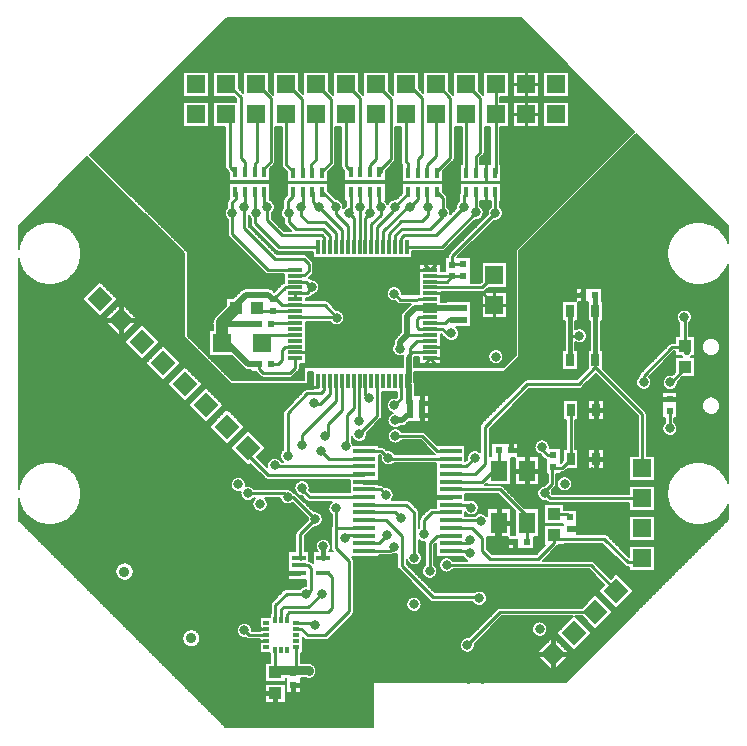
<source format=gtl>
G04 EasyPC Gerber Version 20.0.2 Build 4112 *
G04 #@! TF.Part,Single*
G04 #@! TF.FileFunction,Copper,L1,Top *
%FSLAX24Y24*%
%MOIN*%
G04 #@! TA.AperFunction,SMDPad*
%ADD107R,0.01181X0.04724*%
%ADD140R,0.01200X0.02000*%
%ADD111R,0.01600X0.03500*%
%ADD108R,0.04724X0.01181*%
%ADD139R,0.02000X0.01200*%
%ADD135R,0.07200X0.01700*%
%ADD128R,0.04600X0.01800*%
%ADD17R,0.02400X0.02400*%
%ADD16R,0.02400X0.02400*%
%ADD138R,0.02600X0.04200*%
%ADD142R,0.03937X0.04291*%
%ADD110R,0.03940X0.04330*%
%ADD136R,0.04330X0.03940*%
%ADD137R,0.05500X0.07100*%
G04 #@! TA.AperFunction,ComponentPad*
%ADD28R,0.06000X0.06000*%
G04 #@! TA.AperFunction,SMDPad*
%ADD109R,0.06300X0.06300*%
G04 #@! TD.AperFunction*
%ADD10C,0.00500*%
%ADD14C,0.01000*%
%ADD74C,0.01500*%
%ADD113C,0.02000*%
%ADD130C,0.03000*%
G04 #@! TA.AperFunction,ViaPad*
%ADD29C,0.03200*%
G04 #@! TA.AperFunction,ComponentPad*
%ADD141C,0.03600*%
G04 #@! TD.AperFunction*
%ADD114C,0.04000*%
G04 #@! TA.AperFunction,ComponentPad*
%AMT112*0 Rectangle Pad at angle 45*21,1,0.06000,0.06000,0,0,45*%
%ADD112T112*%
X0Y0D02*
D02*
D10*
X2582Y19308D02*
X285Y17011D01*
Y16250*
X294Y16306*
X307Y16362*
X323Y16417*
X341Y16471*
X363Y16525*
X387Y16576*
X414Y16627*
X444Y16676*
X476Y16723*
X511Y16769*
X549Y16812*
X588Y16853*
X630Y16892*
X674Y16929*
X720Y16963*
X768Y16995*
X817Y17024*
X868Y17051*
X921Y17074*
X974Y17095*
X1029Y17112*
X1084Y17127*
X1140Y17139*
X1197Y17147*
X1254Y17153*
X1311Y17155*
X1369Y17154*
X1426Y17150*
X1483Y17143*
X1539Y17133*
X1595Y17120*
X1650Y17104*
X1704Y17084*
X1757Y17062*
X1808Y17037*
X1858Y17009*
X1907Y16979*
X1954Y16946*
X1999Y16910*
X2042Y16872*
X2082Y16832*
X2121Y16790*
X2157Y16745*
X2191Y16699*
X2222Y16651*
X2250Y16601*
X2276Y16550*
X2299Y16497*
X2319Y16444*
X2336Y16389*
X2350Y16333*
X2361Y16277*
X2369Y16220*
X2373Y16163*
X2375Y16105*
X2373Y16048*
X2369Y15991*
X2361Y15934*
X2350Y15878*
X2336Y15822*
X2319Y15767*
X2299Y15713*
X2276Y15661*
X2251Y15610*
X2222Y15560*
X2191Y15512*
X2158Y15465*
X2121Y15421*
X2083Y15378*
X2042Y15338*
X1999Y15300*
X1954Y15265*
X1908Y15231*
X1859Y15201*
X1809Y15173*
X1757Y15148*
X1704Y15126*
X1650Y15107*
X1596Y15091*
X1540Y15077*
X1483Y15067*
X1426Y15060*
X1369Y15056*
X1312Y15055*
X1255Y15057*
X1198Y15063*
X1141Y15071*
X1085Y15083*
X1029Y15098*
X975Y15115*
X921Y15136*
X869Y15159*
X818Y15186*
X769Y15215*
X721Y15246*
X675Y15281*
X631Y15317*
X589Y15356*
X549Y15398*
X512Y15441*
X477Y15486*
X444Y15533*
X414Y15582*
X387Y15633*
X363Y15685*
X341Y15738*
X323Y15792*
X307Y15847*
X295Y15903*
X285Y15960*
Y8250*
X294Y8306*
X307Y8362*
X323Y8417*
X341Y8471*
X363Y8525*
X387Y8576*
X414Y8627*
X444Y8676*
X476Y8723*
X511Y8769*
X549Y8812*
X588Y8853*
X630Y8892*
X674Y8929*
X720Y8963*
X768Y8995*
X817Y9024*
X868Y9051*
X921Y9074*
X974Y9095*
X1029Y9112*
X1084Y9127*
X1140Y9139*
X1197Y9147*
X1254Y9153*
X1311Y9155*
X1369Y9154*
X1426Y9150*
X1483Y9143*
X1539Y9133*
X1595Y9120*
X1650Y9104*
X1704Y9084*
X1757Y9062*
X1808Y9037*
X1858Y9009*
X1907Y8979*
X1954Y8946*
X1999Y8910*
X2042Y8872*
X2082Y8832*
X2121Y8790*
X2157Y8745*
X2191Y8699*
X2222Y8651*
X2250Y8601*
X2276Y8550*
X2299Y8497*
X2319Y8444*
X2336Y8389*
X2350Y8333*
X2361Y8277*
X2369Y8220*
X2373Y8163*
X2375Y8105*
X2373Y8048*
X2369Y7991*
X2361Y7934*
X2350Y7878*
X2336Y7822*
X2319Y7767*
X2299Y7713*
X2276Y7661*
X2251Y7610*
X2222Y7560*
X2191Y7512*
X2158Y7465*
X2121Y7421*
X2083Y7378*
X2042Y7338*
X1999Y7300*
X1954Y7265*
X1908Y7231*
X1859Y7201*
X1809Y7173*
X1757Y7148*
X1704Y7126*
X1650Y7107*
X1596Y7091*
X1540Y7077*
X1483Y7067*
X1426Y7060*
X1369Y7056*
X1312Y7055*
X1255Y7057*
X1198Y7063*
X1141Y7071*
X1085Y7083*
X1029Y7098*
X975Y7115*
X921Y7136*
X869Y7159*
X818Y7186*
X769Y7215*
X721Y7246*
X675Y7281*
X631Y7317*
X589Y7356*
X549Y7398*
X512Y7441*
X477Y7486*
X444Y7533*
X414Y7582*
X387Y7633*
X363Y7685*
X341Y7738*
X323Y7792*
X307Y7847*
X295Y7903*
X285Y7960*
Y7229*
X7209Y305*
X12115*
Y1815*
X18521*
X23945Y7239*
Y7755*
X23925Y7702*
X23902Y7651*
X23876Y7600*
X23847Y7552*
X23816Y7504*
X23783Y7459*
X23747Y7415*
X23708Y7374*
X23668Y7334*
X23625Y7297*
X23581Y7262*
X23535Y7229*
X23487Y7199*
X23437Y7172*
X23386Y7147*
X23334Y7126*
X23281Y7107*
X23226Y7091*
X23171Y7077*
X23116Y7067*
X23059Y7060*
X23003Y7056*
X22946Y7055*
X22890Y7057*
X22834Y7062*
X22778Y7070*
X22722Y7081*
X22667Y7095*
X22613Y7112*
X22560Y7132*
X22509Y7155*
X22458Y7180*
X22409Y7208*
X22361Y7239*
X22316Y7272*
X22272Y7308*
X22230Y7346*
X22190Y7386*
X22152Y7428*
X22117Y7472*
X22084Y7518*
X22054Y7566*
X22026Y7615*
X22001Y7666*
X21979Y7718*
X21959Y7771*
X21943Y7825*
X21929Y7880*
X21919Y7936*
X21911Y7992*
X21907Y8048*
X21905Y8105*
X21907Y8162*
X21911Y8218*
X21919Y8274*
X21929Y8330*
X21943Y8384*
X21959Y8439*
X21979Y8492*
X22001Y8544*
X22026Y8594*
X22054Y8644*
X22084Y8692*
X22117Y8738*
X22152Y8782*
X22190Y8824*
X22230Y8864*
X22272Y8902*
X22316Y8938*
X22361Y8971*
X22409Y9002*
X22458Y9030*
X22508Y9055*
X22560Y9078*
X22613Y9098*
X22667Y9115*
X22722Y9129*
X22777Y9140*
X22833Y9148*
X22890Y9153*
X22946Y9155*
X23003Y9154*
X23059Y9150*
X23115Y9143*
X23171Y9133*
X23226Y9119*
X23280Y9103*
X23334Y9084*
X23386Y9063*
X23437Y9038*
X23486Y9011*
X23534Y8981*
X23581Y8948*
X23625Y8913*
X23668Y8876*
X23708Y8837*
X23746Y8795*
X23783Y8751*
X23816Y8706*
X23847Y8659*
X23876Y8610*
X23902Y8559*
X23925Y8508*
X23945Y8455*
Y15755*
X23925Y15702*
X23902Y15651*
X23876Y15600*
X23847Y15552*
X23816Y15504*
X23783Y15459*
X23747Y15415*
X23708Y15374*
X23668Y15334*
X23625Y15297*
X23581Y15262*
X23535Y15229*
X23487Y15199*
X23437Y15172*
X23386Y15147*
X23334Y15126*
X23281Y15107*
X23226Y15091*
X23171Y15077*
X23116Y15067*
X23059Y15060*
X23003Y15056*
X22946Y15055*
X22890Y15057*
X22834Y15062*
X22778Y15070*
X22722Y15081*
X22667Y15095*
X22613Y15112*
X22560Y15132*
X22509Y15155*
X22458Y15180*
X22409Y15208*
X22361Y15239*
X22316Y15272*
X22272Y15308*
X22230Y15346*
X22190Y15386*
X22152Y15428*
X22117Y15472*
X22084Y15518*
X22054Y15566*
X22026Y15615*
X22001Y15666*
X21979Y15718*
X21959Y15771*
X21943Y15825*
X21929Y15880*
X21919Y15936*
X21911Y15992*
X21907Y16048*
X21905Y16105*
X21907Y16162*
X21911Y16218*
X21919Y16274*
X21929Y16330*
X21943Y16384*
X21959Y16439*
X21979Y16492*
X22001Y16544*
X22026Y16594*
X22054Y16644*
X22084Y16692*
X22117Y16738*
X22152Y16782*
X22190Y16824*
X22230Y16864*
X22272Y16902*
X22316Y16938*
X22361Y16971*
X22409Y17002*
X22458Y17030*
X22508Y17055*
X22560Y17078*
X22613Y17098*
X22667Y17115*
X22722Y17129*
X22777Y17140*
X22833Y17148*
X22890Y17153*
X22946Y17155*
X23003Y17154*
X23059Y17150*
X23115Y17143*
X23171Y17133*
X23226Y17119*
X23280Y17103*
X23334Y17084*
X23386Y17063*
X23437Y17038*
X23486Y17011*
X23534Y16981*
X23581Y16948*
X23625Y16913*
X23668Y16876*
X23708Y16837*
X23746Y16795*
X23783Y16751*
X23816Y16706*
X23847Y16659*
X23876Y16610*
X23902Y16559*
X23925Y16508*
X23945Y16455*
Y17021*
X20883Y20083*
X16975Y16175*
Y12655*
X16465Y12145*
X13480*
Y11828*
X13491Y11808*
X13499Y11788*
X13505Y11767*
X13509Y11746*
X13510Y11724*
Y11380*
X13980*
Y10490*
X13286*
X13203Y10407*
X13187Y10393*
X13169Y10380*
X13150Y10369*
X13129Y10361*
X13108Y10355*
X13087Y10351*
X13065Y10350*
X12999*
X12977Y10333*
X12954Y10319*
X12929Y10308*
X12902Y10299*
X12876Y10293*
X12848Y10290*
X12821Y10290*
X12793Y10293*
X12766Y10299*
X12740Y10308*
X12715Y10320*
X12692Y10334*
X12670Y10351*
X12650Y10370*
X12632Y10391*
X12616Y10414*
X12603Y10438*
X12593Y10464*
X12586Y10490*
X12581Y10517*
X12580Y10545*
X12581Y10571*
X12585Y10597*
X12592Y10622*
X12601Y10647*
X12613Y10670*
X12627Y10693*
X12643Y10713*
X12661Y10732*
X12682Y10749*
X12703Y10763*
X12726Y10776*
X12751Y10786*
X12776Y10793*
X12749Y10799*
X12722Y10807*
X12697Y10819*
X12673Y10833*
X12651Y10850*
X12631Y10869*
X12613Y10890*
X12597Y10913*
X12584Y10937*
X12573Y10963*
X12566Y10990*
X12561Y11017*
X12560Y11045*
X12562Y11073*
X12566Y11100*
X12574Y11127*
X12584Y11153*
X12597Y11178*
X12613Y11201*
X12631Y11222*
X12652Y11241*
X12674Y11257*
X12698Y11272*
X12724Y11283*
X12750Y11292*
X12777Y11297*
X12805Y11300*
X12833Y11299*
X12861Y11296*
X12886Y11321*
Y11480*
X12388*
Y10673*
X12387Y10655*
X12384Y10636*
X12377Y10618*
X12369Y10601*
X12358Y10585*
X12346Y10571*
X11896Y10121*
X11899Y10093*
X11900Y10064*
X11897Y10036*
X11891Y10009*
X11882Y9982*
X11870Y9956*
X11856Y9932*
X11839Y9909*
X11819Y9889*
X11797Y9871*
X11774Y9855*
X11749Y9842*
X11722Y9832*
X11695Y9825*
X11667Y9821*
X11639Y9820*
X11610Y9822*
X11583Y9828*
X11556Y9836*
X11530Y9848*
X11505Y9862*
X11482Y9879*
X11462Y9898*
X11443Y9919*
X11427Y9943*
X11414Y9967*
X11403Y9994*
X11396Y10021*
Y9829*
X11410Y9805*
X11421Y9781*
X11430Y9755*
X11436Y9728*
X12291*
Y9663*
X12382*
X12401Y9662*
X12419Y9658*
X12437Y9652*
X12454Y9644*
X12470Y9633*
X12484Y9621*
X12559Y9546*
X12586Y9549*
X12614Y9550*
X12641Y9547*
X12668Y9542*
X12695Y9534*
X12720Y9523*
X12744Y9509*
X12766Y9493*
X12786Y9474*
X12804Y9454*
X12820Y9431*
X12834Y9407*
X14166*
X14148Y9419*
X14132Y9432*
X13685Y9880*
X13055*
X13038Y9858*
X13018Y9838*
X12996Y9820*
X12973Y9804*
X12948Y9792*
X12922Y9782*
X12894Y9775*
X12866Y9771*
X12838Y9770*
X12810Y9772*
X12783Y9778*
X12756Y9786*
X12730Y9797*
X12706Y9811*
X12683Y9828*
X12662Y9847*
X12644Y9868*
X12628Y9891*
X12614Y9916*
X12604Y9942*
X12596Y9969*
X12591Y9997*
X12590Y10025*
X12592Y10053*
X12596Y10081*
X12604Y10108*
X12614Y10134*
X12628Y10159*
X12644Y10182*
X12662Y10203*
X12683Y10222*
X12706Y10239*
X12730Y10253*
X12756Y10264*
X12782Y10272*
X12810Y10278*
X12838Y10280*
X12866Y10279*
X12894Y10275*
X12921Y10268*
X12948Y10259*
X12973Y10246*
X12996Y10230*
X13018Y10213*
X13037Y10192*
X13055Y10170*
X13745*
X13764Y10169*
X13783Y10165*
X13800Y10159*
X13817Y10151*
X13833Y10140*
X13848Y10128*
X14247Y9728*
X15169*
Y9174*
X15244Y9249*
X15241Y9276*
X15240Y9304*
X15243Y9331*
X15248Y9358*
X15256Y9384*
X15267Y9409*
X15281Y9433*
X15297Y9456*
X15315Y9476*
X15336Y9494*
X15358Y9510*
X15382Y9524*
X15407Y9534*
X15433Y9542*
X15460Y9548*
X15488Y9550*
X15515Y9549*
X15542Y9546*
X15569Y9539*
X15595Y9530*
X15619Y9518*
X15643Y9503*
X15664Y9486*
Y10335*
X15666Y10356*
X15670Y10377*
X15676Y10397*
X15686Y10415*
X15697Y10433*
X15711Y10449*
X17131Y11869*
X17147Y11883*
X17165Y11894*
X17184Y11904*
X17203Y11910*
X17224Y11914*
X17245Y11916*
X18888*
X19260Y12295*
Y12880*
X19345*
Y13385*
X19336Y13404*
X19330Y13424*
X19326Y13444*
X19325Y13465*
Y13850*
X19260*
Y14480*
X18920*
Y13850*
X18835*
Y13578*
X18859Y13592*
X18884Y13603*
X18910Y13612*
X18937Y13617*
X18964Y13620*
X18991Y13619*
X19019Y13616*
X19045Y13610*
X19071Y13601*
X19096Y13589*
X19119Y13575*
X19141Y13558*
X19161Y13539*
X19179Y13518*
X19194Y13496*
X19207Y13471*
X19217Y13446*
X19224Y13420*
X19228Y13392*
X19230Y13365*
X19229Y13338*
X19224Y13311*
X19217Y13284*
X19207Y13259*
X19194Y13234*
X19179Y13212*
X19161Y13191*
X19141Y13172*
X19120Y13155*
X19096Y13141*
X19071Y13129*
X19045Y13120*
X19019Y13114*
X18992Y13111*
X18964Y13110*
X18937Y13113*
X18910Y13118*
X18884Y13127*
X18859Y13138*
X18835Y13152*
Y12880*
X18920*
Y12210*
X18410*
Y12880*
X18495*
Y13850*
X18410*
Y14520*
X18860*
Y14970*
X19740*
Y14520*
X19770*
Y13850*
X19685*
Y12880*
X19770*
Y12255*
X21178Y10848*
X21190Y10833*
X21201Y10817*
X21209Y10800*
X21215Y10783*
X21219Y10764*
X21220Y10745*
Y9370*
X21500*
Y8520*
X20650*
Y9370*
X20930*
Y10685*
X19517Y12098*
X19070Y11642*
X19054Y11628*
X19036Y11616*
X19017Y11607*
X18997Y11600*
X18976Y11596*
X18955Y11594*
X17312*
X15986Y10268*
Y9345*
X16050*
Y9790*
X16930*
Y9345*
X17625*
Y8385*
X16825*
Y9300*
X16685*
Y8385*
X15885*
Y8440*
X15838Y8392*
X15829Y8384*
X16321*
X16340Y8383*
X16359Y8379*
X16377Y8373*
X16394Y8364*
X16409Y8354*
X16424Y8341*
X17150Y7615*
X17625*
Y6655*
X17470*
Y6240*
X16590*
Y6655*
X15893*
X15895Y6640*
X15896Y6625*
Y6262*
X16072Y6086*
X17538*
X17838Y6385*
X17813*
Y7065*
X18420*
Y7085*
X17813*
Y7765*
X18457*
Y7570*
X18910*
Y6756*
X19805*
X19826Y6754*
X19846Y6750*
X19866Y6744*
X19885Y6735*
X19902Y6723*
X19918Y6709*
X20650Y5987*
Y6370*
X21500*
Y5520*
X20650*
Y5664*
X20585*
X20564Y5666*
X20544Y5670*
X20524Y5676*
X20505Y5685*
X20488Y5697*
X20472Y5711*
X19739Y6434*
X18457*
Y6385*
X18280*
X18271Y6370*
X18261Y6355*
X18249Y6341*
X17777Y5870*
X19355*
X19374Y5869*
X19393Y5865*
X19410Y5859*
X19427Y5851*
X19443Y5840*
X19458Y5828*
X20017Y5268*
X20215Y5466*
X20816Y4865*
X20215Y4264*
X19614Y4865*
X19812Y5063*
X19295Y5580*
X14765*
X14748Y5558*
X14728Y5538*
X14706Y5520*
X14683Y5504*
X14658Y5492*
X14631Y5482*
X14604Y5475*
X14576Y5471*
X14548Y5470*
X14520Y5472*
X14493Y5478*
X14466Y5486*
X14440Y5497*
X14416Y5511*
X14393Y5528*
X14372Y5547*
X14354Y5568*
X14338Y5591*
X14324Y5616*
X14314Y5642*
X14306Y5669*
X14302Y5697*
X14300Y5725*
X14302Y5753*
X14306Y5781*
X14314Y5808*
X14324Y5834*
X14338Y5859*
X14354Y5882*
X14372Y5903*
X14393Y5922*
X14416Y5939*
X14440Y5953*
X14466Y5964*
X14493Y5972*
X14520Y5978*
X14548Y5980*
X14576Y5979*
X14604Y5975*
X14631Y5968*
X14658Y5959*
X14683Y5946*
X14706Y5930*
X14728Y5912*
X14748Y5892*
X14765Y5870*
X15246*
X15221Y5882*
X15197Y5898*
X15175Y5915*
X15155Y5935*
X15137Y5957*
X15122Y5981*
X14199*
Y6464*
X14130Y6395*
Y5725*
X14152Y5708*
X14171Y5689*
X14189Y5668*
X14204Y5645*
X14217Y5621*
X14227Y5596*
X14234Y5569*
X14239Y5542*
X14240Y5515*
X14239Y5487*
X14234Y5460*
X14227Y5434*
X14216Y5408*
X14204Y5384*
X14188Y5361*
X14170Y5340*
X14150Y5321*
X14128Y5304*
X14104Y5290*
X14079Y5278*
X14053Y5269*
X14026Y5263*
X13999Y5260*
X13971*
X13944Y5263*
X13917Y5269*
X13891Y5278*
X13866Y5290*
X13842Y5304*
X13820Y5321*
X13800Y5340*
X13782Y5361*
X13767Y5383*
X13754Y5408*
X13743Y5433*
X13736Y5460*
X13732Y5487*
X13730Y5515*
X13731Y5542*
X13736Y5569*
X13743Y5596*
X13753Y5621*
X13766Y5645*
X13781Y5668*
X13799Y5689*
X13818Y5708*
X13840Y5725*
Y6455*
X13841Y6469*
X13843Y6484*
X13846Y6497*
X13819Y6492*
X13792Y6490*
X13764Y6491*
X13737Y6495*
X13710Y6501*
X13684Y6511*
X13659Y6523*
X13636Y6538*
Y6163*
X13657Y6144*
X13675Y6123*
X13692Y6099*
X13705Y6075*
X13716Y6048*
X13724Y6021*
X13728Y5993*
X13730Y5965*
X13729Y5937*
X13724Y5910*
X13717Y5883*
X13706Y5858*
X13693Y5833*
X13678Y5811*
X13660Y5789*
X13640Y5770*
X13618Y5754*
X13594Y5740*
X13569Y5728*
X13543Y5719*
X13516Y5713*
X13488Y5710*
X13461Y5710*
X13433Y5713*
X13406Y5719*
X13380Y5728*
X13355Y5740*
X13331Y5754*
X13309Y5771*
X13289Y5790*
X13271Y5811*
X13256Y5834*
X13243Y5859*
X13233Y5885*
X13226Y5911*
Y5752*
X14172Y4806*
X15476*
X15498Y4823*
X15521Y4838*
X15546Y4850*
X15572Y4859*
X15600Y4866*
X15627Y4869*
X15655Y4870*
X15683Y4867*
X15710Y4862*
X15737Y4853*
X15762Y4842*
X15786Y4827*
X15808Y4811*
X15829Y4792*
X15847Y4771*
X15863Y4748*
X15876Y4723*
X15886Y4697*
X15894Y4670*
X15899Y4643*
X15900Y4615*
X15899Y4587*
X15894Y4560*
X15887Y4534*
X15876Y4508*
X15863Y4483*
X15848Y4461*
X15830Y4439*
X15810Y4421*
X15788Y4404*
X15764Y4390*
X15739Y4378*
X15713Y4369*
X15686Y4363*
X15658Y4360*
X15631Y4360*
X15603Y4363*
X15576Y4369*
X15550Y4378*
X15525Y4390*
X15501Y4404*
X15479Y4421*
X15459Y4440*
X15442Y4461*
X15426Y4484*
X14105*
X14084Y4486*
X14063Y4490*
X14043Y4496*
X14025Y4506*
X14007Y4517*
X13991Y4531*
X12951Y5571*
X12937Y5587*
X12926Y5605*
X12916Y5624*
X12910Y5643*
X12906Y5664*
X12904Y5685*
Y6100*
X12882Y6089*
X12859Y6081*
X12835Y6075*
X12811Y6071*
X12786Y6070*
X12762Y6071*
X12737Y6075*
X12722Y6065*
X12705Y6057*
X12688Y6051*
X12670Y6048*
X12652Y6047*
X12291*
Y5981*
X11406*
X11419Y5969*
X11433Y5953*
X11444Y5935*
X11454Y5916*
X11460Y5897*
X11464Y5876*
X11466Y5855*
Y4175*
X11464Y4154*
X11460Y4133*
X11454Y4113*
X11444Y4095*
X11433Y4077*
X11419Y4061*
X10619Y3261*
X10603Y3247*
X10585Y3236*
X10566Y3226*
X10547Y3220*
X10526Y3216*
X10505Y3214*
X9925*
X9904Y3216*
X9883Y3220*
X9863Y3226*
X9845Y3236*
X9827Y3247*
X9811Y3261*
X9763Y3310*
Y2803*
X9699*
Y2460*
X9955*
X9980Y2459*
X10005Y2455*
X10029Y2449*
X10052Y2440*
X10074Y2429*
X10095Y2416*
X10115Y2400*
X10133Y2383*
X10151Y2364*
X10167Y2343*
X10181Y2321*
X10192Y2297*
X10200Y2273*
X10206Y2247*
X10209Y2221*
X10210Y2195*
X10210Y2185*
X10209Y2157*
X10204Y2130*
X10197Y2104*
X10186Y2078*
X10173Y2053*
X10158Y2031*
X10140Y2009*
X10120Y1991*
X10098Y1974*
X10074Y1960*
X10049Y1948*
X10023Y1939*
X9996Y1933*
X9968Y1930*
X9941Y1930*
X9913Y1933*
X9886Y1939*
X9860Y1948*
X9835Y1960*
X9690*
Y1470*
X9200*
Y1970*
X9187*
Y1823*
X8504*
Y2467*
X8677*
Y2663*
X8653*
Y2803*
X8323*
Y3243*
X7972*
X7953Y3244*
X7934Y3248*
X7916Y3254*
X7899Y3263*
X7884Y3273*
X7869Y3286*
X7861Y3294*
X7833Y3291*
X7805Y3290*
X7777Y3293*
X7750Y3298*
X7724Y3307*
X7698Y3318*
X7674Y3332*
X7652Y3349*
X7631Y3368*
X7613Y3389*
X7597Y3412*
X7584Y3437*
X7574Y3463*
X7566Y3490*
X7561Y3517*
X7560Y3545*
X7561Y3573*
X7566Y3600*
X7573Y3626*
X7584Y3652*
X7596Y3676*
X7612Y3699*
X7630Y3720*
X7650Y3739*
X7672Y3756*
X7696Y3770*
X7721Y3782*
X7747Y3791*
X7774Y3797*
X7801Y3800*
X7829*
X7856Y3797*
X7883Y3791*
X7909Y3782*
X7934Y3770*
X7958Y3756*
X7980Y3739*
X8000Y3720*
X8018Y3699*
X8033Y3677*
X8046Y3652*
X8057Y3627*
X8064Y3600*
X8068Y3573*
X8070Y3545*
X8070Y3533*
X8323*
Y3973*
X8653*
Y4113*
X8684*
Y4385*
X8686Y4406*
X8690Y4427*
X8696Y4447*
X8706Y4465*
X8717Y4483*
X8731Y4499*
X9111Y4879*
X9127Y4893*
X9145Y4904*
X9164Y4914*
X9183Y4920*
X9204Y4924*
X9225Y4926*
X9667*
X9686Y4947*
X9707Y4965*
X9730Y4982*
X9755Y4995*
X9781Y5006*
X9808Y5014*
X9836Y5018*
X9864Y5020*
Y5234*
X9268*
Y6176*
X9514*
Y6755*
X9516Y6776*
X9520Y6797*
X9526Y6817*
X9536Y6835*
X9547Y6853*
X9561Y6869*
X9921Y7229*
X9920Y7253*
X9921Y7277*
X9924Y7301*
X9422Y7803*
X9401Y7786*
X9377Y7771*
X9353Y7759*
X9327Y7750*
X9300Y7744*
X9273Y7741*
X9246Y7740*
X9218Y7743*
X9192Y7748*
X9165Y7756*
X9140Y7767*
X9117Y7781*
X9094Y7797*
X9074Y7815*
X9056Y7836*
X9040Y7858*
X9026Y7882*
X9016Y7907*
X9008Y7933*
X9002Y7960*
X8487*
X8507Y7943*
X8526Y7924*
X8542Y7904*
X8556Y7881*
X8568Y7858*
X8578Y7833*
X8585Y7808*
X8589Y7781*
X8590Y7755*
X8589Y7727*
X8584Y7700*
X8577Y7674*
X8566Y7648*
X8554Y7624*
X8538Y7601*
X8520Y7580*
X8500Y7561*
X8478Y7544*
X8454Y7530*
X8429Y7518*
X8403Y7509*
X8376Y7503*
X8349Y7500*
X8321*
X8294Y7503*
X8267Y7509*
X8241Y7518*
X8216Y7530*
X8192Y7544*
X8170Y7561*
X8150Y7580*
X8132Y7601*
X8117Y7623*
X8104Y7648*
X8093Y7673*
X8086Y7700*
X8082Y7727*
X8080Y7755*
X8081Y7781*
X8085Y7808*
X8092Y7833*
X8102Y7858*
X8114Y7881*
X8128Y7904*
X8144Y7924*
X8163Y7943*
X8183Y7960*
X8145*
X8127Y7938*
X8108Y7917*
X8086Y7900*
X8062Y7884*
X8037Y7871*
X8011Y7861*
X7983Y7855*
X7956Y7851*
X7927Y7850*
X7899Y7852*
X7871Y7858*
X7845Y7867*
X7819Y7878*
X7794Y7892*
X7772Y7909*
X7751Y7928*
X7733Y7950*
X7717Y7973*
X7704Y7998*
X7693Y8024*
X7686Y8051*
X7681Y8079*
X7680Y8107*
X7682Y8136*
X7687Y8163*
X7661Y8156*
X7634Y8152*
X7608Y8150*
X7581Y8151*
X7554Y8155*
X7528Y8162*
X7503Y8171*
X7479Y8183*
X7456Y8198*
X7435Y8215*
X7416Y8233*
X7399Y8254*
X7385Y8277*
X7372Y8301*
X7363Y8326*
X7356Y8352*
X7351Y8378*
X7350Y8405*
X7351Y8433*
X7356Y8460*
X7363Y8486*
X7374Y8512*
X7386Y8536*
X7402Y8559*
X7420Y8580*
X7440Y8599*
X7462Y8616*
X7486Y8630*
X7511Y8642*
X7537Y8651*
X7564Y8657*
X7591Y8660*
X7619*
X7646Y8657*
X7673Y8651*
X7699Y8642*
X7724Y8630*
X7748Y8616*
X7770Y8599*
X7790Y8580*
X7808Y8559*
X7823Y8537*
X7836Y8512*
X7847Y8487*
X7854Y8460*
X7858Y8433*
X7860Y8405*
X7859Y8385*
X7857Y8366*
X7853Y8347*
X7880Y8354*
X7907Y8358*
X7934Y8360*
X7962Y8359*
X7989Y8354*
X8015Y8347*
X8041Y8337*
X8065Y8324*
X8088Y8309*
X8109Y8292*
X8128Y8272*
X8145Y8250*
X9125*
X9144Y8249*
X9163Y8245*
X9181Y8239*
X9207Y8245*
X9234Y8249*
X9261Y8250*
X9288Y8248*
X9315Y8243*
X9341Y8235*
X9366Y8225*
X9390Y8211*
X9412Y8196*
X9432Y8178*
X9451Y8158*
X9467Y8136*
X9487Y8130*
X9505Y8122*
X9522Y8111*
X9538Y8098*
X10129Y7506*
X10157Y7509*
X10185Y7510*
X10213Y7507*
X10240Y7502*
X10266Y7493*
X10292Y7482*
X10316Y7468*
X10338Y7451*
X10359Y7432*
X10377Y7411*
X10393Y7388*
X10406Y7363*
X10416Y7337*
X10424Y7310*
X10429Y7283*
X10430Y7255*
X10429Y7228*
X10424Y7202*
X10418Y7176*
X10408Y7151*
X10396Y7128*
X10381Y7105*
X10365Y7084*
X10346Y7066*
X10325Y7049*
X10303Y7034*
X10279Y7022*
X10254Y7013*
X10228Y7006*
X10202Y7001*
X10175Y7000*
X10149Y7001*
X9836Y6688*
Y6176*
X9978*
Y5860*
X9997Y5853*
X10016Y5844*
X10033Y5832*
X10049Y5819*
X10092Y5775*
Y6176*
X10254*
X10238Y6197*
X10223Y6219*
X10212Y6242*
X10202Y6267*
X10195Y6293*
X10191Y6319*
X10190Y6345*
X10191Y6373*
X10196Y6400*
X10203Y6426*
X10214Y6452*
X10226Y6476*
X10242Y6499*
X10260Y6520*
X10280Y6539*
X10302Y6556*
X10326Y6570*
X10351Y6582*
X10377Y6591*
X10404Y6597*
X10431Y6600*
X10459*
X10486Y6597*
X10513Y6591*
X10539Y6582*
X10564Y6570*
X10588Y6556*
X10610Y6539*
X10630Y6520*
X10648Y6499*
X10663Y6477*
X10676Y6452*
X10687Y6427*
X10694Y6400*
X10698Y6373*
X10700Y6345*
X10699Y6319*
X10695Y6293*
X10688Y6267*
X10678Y6242*
X10667Y6219*
X10652Y6197*
X10636Y6176*
X10757*
X10751Y6181*
X10737Y6197*
X10726Y6215*
X10716Y6234*
X10710Y6253*
X10706Y6274*
X10704Y6295*
Y6955*
X10705Y6973*
X10708Y6991*
X10713Y7008*
X10720Y7024*
Y7395*
X10698Y7412*
X10678Y7432*
X10660Y7454*
X10644Y7477*
X10632Y7502*
X10622Y7529*
X10615Y7556*
X10611Y7584*
X10610Y7612*
X10612Y7640*
X10618Y7668*
X10626Y7694*
X10637Y7720*
X10652Y7744*
X10668Y7767*
X10687Y7788*
X10708Y7806*
X10732Y7822*
X9985*
X9964Y7824*
X9943Y7828*
X9923Y7835*
X9904Y7844*
X9887Y7856*
X9871Y7870*
X9736Y8006*
X9735*
X9715Y8007*
X9696Y8011*
X9677Y8017*
X9659Y8025*
X9642Y8036*
X9627Y8048*
X9613Y8062*
X9601Y8078*
X9580Y8093*
X9560Y8110*
X9542Y8128*
X9526Y8149*
X9512Y8171*
X9501Y8194*
X9492Y8218*
X9485Y8243*
X9481Y8269*
X9480Y8295*
X9481Y8323*
X9486Y8350*
X9493Y8376*
X9504Y8402*
X9516Y8426*
X9532Y8449*
X9550Y8470*
X9570Y8489*
X9592Y8506*
X9616Y8520*
X9641Y8532*
X9667Y8541*
X9694Y8547*
X9721Y8550*
X9749*
X9776Y8547*
X9803Y8541*
X9829Y8532*
X9854Y8520*
X9878Y8506*
X9900Y8489*
X9920Y8470*
X9938Y8449*
X9953Y8427*
X9966Y8402*
X9977Y8377*
X9984Y8350*
X9988Y8323*
X9990Y8295*
X9989Y8269*
X9985Y8243*
X9978Y8218*
X10052Y8144*
X11321*
Y8564*
X8605*
X8584Y8566*
X8563Y8570*
X8543Y8577*
X8525Y8586*
X8507Y8598*
X8491Y8611*
X8007Y9096*
X7940Y9029*
X7339Y9630*
X7940Y10231*
X8541Y9630*
X8234Y9323*
X8579Y8979*
X8573Y9006*
X8570Y9034*
X8571Y9062*
X8574Y9090*
X8580Y9117*
X8590Y9144*
X8602Y9169*
X8617Y9193*
X8635Y9215*
X8655Y9235*
X8676Y9252*
X8700Y9267*
X8725Y9280*
X8752Y9289*
X8779Y9296*
X8807Y9299*
X8835Y9300*
X8863Y9297*
X8890Y9291*
X8917Y9283*
X8943Y9271*
X8967Y9257*
X8989Y9240*
X9010Y9221*
X9028Y9200*
X9044Y9176*
X9057Y9152*
X9116*
X9093Y9168*
X9073Y9187*
X9054Y9208*
X9039Y9230*
X9025Y9255*
X9015Y9280*
X9007Y9307*
X9002Y9334*
X9000Y9362*
X9001Y9389*
X9005Y9417*
X9012Y9444*
X9022Y9469*
X9035Y9494*
X9050Y9517*
X9068Y9538*
X9088Y9558*
X9110Y9575*
Y10795*
X9111Y10814*
X9115Y10833*
X9121Y10850*
X9129Y10867*
X9140Y10883*
X9152Y10898*
X9812Y11558*
X9827Y11570*
X9843Y11581*
X9860Y11589*
X9877Y11595*
X9896Y11599*
X9915Y11600*
X10091*
Y12145*
X9925*
Y11755*
X7365*
X5785Y13335*
Y16105*
X2582Y19308*
X2389Y14580D02*
X2990Y15181D01*
X3591Y14580*
X2990Y13979*
X2389Y14580*
X3096Y13873D02*
X3697Y14474D01*
X4298Y13873*
X3697Y13272*
X3096Y13873*
X3601Y5719D02*
X3624Y5740D01*
X3649Y5758*
X3675Y5774*
X3703Y5787*
X3732Y5797*
X3763Y5804*
X3793Y5808*
X3824Y5808*
X3855Y5806*
X3885Y5801*
X3915Y5792*
X3944Y5781*
X3971Y5766*
X3997Y5749*
X4021Y5730*
X4043Y5708*
X4062Y5684*
X4079Y5658*
X4094Y5631*
X4105Y5602*
X4114Y5573*
X4119Y5542*
X4121Y5511*
X4121Y5481*
X4117Y5450*
X4110Y5420*
X4100Y5391*
X4087Y5363*
X4071Y5336*
X4053Y5311*
X4032Y5288*
X4009Y5267*
X3984Y5249*
X3958Y5233*
X3930Y5220*
X3900Y5210*
X3870Y5203*
X3840Y5199*
X3809Y5199*
X3778Y5201*
X3748Y5206*
X3718Y5215*
X3689Y5226*
X3662Y5241*
X3636Y5258*
X3612Y5277*
X3590Y5299*
X3571Y5323*
X3554Y5349*
X3539Y5376*
X3528Y5405*
X3519Y5434*
X3514Y5465*
X3512Y5496*
X3512Y5527*
X3516Y5557*
X3523Y5587*
X3533Y5616*
X3546Y5645*
X3562Y5671*
X3580Y5696*
X3601Y5719*
X3803Y13166D02*
X4404Y13767D01*
X5005Y13166*
X4404Y12565*
X3803Y13166*
X4510Y12459D02*
X5111Y13060D01*
X5712Y12459*
X5111Y11858*
X4510Y12459*
X5218Y11751D02*
X5819Y12352D01*
X6420Y11751*
X5819Y11150*
X5218Y11751*
X5828Y3492D02*
X5851Y3513D01*
X5876Y3531*
X5903Y3546*
X5931Y3559*
X5960Y3569*
X5990Y3576*
X6021Y3580*
X6051Y3581*
X6082Y3579*
X6113Y3573*
X6142Y3565*
X6171Y3553*
X6199Y3539*
X6224Y3522*
X6248Y3503*
X6270Y3481*
X6290Y3457*
X6307Y3431*
X6321Y3404*
X6332Y3375*
X6341Y3345*
X6346Y3315*
X6349Y3284*
X6348Y3253*
X6344Y3223*
X6337Y3192*
X6327Y3163*
X6314Y3135*
X6299Y3109*
X6280Y3084*
X6260Y3060*
X6237Y3040*
X6212Y3021*
X6185Y3006*
X6157Y2993*
X6128Y2983*
X6098Y2976*
X6067Y2972*
X6036Y2971*
X6005Y2974*
X5975Y2979*
X5945Y2987*
X5917Y2999*
X5889Y3013*
X5863Y3030*
X5839Y3050*
X5818Y3072*
X5798Y3096*
X5781Y3121*
X5767Y3149*
X5755Y3177*
X5747Y3207*
X5741Y3237*
X5739Y3268*
X5740Y3299*
X5744Y3330*
X5751Y3360*
X5761Y3389*
X5773Y3417*
X5789Y3444*
X5807Y3469*
X5828Y3492*
X5925Y11044D02*
X6526Y11645D01*
X7127Y11044*
X6526Y10443*
X5925Y11044*
X6632Y10337D02*
X7233Y10938D01*
X7834Y10337*
X7233Y9736*
X6632Y10337*
X9187Y1123D02*
X8504D01*
Y1767*
X9187*
Y1123*
X13210Y4415D02*
X13211Y4443D01*
X13216Y4470*
X13223Y4496*
X13234Y4522*
X13246Y4546*
X13262Y4569*
X13280Y4590*
X13300Y4609*
X13322Y4626*
X13346Y4640*
X13371Y4652*
X13397Y4661*
X13424Y4667*
X13451Y4670*
X13479*
X13506Y4667*
X13533Y4661*
X13559Y4652*
X13584Y4640*
X13608Y4626*
X13630Y4609*
X13650Y4590*
X13668Y4569*
X13683Y4547*
X13696Y4522*
X13707Y4497*
X13714Y4470*
X13718Y4443*
X13720Y4415*
X13719Y4387*
X13714Y4360*
X13707Y4334*
X13696Y4308*
X13684Y4284*
X13668Y4261*
X13650Y4240*
X13630Y4221*
X13608Y4204*
X13584Y4190*
X13559Y4178*
X13533Y4169*
X13506Y4163*
X13479Y4160*
X13451*
X13424Y4163*
X13397Y4169*
X13371Y4178*
X13346Y4190*
X13322Y4204*
X13300Y4221*
X13280Y4240*
X13262Y4261*
X13247Y4283*
X13234Y4308*
X13223Y4333*
X13216Y4360*
X13212Y4387*
X13210Y4415*
X15291Y3306D02*
X16245Y4260D01*
X16260Y4273*
X16275Y4283*
X16292Y4292*
X16310Y4298*
X16329Y4302*
X16348Y4303*
X19052*
X19508Y4759*
X20109Y4158*
X19508Y3557*
X19052Y4013*
X18840*
X19402Y3451*
X18801Y2850*
X18200Y3451*
X18762Y4013*
X16408*
X15496Y3101*
X15499Y3078*
X15500Y3055*
X15499Y3027*
X15494Y3000*
X15487Y2974*
X15476Y2948*
X15464Y2924*
X15448Y2901*
X15430Y2880*
X15410Y2861*
X15388Y2844*
X15364Y2830*
X15339Y2818*
X15313Y2809*
X15286Y2803*
X15259Y2800*
X15231*
X15204Y2803*
X15177Y2809*
X15151Y2818*
X15126Y2830*
X15102Y2844*
X15080Y2861*
X15060Y2880*
X15042Y2901*
X15027Y2923*
X15014Y2948*
X15003Y2973*
X14996Y3000*
X14992Y3027*
X14990Y3055*
X14992Y3083*
X14996Y3110*
X15004Y3137*
X15014Y3163*
X15027Y3188*
X15043Y3211*
X15061Y3232*
X15082Y3251*
X15104Y3267*
X15128Y3282*
X15154Y3293*
X15180Y3302*
X15207Y3307*
X15235Y3310*
X15263Y3309*
X15291Y3306*
X17400Y3585D02*
X17401Y3613D01*
X17406Y3640*
X17413Y3666*
X17424Y3692*
X17436Y3716*
X17452Y3739*
X17470Y3760*
X17490Y3779*
X17512Y3796*
X17536Y3810*
X17561Y3822*
X17587Y3831*
X17614Y3837*
X17641Y3840*
X17669*
X17696Y3837*
X17723Y3831*
X17749Y3822*
X17774Y3810*
X17798Y3796*
X17820Y3779*
X17840Y3760*
X17858Y3739*
X17873Y3717*
X17886Y3692*
X17897Y3667*
X17904Y3640*
X17908Y3613*
X17910Y3585*
X17909Y3557*
X17904Y3530*
X17897Y3504*
X17886Y3478*
X17874Y3454*
X17858Y3431*
X17840Y3410*
X17820Y3391*
X17798Y3374*
X17774Y3360*
X17749Y3348*
X17723Y3339*
X17696Y3333*
X17669Y3330*
X17641*
X17614Y3333*
X17587Y3339*
X17561Y3348*
X17536Y3360*
X17512Y3374*
X17490Y3391*
X17470Y3410*
X17452Y3431*
X17437Y3453*
X17424Y3478*
X17413Y3503*
X17406Y3530*
X17402Y3557*
X17400Y3585*
X17665Y9410D02*
X17639Y9419D01*
X17614Y9430*
X17591Y9445*
X17569Y9461*
X17549Y9480*
X17531Y9501*
X17516Y9524*
X17503Y9548*
X17493Y9574*
X17486Y9600*
X17481Y9628*
X17480Y9655*
X17481Y9683*
X17486Y9710*
X17493Y9736*
X17504Y9762*
X17516Y9786*
X17532Y9809*
X17550Y9830*
X17570Y9849*
X17592Y9866*
X17616Y9880*
X17641Y9892*
X17667Y9901*
X17694Y9907*
X17721Y9910*
X17749*
X17776Y9907*
X17803Y9901*
X17829Y9892*
X17854Y9880*
X17878Y9866*
X17900Y9849*
X17920Y9830*
X17938Y9809*
X17954Y9787*
X17966Y9762*
X17977Y9737*
X17984Y9710*
X17989Y9683*
X17990Y9655*
X17989Y9630*
X18360*
Y9135*
X18430Y9205*
Y9590*
X18540*
Y10560*
X18430*
Y11230*
X18940*
Y10560*
X18830*
Y9590*
X18940*
Y8920*
X18555*
X18498Y8862*
X18483Y8850*
X18467Y8839*
X18450Y8831*
X18433Y8825*
X18414Y8821*
X18395Y8820*
X18360*
Y8750*
X18210*
Y8415*
X18209Y8396*
X18205Y8378*
X18199Y8360*
X18191Y8343*
X18180Y8327*
X18168Y8313*
X18060Y8205*
X18069Y8181*
X18075Y8156*
X18079Y8131*
X18080Y8105*
X18080Y8090*
X20650*
Y8370*
X21500*
Y7520*
X20650*
Y7800*
X17985*
X17966Y7801*
X17947Y7805*
X17930Y7811*
X17913Y7819*
X17897Y7830*
X17882Y7842*
X17871Y7854*
X17843Y7851*
X17815Y7850*
X17787Y7853*
X17760Y7858*
X17734Y7867*
X17708Y7878*
X17684Y7892*
X17662Y7909*
X17641Y7928*
X17623Y7949*
X17607Y7972*
X17594Y7997*
X17584Y8023*
X17576Y8050*
X17571Y8077*
X17570Y8105*
X17571Y8132*
X17576Y8159*
X17583Y8185*
X17593Y8210*
X17605Y8234*
X17620Y8257*
X17637Y8278*
X17657Y8297*
X17678Y8313*
X17701Y8328*
X17725Y8340*
X17751Y8349*
X17777Y8355*
X17804Y8359*
X17920Y8475*
Y8750*
X17870*
Y9234*
X17850Y9243*
X17831Y9254*
X17814Y9268*
X17665Y9410*
X18094Y3345D02*
X18695Y2744D01*
X18094Y2143*
X17493Y2744*
X18094Y3345*
X18485Y8170D02*
X18457Y8171D01*
X18430Y8176*
X18404Y8183*
X18378Y8194*
X18354Y8206*
X18331Y8222*
X18310Y8240*
X18291Y8260*
X18274Y8282*
X18260Y8306*
X18248Y8331*
X18239Y8357*
X18233Y8384*
X18230Y8411*
Y8439*
X18233Y8466*
X18239Y8493*
X18248Y8519*
X18260Y8544*
X18274Y8568*
X18291Y8590*
X18310Y8610*
X18331Y8628*
X18353Y8643*
X18378Y8656*
X18403Y8667*
X18430Y8674*
X18457Y8678*
X18485Y8680*
X18513Y8679*
X18540Y8674*
X18566Y8667*
X18592Y8656*
X18616Y8644*
X18639Y8628*
X18660Y8610*
X18679Y8590*
X18696Y8568*
X18710Y8544*
X18722Y8519*
X18731Y8493*
X18737Y8466*
X18740Y8439*
Y8411*
X18737Y8384*
X18731Y8357*
X18722Y8331*
X18710Y8306*
X18696Y8282*
X18679Y8260*
X18660Y8240*
X18639Y8222*
X18617Y8207*
X18592Y8194*
X18567Y8183*
X18540Y8176*
X18513Y8172*
X18485Y8170*
X19790Y9590D02*
Y8920D01*
X19280*
Y9590*
X19790*
Y11230D02*
Y10560D01*
X19280*
Y11230*
X19790*
X20650Y7370D02*
X21500D01*
Y6520*
X20650*
Y7370*
X20980Y12025D02*
Y12035D01*
X20981Y12054*
X20985Y12073*
X20991Y12090*
X21000Y12107*
X21010Y12123*
X21023Y12138*
X21972Y13088*
X21987Y13100*
X22002Y13111*
X22019Y13119*
X22037Y13125*
X22056Y13129*
X22075Y13130*
X22183*
Y13355*
X22314*
Y13787*
X22296Y13804*
X22279Y13822*
X22264Y13842*
X22251Y13864*
X22240Y13887*
X22231Y13911*
X22225Y13935*
X22221Y13960*
X22220Y13985*
X22221Y14013*
X22226Y14040*
X22233Y14066*
X22244Y14092*
X22256Y14116*
X22272Y14139*
X22290Y14160*
X22310Y14179*
X22332Y14196*
X22356Y14210*
X22381Y14222*
X22407Y14231*
X22434Y14237*
X22461Y14240*
X22489*
X22516Y14237*
X22543Y14231*
X22569Y14222*
X22594Y14210*
X22618Y14196*
X22640Y14179*
X22660Y14160*
X22678Y14139*
X22693Y14117*
X22706Y14092*
X22717Y14067*
X22724Y14040*
X22728Y14013*
X22730Y13985*
X22728Y13957*
X22724Y13929*
X22716Y13902*
X22705Y13875*
X22692Y13851*
X22676Y13827*
X22657Y13806*
X22636Y13787*
Y13355*
X22827*
Y12676*
X22711*
X22702Y12665*
X22691Y12655*
X22827*
Y11976*
X22401*
X22258Y11833*
X22260Y11819*
X22260Y11805*
X22259Y11777*
X22254Y11750*
X22247Y11724*
X22236Y11698*
X22224Y11674*
X22208Y11651*
X22190Y11630*
X22170Y11611*
X22148Y11594*
X22124Y11580*
X22099Y11568*
X22073Y11559*
X22046Y11553*
X22019Y11550*
X21991*
X21964Y11553*
X21937Y11559*
X21911Y11568*
X21886Y11580*
X21862Y11594*
X21840Y11611*
X21820Y11630*
X21802Y11651*
X21787Y11673*
X21774Y11698*
X21763Y11723*
X21756Y11750*
X21752Y11777*
X21750Y11805*
X21751Y11832*
X21756Y11859*
X21763Y11885*
X21773Y11911*
X21786Y11935*
X21801Y11958*
X21818Y11978*
X21838Y11997*
X21859Y12014*
X21882Y12029*
X21907Y12040*
X21933Y12049*
X21959Y12056*
X21986Y12059*
X22013Y12060*
X22040Y12058*
X22067Y12052*
X22183Y12168*
Y12655*
X22399*
X22388Y12665*
X22379Y12676*
X22183*
Y12840*
X22135*
X21298Y12003*
X21316Y11984*
X21333Y11963*
X21347Y11941*
X21359Y11917*
X21368Y11893*
X21375Y11867*
X21379Y11841*
X21380Y11815*
X21379Y11787*
X21374Y11760*
X21367Y11734*
X21356Y11708*
X21344Y11684*
X21328Y11661*
X21310Y11640*
X21290Y11621*
X21268Y11604*
X21244Y11590*
X21219Y11578*
X21193Y11569*
X21166Y11563*
X21139Y11560*
X21111*
X21084Y11563*
X21057Y11569*
X21031Y11578*
X21006Y11590*
X20982Y11604*
X20960Y11621*
X20940Y11640*
X20922Y11661*
X20907Y11683*
X20894Y11708*
X20883Y11733*
X20876Y11760*
X20872Y11787*
X20870Y11815*
X20871Y11842*
X20876Y11869*
X20883Y11896*
X20893Y11921*
X20906Y11945*
X20921Y11968*
X20939Y11989*
X20958Y12008*
X20980Y12025*
X21740Y10620D02*
Y11500D01*
X22230*
Y10620*
X22146*
Y10481*
X22166Y10464*
X22185Y10445*
X22202Y10424*
X22216Y10402*
X22228Y10378*
X22238Y10353*
X22244Y10328*
X22249Y10302*
X22250Y10275*
X22249Y10247*
X22244Y10220*
X22237Y10194*
X22226Y10168*
X22214Y10144*
X22198Y10121*
X22180Y10100*
X22160Y10081*
X22138Y10064*
X22114Y10050*
X22089Y10038*
X22063Y10029*
X22036Y10023*
X22009Y10020*
X21981*
X21954Y10023*
X21927Y10029*
X21901Y10038*
X21876Y10050*
X21852Y10064*
X21830Y10081*
X21810Y10100*
X21792Y10121*
X21777Y10143*
X21764Y10168*
X21753Y10193*
X21746Y10220*
X21742Y10247*
X21740Y10275*
X21741Y10302*
X21746Y10328*
X21752Y10354*
X21762Y10379*
X21774Y10402*
X21789Y10425*
X21805Y10446*
X21824Y10464*
Y10620*
X21740*
X23365Y10730D02*
X23334Y10732D01*
X23304Y10736*
X23274Y10744*
X23245Y10755*
X23217Y10768*
X23191Y10785*
X23166Y10804*
X23144Y10825*
X23124Y10848*
X23106Y10874*
X23091Y10901*
X23079Y10929*
X23070Y10959*
X23064Y10989*
X23060Y11020*
Y11051*
X23064Y11081*
X23070Y11111*
X23079Y11141*
X23091Y11169*
X23106Y11196*
X23124Y11222*
X23144Y11245*
X23166Y11266*
X23191Y11285*
X23217Y11302*
X23245Y11315*
X23274Y11326*
X23304Y11334*
X23334Y11338*
X23365Y11340*
X23396Y11338*
X23426Y11334*
X23456Y11326*
X23485Y11315*
X23513Y11302*
X23539Y11285*
X23564Y11266*
X23586Y11245*
X23606Y11222*
X23624Y11196*
X23639Y11169*
X23651Y11141*
X23660Y11111*
X23666Y11081*
X23670Y11050*
Y11019*
X23666Y10989*
X23660Y10959*
X23651Y10929*
X23639Y10901*
X23624Y10874*
X23606Y10848*
X23586Y10825*
X23564Y10804*
X23539Y10785*
X23513Y10768*
X23485Y10755*
X23456Y10744*
X23426Y10736*
X23396Y10732*
X23365Y10730*
Y12690D02*
X23334Y12692D01*
X23304Y12696*
X23274Y12704*
X23245Y12715*
X23217Y12728*
X23191Y12745*
X23166Y12764*
X23144Y12785*
X23124Y12808*
X23106Y12834*
X23091Y12861*
X23079Y12889*
X23070Y12919*
X23064Y12949*
X23060Y12980*
Y13011*
X23064Y13041*
X23070Y13071*
X23079Y13101*
X23091Y13129*
X23106Y13156*
X23124Y13182*
X23144Y13205*
X23166Y13226*
X23191Y13245*
X23217Y13262*
X23245Y13275*
X23274Y13286*
X23304Y13294*
X23334Y13298*
X23365Y13300*
X23396Y13298*
X23426Y13294*
X23456Y13286*
X23485Y13275*
X23513Y13262*
X23539Y13245*
X23564Y13226*
X23586Y13205*
X23606Y13182*
X23624Y13156*
X23639Y13129*
X23651Y13101*
X23660Y13071*
X23666Y13041*
X23670Y13010*
Y12979*
X23666Y12949*
X23660Y12919*
X23651Y12889*
X23639Y12861*
X23624Y12834*
X23606Y12808*
X23586Y12785*
X23564Y12764*
X23539Y12745*
X23513Y12728*
X23485Y12715*
X23456Y12704*
X23426Y12696*
X23396Y12692*
X23365Y12690*
X7178Y336D02*
X12115D01*
X7130Y384D02*
X12115D01*
X7082Y432D02*
X12115D01*
X7034Y480D02*
X12115D01*
X6986Y528D02*
X12115D01*
X6938Y576D02*
X12115D01*
X6890Y624D02*
X12115D01*
X6842Y672D02*
X12115D01*
X6794Y720D02*
X12115D01*
X6745Y768D02*
X12115D01*
X6697Y816D02*
X12115D01*
X6649Y864D02*
X12115D01*
X6601Y912D02*
X12115D01*
X6553Y960D02*
X12115D01*
X6505Y1008D02*
X12115D01*
X6457Y1056D02*
X12115D01*
X6409Y1104D02*
X12115D01*
X6361Y1152D02*
X8504D01*
X9187D02*
X12115D01*
X6313Y1200D02*
X8504D01*
X9187D02*
X12115D01*
X6265Y1248D02*
X8504D01*
X9187D02*
X12115D01*
X6217Y1296D02*
X8504D01*
X9187D02*
X12115D01*
X6169Y1344D02*
X8504D01*
X9187D02*
X12115D01*
X6121Y1392D02*
X8504D01*
X9187D02*
X12115D01*
X6073Y1441D02*
X8504D01*
X9187D02*
X12115D01*
X6025Y1489D02*
X8504D01*
X9187D02*
X9200D01*
X9690D02*
X12115D01*
X5977Y1537D02*
X8504D01*
X9187D02*
X9200D01*
X9690D02*
X12115D01*
X5929Y1585D02*
X8504D01*
X9187D02*
X9200D01*
X9690D02*
X12115D01*
X5881Y1633D02*
X8504D01*
X9187D02*
X9200D01*
X9690D02*
X12115D01*
X5833Y1681D02*
X8504D01*
X9187D02*
X9200D01*
X9690D02*
X12115D01*
X5785Y1729D02*
X8504D01*
X9187D02*
X9200D01*
X9690D02*
X12115D01*
X5737Y1777D02*
X9200D01*
X9690D02*
X12115D01*
X5689Y1825D02*
X8504D01*
X9187D02*
X9200D01*
X9690D02*
X18531D01*
X5641Y1873D02*
X8504D01*
X9187D02*
X9200D01*
X9690D02*
X18579D01*
X5593Y1921D02*
X8504D01*
X9187D02*
X9200D01*
X9690D02*
X18627D01*
X5545Y1969D02*
X8504D01*
X9187D02*
X9200D01*
X10090D02*
X18675D01*
X5497Y2017D02*
X8504D01*
X10147D02*
X18723D01*
X5449Y2065D02*
X8504D01*
X10180D02*
X18771D01*
X5401Y2113D02*
X8504D01*
X10200D02*
X18819D01*
X5353Y2161D02*
X8504D01*
X10209D02*
X18075D01*
X18112D02*
X18867D01*
X5305Y2209D02*
X8504D01*
X10210D02*
X18027D01*
X18160D02*
X18915D01*
X5256Y2257D02*
X8504D01*
X10204D02*
X17979D01*
X18208D02*
X18964D01*
X5208Y2305D02*
X8504D01*
X10189D02*
X17931D01*
X18256D02*
X19012D01*
X5160Y2353D02*
X8504D01*
X10160D02*
X17883D01*
X18304D02*
X19060D01*
X5112Y2401D02*
X8504D01*
X10114D02*
X17835D01*
X18352D02*
X19108D01*
X5064Y2449D02*
X8504D01*
X10027D02*
X17787D01*
X18400D02*
X19156D01*
X5016Y2497D02*
X8677D01*
X9699D02*
X17739D01*
X18448D02*
X19204D01*
X4968Y2545D02*
X8677D01*
X9699D02*
X17691D01*
X18496D02*
X19252D01*
X4920Y2593D02*
X8677D01*
X9699D02*
X17643D01*
X18544D02*
X19300D01*
X4872Y2641D02*
X8677D01*
X9699D02*
X17595D01*
X18592D02*
X19348D01*
X4824Y2689D02*
X8653D01*
X9699D02*
X17547D01*
X18640D02*
X19396D01*
X4776Y2737D02*
X8653D01*
X9699D02*
X17499D01*
X18688D02*
X19444D01*
X4728Y2785D02*
X8653D01*
X9699D02*
X17534D01*
X18653D02*
X19492D01*
X4680Y2833D02*
X8323D01*
X9763D02*
X15119D01*
X15371D02*
X17582D01*
X18605D02*
X19540D01*
X4632Y2881D02*
X8323D01*
X9763D02*
X15058D01*
X15432D02*
X17630D01*
X18557D02*
X18769D01*
X18832D02*
X19588D01*
X4584Y2929D02*
X8323D01*
X9763D02*
X15023D01*
X15467D02*
X17678D01*
X18509D02*
X18721D01*
X18881D02*
X19636D01*
X4536Y2978D02*
X5982D01*
X6106D02*
X8323D01*
X9763D02*
X15002D01*
X15488D02*
X17726D01*
X18461D02*
X18673D01*
X18929D02*
X19684D01*
X4488Y3026D02*
X5870D01*
X6218D02*
X8323D01*
X9763D02*
X14992D01*
X15498D02*
X17775D01*
X18413D02*
X18625D01*
X18977D02*
X19732D01*
X4440Y3074D02*
X5816D01*
X6272D02*
X8323D01*
X9763D02*
X14991D01*
X15499D02*
X17823D01*
X18365D02*
X18577D01*
X19025D02*
X19780D01*
X4392Y3122D02*
X5781D01*
X6307D02*
X8323D01*
X9763D02*
X14999D01*
X15517D02*
X17871D01*
X18317D02*
X18529D01*
X19073D02*
X19828D01*
X4344Y3170D02*
X5758D01*
X6330D02*
X8323D01*
X9763D02*
X15017D01*
X15565D02*
X17919D01*
X18269D02*
X18481D01*
X19121D02*
X19876D01*
X4296Y3218D02*
X5745D01*
X6343D02*
X8323D01*
X9763D02*
X9892D01*
X10538D02*
X15049D01*
X15613D02*
X17967D01*
X18221D02*
X18433D01*
X19169D02*
X19924D01*
X4248Y3266D02*
X5739D01*
X6349D02*
X7894D01*
X9763D02*
X9807D01*
X10623D02*
X15101D01*
X15661D02*
X18015D01*
X18173D02*
X18385D01*
X19217D02*
X19972D01*
X4200Y3314D02*
X5741D01*
X6347D02*
X7708D01*
X10671D02*
X15299D01*
X15709D02*
X18063D01*
X18125D02*
X18337D01*
X19265D02*
X20020D01*
X4152Y3362D02*
X5751D01*
X6337D02*
X7638D01*
X10719D02*
X15347D01*
X15757D02*
X17532D01*
X17778D02*
X18289D01*
X19313D02*
X20068D01*
X4104Y3410D02*
X5770D01*
X6318D02*
X7599D01*
X10767D02*
X15395D01*
X15805D02*
X17470D01*
X17840D02*
X18241D01*
X19361D02*
X20116D01*
X4056Y3458D02*
X5799D01*
X6289D02*
X7575D01*
X10815D02*
X15443D01*
X15853D02*
X17434D01*
X17876D02*
X18207D01*
X19395D02*
X20164D01*
X4008Y3506D02*
X5843D01*
X6244D02*
X7563D01*
X10863D02*
X15491D01*
X15901D02*
X17413D01*
X17897D02*
X18255D01*
X19347D02*
X20212D01*
X3960Y3554D02*
X5918D01*
X6170D02*
X7560D01*
X8070D02*
X8323D01*
X10911D02*
X15539D01*
X15949D02*
X17402D01*
X17908D02*
X18303D01*
X19299D02*
X20260D01*
X3912Y3602D02*
X7566D01*
X8064D02*
X8323D01*
X10959D02*
X15587D01*
X15997D02*
X17401D01*
X17909D02*
X18351D01*
X19251D02*
X19463D01*
X19553D02*
X20308D01*
X3864Y3650D02*
X7583D01*
X8047D02*
X8323D01*
X11007D02*
X15635D01*
X16045D02*
X17408D01*
X17902D02*
X18399D01*
X19203D02*
X19415D01*
X19601D02*
X20356D01*
X3816Y3698D02*
X7611D01*
X8019D02*
X8323D01*
X11055D02*
X15683D01*
X16093D02*
X17426D01*
X17884D02*
X18447D01*
X19155D02*
X19367D01*
X19649D02*
X20404D01*
X3768Y3746D02*
X7658D01*
X7972D02*
X8323D01*
X11103D02*
X15731D01*
X16141D02*
X17457D01*
X17853D02*
X18495D01*
X19107D02*
X19319D01*
X19697D02*
X20452D01*
X3719Y3794D02*
X7760D01*
X7870D02*
X8323D01*
X11151D02*
X15779D01*
X16189D02*
X17509D01*
X17801D02*
X18543D01*
X19059D02*
X19271D01*
X19745D02*
X20501D01*
X3671Y3842D02*
X8323D01*
X11199D02*
X15827D01*
X16237D02*
X18591D01*
X19011D02*
X19223D01*
X19793D02*
X20549D01*
X3623Y3890D02*
X8323D01*
X11247D02*
X15875D01*
X16285D02*
X18639D01*
X18962D02*
X19175D01*
X19841D02*
X20597D01*
X3575Y3938D02*
X8323D01*
X11295D02*
X15923D01*
X16333D02*
X18687D01*
X18914D02*
X19127D01*
X19889D02*
X20645D01*
X3527Y3986D02*
X8653D01*
X11344D02*
X15971D01*
X16381D02*
X18735D01*
X18866D02*
X19079D01*
X19937D02*
X20693D01*
X3479Y4034D02*
X8653D01*
X11392D02*
X16019D01*
X19985D02*
X20741D01*
X3431Y4082D02*
X8653D01*
X11436D02*
X16067D01*
X20033D02*
X20789D01*
X3383Y4130D02*
X8684D01*
X11459D02*
X16115D01*
X20081D02*
X20837D01*
X3335Y4178D02*
X8684D01*
X11466D02*
X13370D01*
X13560D02*
X16163D01*
X20088D02*
X20885D01*
X3287Y4226D02*
X8684D01*
X11466D02*
X13293D01*
X13637D02*
X16211D01*
X20040D02*
X20933D01*
X3239Y4274D02*
X8684D01*
X11466D02*
X13252D01*
X13678D02*
X16262D01*
X19992D02*
X20205D01*
X20225D02*
X20981D01*
X3191Y4322D02*
X8684D01*
X11466D02*
X13227D01*
X13703D02*
X19071D01*
X19944D02*
X20157D01*
X20273D02*
X21029D01*
X3143Y4370D02*
X8684D01*
X11466D02*
X13214D01*
X13716D02*
X15573D01*
X15717D02*
X19119D01*
X19896D02*
X20109D01*
X20321D02*
X21077D01*
X3095Y4418D02*
X8688D01*
X11466D02*
X13210D01*
X13720D02*
X15483D01*
X15807D02*
X19167D01*
X19848D02*
X20061D01*
X20369D02*
X21125D01*
X3047Y4466D02*
X8706D01*
X11466D02*
X13215D01*
X13715D02*
X15438D01*
X15852D02*
X19215D01*
X19800D02*
X20012D01*
X20418D02*
X21173D01*
X2999Y4515D02*
X8747D01*
X11466D02*
X13230D01*
X13700D02*
X14011D01*
X15879D02*
X19264D01*
X19752D02*
X19964D01*
X20466D02*
X21221D01*
X2951Y4563D02*
X8795D01*
X11466D02*
X13257D01*
X13673D02*
X13960D01*
X15895D02*
X19312D01*
X19704D02*
X19916D01*
X20514D02*
X21269D01*
X2903Y4611D02*
X8843D01*
X11466D02*
X13301D01*
X13629D02*
X13912D01*
X15900D02*
X19360D01*
X19656D02*
X19868D01*
X20562D02*
X21317D01*
X2855Y4659D02*
X8891D01*
X11466D02*
X13390D01*
X13540D02*
X13864D01*
X15896D02*
X19408D01*
X19608D02*
X19820D01*
X20610D02*
X21365D01*
X2807Y4707D02*
X8939D01*
X11466D02*
X13816D01*
X15883D02*
X19456D01*
X19560D02*
X19772D01*
X20658D02*
X21413D01*
X2759Y4755D02*
X8987D01*
X11466D02*
X13768D01*
X15858D02*
X19504D01*
X19512D02*
X19724D01*
X20706D02*
X21461D01*
X2711Y4803D02*
X9035D01*
X11466D02*
X13720D01*
X15818D02*
X19676D01*
X20754D02*
X21509D01*
X2663Y4851D02*
X9083D01*
X11466D02*
X13672D01*
X14127D02*
X15548D01*
X15742D02*
X19628D01*
X20802D02*
X21557D01*
X2615Y4899D02*
X9136D01*
X11466D02*
X13624D01*
X14079D02*
X19648D01*
X20782D02*
X21605D01*
X2567Y4947D02*
X9686D01*
X11466D02*
X13576D01*
X14031D02*
X19696D01*
X20734D02*
X21653D01*
X2519Y4995D02*
X9755D01*
X11466D02*
X13528D01*
X13982D02*
X19744D01*
X20686D02*
X21701D01*
X2471Y5043D02*
X9864D01*
X11466D02*
X13480D01*
X13934D02*
X19792D01*
X20638D02*
X21749D01*
X2423Y5091D02*
X9864D01*
X11466D02*
X13432D01*
X13886D02*
X19784D01*
X20590D02*
X21797D01*
X2375Y5139D02*
X9864D01*
X11466D02*
X13384D01*
X13838D02*
X19736D01*
X20542D02*
X21845D01*
X2327Y5187D02*
X9864D01*
X11466D02*
X13336D01*
X13790D02*
X19688D01*
X20494D02*
X21893D01*
X2279Y5235D02*
X3672D01*
X3961D02*
X9268D01*
X11466D02*
X13288D01*
X13742D02*
X19640D01*
X20446D02*
X21941D01*
X2231Y5283D02*
X3606D01*
X4027D02*
X9268D01*
X11466D02*
X13240D01*
X13694D02*
X13879D01*
X14091D02*
X19592D01*
X20002D02*
X20032D01*
X20398D02*
X21989D01*
X2182Y5331D02*
X3565D01*
X4068D02*
X9268D01*
X11466D02*
X13192D01*
X13646D02*
X13808D01*
X14162D02*
X19544D01*
X19954D02*
X20080D01*
X20350D02*
X22038D01*
X2134Y5379D02*
X3538D01*
X4095D02*
X9268D01*
X11466D02*
X13144D01*
X13598D02*
X13769D01*
X14201D02*
X19496D01*
X19906D02*
X20128D01*
X20302D02*
X22086D01*
X2086Y5427D02*
X3521D01*
X4112D02*
X9268D01*
X11466D02*
X13096D01*
X13550D02*
X13746D01*
X14224D02*
X19448D01*
X19858D02*
X20176D01*
X20254D02*
X22134D01*
X2038Y5475D02*
X3513D01*
X4120D02*
X9268D01*
X11466D02*
X13048D01*
X13502D02*
X13733D01*
X14237D02*
X14504D01*
X14606D02*
X19400D01*
X19810D02*
X22182D01*
X1990Y5523D02*
X3512D01*
X4121D02*
X9268D01*
X11466D02*
X12999D01*
X13454D02*
X13730D01*
X14240D02*
X14399D01*
X14711D02*
X19352D01*
X19762D02*
X20650D01*
X21500D02*
X22230D01*
X1942Y5571D02*
X3519D01*
X4114D02*
X9268D01*
X11466D02*
X12951D01*
X13406D02*
X13736D01*
X14234D02*
X14352D01*
X14758D02*
X19304D01*
X19714D02*
X20650D01*
X21500D02*
X22278D01*
X1894Y5619D02*
X3534D01*
X4099D02*
X9268D01*
X11466D02*
X12918D01*
X13358D02*
X13752D01*
X14218D02*
X14323D01*
X19666D02*
X20650D01*
X21500D02*
X22326D01*
X1846Y5667D02*
X3559D01*
X4074D02*
X9268D01*
X11466D02*
X12905D01*
X13310D02*
X13780D01*
X14190D02*
X14307D01*
X19618D02*
X20554D01*
X21500D02*
X22374D01*
X1798Y5715D02*
X3597D01*
X4036D02*
X9268D01*
X11466D02*
X12904D01*
X13262D02*
X13423D01*
X13527D02*
X13827D01*
X14143D02*
X14300D01*
X19570D02*
X20467D01*
X21500D02*
X22422D01*
X1750Y5763D02*
X3657D01*
X3976D02*
X9268D01*
X11466D02*
X12904D01*
X13226D02*
X13319D01*
X13631D02*
X13840D01*
X14130D02*
X14303D01*
X19522D02*
X20419D01*
X21500D02*
X22470D01*
X1702Y5811D02*
X9268D01*
X10056D02*
X10092D01*
X11466D02*
X12904D01*
X13226D02*
X13271D01*
X13679D02*
X13840D01*
X14130D02*
X14315D01*
X19474D02*
X20370D01*
X21500D02*
X22518D01*
X1654Y5859D02*
X9268D01*
X9980D02*
X10092D01*
X11466D02*
X12904D01*
X13226D02*
X13243D01*
X13707D02*
X13840D01*
X14130D02*
X14338D01*
X19409D02*
X20321D01*
X21500D02*
X22566D01*
X1606Y5907D02*
X9268D01*
X9978D02*
X10092D01*
X11457D02*
X12904D01*
X13226D02*
X13227D01*
X13723D02*
X13840D01*
X14130D02*
X14377D01*
X14733D02*
X15184D01*
X17815D02*
X20273D01*
X21500D02*
X22614D01*
X1558Y5955D02*
X9268D01*
X9978D02*
X10092D01*
X11430D02*
X12904D01*
X13730D02*
X13840D01*
X14130D02*
X14446D01*
X14664D02*
X15138D01*
X17863D02*
X20224D01*
X21500D02*
X22662D01*
X1510Y6004D02*
X9268D01*
X9978D02*
X10092D01*
X12291D02*
X12904D01*
X13727D02*
X13840D01*
X14130D02*
X14199D01*
X17911D02*
X20175D01*
X20633D02*
X20650D01*
X21500D02*
X22710D01*
X1462Y6052D02*
X9268D01*
X9978D02*
X10092D01*
X12689D02*
X12904D01*
X13715D02*
X13840D01*
X14130D02*
X14199D01*
X17959D02*
X20127D01*
X20584D02*
X20650D01*
X21500D02*
X22758D01*
X1414Y6100D02*
X9268D01*
X9978D02*
X10092D01*
X13692D02*
X13840D01*
X14130D02*
X14199D01*
X16058D02*
X17552D01*
X18007D02*
X20078D01*
X20536D02*
X20650D01*
X21500D02*
X22806D01*
X1366Y6148D02*
X9268D01*
X9978D02*
X10092D01*
X13653D02*
X13840D01*
X14130D02*
X14199D01*
X16010D02*
X17600D01*
X18055D02*
X20029D01*
X20487D02*
X20650D01*
X21500D02*
X22854D01*
X1318Y6196D02*
X9514D01*
X9836D02*
X10238D01*
X10652D02*
X10739D01*
X13636D02*
X13840D01*
X14130D02*
X14199D01*
X15962D02*
X17648D01*
X18103D02*
X19981D01*
X20438D02*
X20650D01*
X21500D02*
X22902D01*
X1270Y6244D02*
X9514D01*
X9836D02*
X10211D01*
X10679D02*
X10713D01*
X13636D02*
X13840D01*
X14130D02*
X14199D01*
X15914D02*
X16590D01*
X17470D02*
X17696D01*
X18151D02*
X19932D01*
X20390D02*
X20650D01*
X21500D02*
X22950D01*
X1222Y6292D02*
X9514D01*
X9836D02*
X10196D01*
X10694D02*
X10704D01*
X13636D02*
X13840D01*
X14130D02*
X14199D01*
X15896D02*
X16590D01*
X17470D02*
X17744D01*
X18199D02*
X19883D01*
X20341D02*
X20650D01*
X21500D02*
X22998D01*
X1174Y6340D02*
X9514D01*
X9836D02*
X10190D01*
X10700D02*
X10704D01*
X13636D02*
X13840D01*
X14130D02*
X14199D01*
X15896D02*
X16590D01*
X17470D02*
X17792D01*
X18247D02*
X19835D01*
X20292D02*
X20650D01*
X21500D02*
X23046D01*
X1126Y6388D02*
X9514D01*
X9836D02*
X10194D01*
X10696D02*
X10704D01*
X13636D02*
X13840D01*
X14130D02*
X14199D01*
X15896D02*
X16590D01*
X17470D02*
X17813D01*
X18457D02*
X19786D01*
X20244D02*
X23094D01*
X1078Y6436D02*
X9514D01*
X9836D02*
X10207D01*
X10683D02*
X10704D01*
X13636D02*
X13840D01*
X14171D02*
X14199D01*
X15896D02*
X16590D01*
X17470D02*
X17813D01*
X20195D02*
X23142D01*
X1030Y6484D02*
X9514D01*
X9836D02*
X10231D01*
X10659D02*
X10704D01*
X13636D02*
X13843D01*
X15896D02*
X16590D01*
X17470D02*
X17813D01*
X20146D02*
X23190D01*
X982Y6532D02*
X9514D01*
X9836D02*
X10271D01*
X10619D02*
X10704D01*
X13636D02*
X13645D01*
X15896D02*
X16590D01*
X17470D02*
X17813D01*
X20098D02*
X20650D01*
X21500D02*
X23238D01*
X934Y6580D02*
X9514D01*
X9836D02*
X10346D01*
X10544D02*
X10704D01*
X15896D02*
X16590D01*
X17470D02*
X17813D01*
X20049D02*
X20650D01*
X21500D02*
X23286D01*
X886Y6628D02*
X9514D01*
X9836D02*
X10704D01*
X15896D02*
X16590D01*
X17470D02*
X17813D01*
X20000D02*
X20650D01*
X21500D02*
X23334D01*
X838Y6676D02*
X9514D01*
X9836D02*
X10704D01*
X17625D02*
X17813D01*
X19952D02*
X20650D01*
X21500D02*
X23382D01*
X790Y6724D02*
X9514D01*
X9871D02*
X10704D01*
X17625D02*
X17813D01*
X19901D02*
X20650D01*
X21500D02*
X23430D01*
X742Y6772D02*
X9515D01*
X9919D02*
X10704D01*
X17625D02*
X17813D01*
X18910D02*
X20650D01*
X21500D02*
X23478D01*
X694Y6820D02*
X9528D01*
X9967D02*
X10704D01*
X17625D02*
X17813D01*
X18910D02*
X20650D01*
X21500D02*
X23526D01*
X645Y6868D02*
X9561D01*
X10015D02*
X10704D01*
X17625D02*
X17813D01*
X18910D02*
X20650D01*
X21500D02*
X23575D01*
X597Y6916D02*
X9609D01*
X10063D02*
X10704D01*
X17625D02*
X17813D01*
X18910D02*
X20650D01*
X21500D02*
X23623D01*
X549Y6964D02*
X9657D01*
X10111D02*
X10705D01*
X17625D02*
X17813D01*
X18910D02*
X20650D01*
X21500D02*
X23671D01*
X501Y7012D02*
X9705D01*
X10253D02*
X10715D01*
X17625D02*
X17813D01*
X18910D02*
X20650D01*
X21500D02*
X23719D01*
X453Y7060D02*
X1221D01*
X1429D02*
X9753D01*
X10340D02*
X10720D01*
X17625D02*
X17813D01*
X18910D02*
X20650D01*
X21500D02*
X22851D01*
X23059D02*
X23767D01*
X405Y7108D02*
X995D01*
X1655D02*
X9801D01*
X10384D02*
X10720D01*
X17625D02*
X17813D01*
X18910D02*
X20650D01*
X21500D02*
X22625D01*
X23285D02*
X23815D01*
X357Y7156D02*
X875D01*
X1775D02*
X9849D01*
X10410D02*
X10720D01*
X17625D02*
X17813D01*
X18910D02*
X20650D01*
X21500D02*
X22505D01*
X23405D02*
X23863D01*
X309Y7204D02*
X785D01*
X1865D02*
X9897D01*
X10425D02*
X10720D01*
X17625D02*
X17813D01*
X18910D02*
X20650D01*
X21500D02*
X22415D01*
X23495D02*
X23911D01*
X285Y7252D02*
X712D01*
X1938D02*
X9920D01*
X10430D02*
X10720D01*
X17625D02*
X17813D01*
X18910D02*
X20650D01*
X21500D02*
X22342D01*
X23568D02*
X23945D01*
X285Y7300D02*
X650D01*
X2000D02*
X9924D01*
X10426D02*
X10720D01*
X17625D02*
X17813D01*
X18910D02*
X20650D01*
X21500D02*
X22280D01*
X23630D02*
X23945D01*
X285Y7348D02*
X597D01*
X2053D02*
X9877D01*
X10412D02*
X10720D01*
X17625D02*
X17813D01*
X18910D02*
X20650D01*
X21500D02*
X22227D01*
X23683D02*
X23945D01*
X285Y7396D02*
X550D01*
X2100D02*
X9829D01*
X10387D02*
X10718D01*
X17625D02*
X17813D01*
X18910D02*
X22180D01*
X23730D02*
X23945D01*
X285Y7444D02*
X509D01*
X2141D02*
X9780D01*
X10346D02*
X10667D01*
X17625D02*
X17813D01*
X18910D02*
X22139D01*
X23771D02*
X23945D01*
X285Y7492D02*
X472D01*
X2178D02*
X9732D01*
X10268D02*
X10636D01*
X17625D02*
X17813D01*
X18910D02*
X22102D01*
X23808D02*
X23945D01*
X285Y7541D02*
X440D01*
X2210D02*
X8197D01*
X8473D02*
X9684D01*
X10095D02*
X10618D01*
X17625D02*
X17813D01*
X18910D02*
X20650D01*
X21500D02*
X22070D01*
X23840D02*
X23945D01*
X285Y7589D02*
X411D01*
X2239D02*
X8142D01*
X8528D02*
X9636D01*
X10047D02*
X10611D01*
X17625D02*
X17813D01*
X18457D02*
X20650D01*
X21500D02*
X22041D01*
X23869D02*
X23945D01*
X285Y7637D02*
X385D01*
X2265D02*
X8109D01*
X8561D02*
X9588D01*
X9999D02*
X10612D01*
X17129D02*
X17813D01*
X18457D02*
X20650D01*
X21500D02*
X22015D01*
X23895D02*
X23945D01*
X285Y7685D02*
X363D01*
X2287D02*
X8090D01*
X8580D02*
X9540D01*
X9950D02*
X10623D01*
X17081D02*
X17813D01*
X18457D02*
X20650D01*
X21500D02*
X21993D01*
X23917D02*
X23945D01*
X285Y7733D02*
X343D01*
X2307D02*
X8081D01*
X8589D02*
X9492D01*
X9902D02*
X10644D01*
X17033D02*
X17813D01*
X18457D02*
X20650D01*
X21500D02*
X21973D01*
X23937D02*
X23945D01*
X285Y7781D02*
X326D01*
X2324D02*
X8081D01*
X8589D02*
X9117D01*
X9393D02*
X9444D01*
X9854D02*
X10680D01*
X16984D02*
X20650D01*
X21500D02*
X21956D01*
X285Y7829D02*
X312D01*
X2338D02*
X8091D01*
X8579D02*
X9062D01*
X9806D02*
X9940D01*
X16936D02*
X17898D01*
X21500D02*
X21942D01*
X285Y7877D02*
X300D01*
X2350D02*
X7821D01*
X8049D02*
X8111D01*
X8559D02*
X9029D01*
X9758D02*
X9864D01*
X16888D02*
X17711D01*
X21500D02*
X21930D01*
X285Y7925D02*
X291D01*
X2359D02*
X7755D01*
X8115D02*
X8145D01*
X8525D02*
X9010D01*
X9710D02*
X9816D01*
X16840D02*
X17645D01*
X21500D02*
X21921D01*
X2367Y7973D02*
X7717D01*
X9662D02*
X9769D01*
X16792D02*
X17607D01*
X21500D02*
X21913D01*
X2372Y8021D02*
X7694D01*
X9614D02*
X9668D01*
X16744D02*
X17584D01*
X21500D02*
X21908D01*
X2374Y8069D02*
X7683D01*
X9566D02*
X9608D01*
X16696D02*
X17573D01*
X21500D02*
X21906D01*
X2375Y8117D02*
X7680D01*
X9514D02*
X9552D01*
X16648D02*
X17570D01*
X18080D02*
X20650D01*
X21500D02*
X21905D01*
X2373Y8165D02*
X7519D01*
X9445D02*
X9516D01*
X10031D02*
X11321D01*
X16600D02*
X17577D01*
X18073D02*
X20650D01*
X21500D02*
X21907D01*
X2369Y8213D02*
X7437D01*
X9387D02*
X9494D01*
X9984D02*
X11321D01*
X16552D02*
X17594D01*
X18068D02*
X18343D01*
X18627D02*
X20650D01*
X21500D02*
X21911D01*
X285Y8261D02*
X287D01*
X2363D02*
X7395D01*
X8137D02*
X9482D01*
X9988D02*
X11321D01*
X16504D02*
X17623D01*
X18116D02*
X18290D01*
X18680D02*
X20650D01*
X21500D02*
X21917D01*
X285Y8309D02*
X295D01*
X2355D02*
X7369D01*
X8088D02*
X9480D01*
X9990D02*
X11321D01*
X16456D02*
X17672D01*
X18164D02*
X18258D01*
X18712D02*
X20650D01*
X21500D02*
X21925D01*
X285Y8357D02*
X306D01*
X2344D02*
X7355D01*
X7855D02*
X7896D01*
X7974D02*
X9488D01*
X9982D02*
X11321D01*
X16405D02*
X17786D01*
X18198D02*
X18239D01*
X18731D02*
X20650D01*
X21500D02*
X21936D01*
X285Y8405D02*
X319D01*
X2331D02*
X7350D01*
X7860D02*
X9505D01*
X9965D02*
X11321D01*
X15850D02*
X15885D01*
X16685D02*
X16825D01*
X17625D02*
X17850D01*
X18210D02*
X18231D01*
X18739D02*
X21949D01*
X285Y8453D02*
X334D01*
X2316D02*
X7355D01*
X7855D02*
X9535D01*
X9935D02*
X11321D01*
X16685D02*
X16825D01*
X17625D02*
X17898D01*
X18210D02*
X18232D01*
X18738D02*
X21964D01*
X285Y8501D02*
X353D01*
X2297D02*
X7369D01*
X7841D02*
X9585D01*
X9885D02*
X11321D01*
X16685D02*
X16825D01*
X17625D02*
X17920D01*
X18210D02*
X18242D01*
X18728D02*
X21983D01*
X23927D02*
X23945D01*
X285Y8549D02*
X374D01*
X2276D02*
X7395D01*
X7815D02*
X9714D01*
X9756D02*
X11321D01*
X16685D02*
X16825D01*
X17625D02*
X17920D01*
X18210D02*
X18262D01*
X18708D02*
X20650D01*
X21500D02*
X22004D01*
X23906D02*
X23945D01*
X285Y8597D02*
X398D01*
X2252D02*
X7437D01*
X7773D02*
X8508D01*
X16685D02*
X16825D01*
X17625D02*
X17920D01*
X18210D02*
X18297D01*
X18673D02*
X20650D01*
X21500D02*
X22028D01*
X23882D02*
X23945D01*
X285Y8645D02*
X425D01*
X2225D02*
X7519D01*
X7691D02*
X8458D01*
X16685D02*
X16825D01*
X17625D02*
X17920D01*
X18210D02*
X18356D01*
X18614D02*
X20650D01*
X21500D02*
X22055D01*
X23855D02*
X23945D01*
X285Y8693D02*
X455D01*
X2195D02*
X8410D01*
X16685D02*
X16825D01*
X17625D02*
X17920D01*
X18210D02*
X20650D01*
X21500D02*
X22085D01*
X23825D02*
X23945D01*
X285Y8741D02*
X490D01*
X2160D02*
X8361D01*
X16685D02*
X16825D01*
X17625D02*
X17920D01*
X18210D02*
X20650D01*
X21500D02*
X22120D01*
X23790D02*
X23945D01*
X285Y8789D02*
X529D01*
X2121D02*
X8313D01*
X16685D02*
X16825D01*
X17625D02*
X17870D01*
X18360D02*
X20650D01*
X21500D02*
X22159D01*
X23751D02*
X23945D01*
X285Y8837D02*
X573D01*
X2077D02*
X8265D01*
X16685D02*
X16825D01*
X17625D02*
X17870D01*
X18464D02*
X20650D01*
X21500D02*
X22203D01*
X23707D02*
X23945D01*
X285Y8885D02*
X623D01*
X2027D02*
X8217D01*
X16685D02*
X16825D01*
X17625D02*
X17870D01*
X18520D02*
X20650D01*
X21500D02*
X22253D01*
X23657D02*
X23945D01*
X285Y8933D02*
X680D01*
X1970D02*
X8169D01*
X16685D02*
X16825D01*
X17625D02*
X17870D01*
X18940D02*
X19280D01*
X19790D02*
X20650D01*
X21500D02*
X22310D01*
X23600D02*
X23945D01*
X285Y8981D02*
X747D01*
X1903D02*
X8121D01*
X8576D02*
X8578D01*
X16685D02*
X16825D01*
X17625D02*
X17870D01*
X18940D02*
X19280D01*
X19790D02*
X20650D01*
X21500D02*
X22377D01*
X23533D02*
X23945D01*
X285Y9029D02*
X827D01*
X1823D02*
X7939D01*
X7940D02*
X8073D01*
X8528D02*
X8570D01*
X16685D02*
X16825D01*
X17625D02*
X17870D01*
X18940D02*
X19280D01*
X19790D02*
X20650D01*
X21500D02*
X22457D01*
X23453D02*
X23945D01*
X285Y9078D02*
X929D01*
X1721D02*
X7891D01*
X7988D02*
X8025D01*
X8480D02*
X8572D01*
X16685D02*
X16825D01*
X17625D02*
X17870D01*
X18940D02*
X19280D01*
X19790D02*
X20650D01*
X21500D02*
X22559D01*
X23351D02*
X23945D01*
X285Y9126D02*
X1078D01*
X1572D02*
X7843D01*
X8432D02*
X8583D01*
X16685D02*
X16825D01*
X17625D02*
X17870D01*
X18940D02*
X19280D01*
X19790D02*
X20650D01*
X21500D02*
X22708D01*
X23202D02*
X23945D01*
X285Y9174D02*
X7795D01*
X8384D02*
X8605D01*
X9045D02*
X9087D01*
X16685D02*
X16825D01*
X17625D02*
X17870D01*
X18360D02*
X18399D01*
X18940D02*
X19280D01*
X19790D02*
X20650D01*
X21500D02*
X23945D01*
X285Y9222D02*
X7747D01*
X8336D02*
X8641D01*
X9009D02*
X9044D01*
X15169D02*
X15217D01*
X16685D02*
X16825D01*
X17625D02*
X17870D01*
X18360D02*
X18430D01*
X18940D02*
X19280D01*
X19790D02*
X20650D01*
X21500D02*
X23945D01*
X285Y9270D02*
X7699D01*
X8288D02*
X8704D01*
X8946D02*
X9019D01*
X15169D02*
X15241D01*
X16685D02*
X16825D01*
X17625D02*
X17813D01*
X18360D02*
X18430D01*
X18940D02*
X19280D01*
X19790D02*
X20650D01*
X21500D02*
X23945D01*
X285Y9318D02*
X7651D01*
X8240D02*
X9004D01*
X15169D02*
X15241D01*
X17625D02*
X17762D01*
X18360D02*
X18430D01*
X18940D02*
X19280D01*
X19790D02*
X20650D01*
X21500D02*
X23945D01*
X285Y9366D02*
X7603D01*
X8276D02*
X9000D01*
X15169D02*
X15250D01*
X15986D02*
X16050D01*
X16930D02*
X17712D01*
X18360D02*
X18430D01*
X18940D02*
X19280D01*
X19790D02*
X20650D01*
X21500D02*
X23945D01*
X285Y9414D02*
X7555D01*
X8325D02*
X9005D01*
X12831D02*
X14156D01*
X15169D02*
X15269D01*
X15986D02*
X16050D01*
X16930D02*
X17652D01*
X18360D02*
X18430D01*
X18940D02*
X19280D01*
X19790D02*
X20930D01*
X21220D02*
X23945D01*
X285Y9462D02*
X7507D01*
X8373D02*
X9019D01*
X12798D02*
X14103D01*
X15169D02*
X15302D01*
X15986D02*
X16050D01*
X16930D02*
X17569D01*
X18360D02*
X18430D01*
X18940D02*
X19280D01*
X19790D02*
X20930D01*
X21220D02*
X23945D01*
X285Y9510D02*
X7459D01*
X8421D02*
X9045D01*
X12742D02*
X14055D01*
X15169D02*
X15358D01*
X15632D02*
X15664D01*
X15986D02*
X16050D01*
X16930D02*
X17525D01*
X18360D02*
X18430D01*
X18940D02*
X19280D01*
X19790D02*
X20930D01*
X21220D02*
X23945D01*
X285Y9558D02*
X7411D01*
X8469D02*
X9088D01*
X12547D02*
X14007D01*
X15169D02*
X15664D01*
X15986D02*
X16050D01*
X16930D02*
X17499D01*
X18360D02*
X18430D01*
X18940D02*
X19280D01*
X19790D02*
X20930D01*
X21220D02*
X23945D01*
X285Y9606D02*
X7363D01*
X8517D02*
X9110D01*
X12499D02*
X13959D01*
X15169D02*
X15664D01*
X15986D02*
X16050D01*
X16930D02*
X17485D01*
X18360D02*
X18540D01*
X18830D02*
X20930D01*
X21220D02*
X23945D01*
X285Y9654D02*
X7363D01*
X8517D02*
X9110D01*
X12433D02*
X13911D01*
X15169D02*
X15664D01*
X15986D02*
X16050D01*
X16930D02*
X17480D01*
X17990D02*
X18540D01*
X18830D02*
X20930D01*
X21220D02*
X23945D01*
X285Y9702D02*
X7411D01*
X8469D02*
X9110D01*
X12291D02*
X13863D01*
X15169D02*
X15664D01*
X15986D02*
X16050D01*
X16930D02*
X17484D01*
X17986D02*
X18540D01*
X18830D02*
X20930D01*
X21220D02*
X23945D01*
X285Y9750D02*
X7219D01*
X7246D02*
X7459D01*
X8421D02*
X9110D01*
X11432D02*
X13815D01*
X14225D02*
X15664D01*
X15986D02*
X16050D01*
X16930D02*
X17498D01*
X17972D02*
X18540D01*
X18830D02*
X20930D01*
X21220D02*
X23945D01*
X285Y9798D02*
X7171D01*
X7295D02*
X7507D01*
X8373D02*
X9110D01*
X11414D02*
X12729D01*
X12961D02*
X13767D01*
X14177D02*
X15664D01*
X15986D02*
X17524D01*
X17946D02*
X18540D01*
X18830D02*
X20930D01*
X21220D02*
X23945D01*
X285Y9846D02*
X7123D01*
X7343D02*
X7555D01*
X8325D02*
X9110D01*
X11396D02*
X11533D01*
X11757D02*
X12663D01*
X13027D02*
X13719D01*
X14129D02*
X15664D01*
X15986D02*
X17566D01*
X17904D02*
X18540D01*
X18830D02*
X20930D01*
X21220D02*
X23945D01*
X285Y9894D02*
X7075D01*
X7391D02*
X7603D01*
X8277D02*
X9110D01*
X11396D02*
X11465D01*
X11825D02*
X12626D01*
X14081D02*
X15664D01*
X15986D02*
X17646D01*
X17824D02*
X18540D01*
X18830D02*
X20930D01*
X21220D02*
X23945D01*
X285Y9942D02*
X7027D01*
X7439D02*
X7651D01*
X8229D02*
X9110D01*
X11396D02*
X11427D01*
X11863D02*
X12604D01*
X14033D02*
X15664D01*
X15986D02*
X18540D01*
X18830D02*
X20930D01*
X21220D02*
X23945D01*
X285Y9990D02*
X6979D01*
X7487D02*
X7699D01*
X8181D02*
X9110D01*
X11396D02*
X11405D01*
X11885D02*
X12592D01*
X13985D02*
X15664D01*
X15986D02*
X18540D01*
X18830D02*
X20930D01*
X21220D02*
X23945D01*
X285Y10038D02*
X6931D01*
X7535D02*
X7747D01*
X8133D02*
X9110D01*
X11897D02*
X12590D01*
X13937D02*
X15664D01*
X15986D02*
X18540D01*
X18830D02*
X20930D01*
X21220D02*
X21901D01*
X22089D02*
X23945D01*
X285Y10086D02*
X6883D01*
X7583D02*
X7795D01*
X8085D02*
X9110D01*
X11900D02*
X12597D01*
X13889D02*
X15664D01*
X15986D02*
X18540D01*
X18830D02*
X20930D01*
X21220D02*
X21824D01*
X22166D02*
X23945D01*
X285Y10134D02*
X6835D01*
X7631D02*
X7843D01*
X8037D02*
X9110D01*
X11909D02*
X12615D01*
X13841D02*
X15664D01*
X15986D02*
X18540D01*
X18830D02*
X20930D01*
X21220D02*
X21782D01*
X22208D02*
X23945D01*
X285Y10182D02*
X6787D01*
X7679D02*
X7891D01*
X7989D02*
X9110D01*
X11957D02*
X12644D01*
X13046D02*
X15664D01*
X15986D02*
X18540D01*
X18830D02*
X20930D01*
X21220D02*
X21757D01*
X22233D02*
X23945D01*
X285Y10230D02*
X6739D01*
X7727D02*
X7939D01*
X7941D02*
X9110D01*
X12005D02*
X12694D01*
X12996D02*
X15664D01*
X15986D02*
X18540D01*
X18830D02*
X20930D01*
X21220D02*
X21744D01*
X22246D02*
X23945D01*
X285Y10278D02*
X6691D01*
X7775D02*
X9110D01*
X12053D02*
X12816D01*
X12874D02*
X15664D01*
X15996D02*
X18540D01*
X18830D02*
X20930D01*
X21220D02*
X21740D01*
X22250D02*
X23945D01*
X285Y10326D02*
X6643D01*
X7823D02*
X9110D01*
X12101D02*
X12704D01*
X12966D02*
X15664D01*
X16044D02*
X18540D01*
X18830D02*
X20930D01*
X21220D02*
X21745D01*
X22245D02*
X23945D01*
X285Y10374D02*
X6669D01*
X7797D02*
X9110D01*
X12149D02*
X12646D01*
X13159D02*
X15669D01*
X16092D02*
X18540D01*
X18830D02*
X20930D01*
X21220D02*
X21760D01*
X22230D02*
X23945D01*
X285Y10422D02*
X6717D01*
X7749D02*
X9110D01*
X12197D02*
X12611D01*
X13218D02*
X15690D01*
X16140D02*
X18540D01*
X18830D02*
X20930D01*
X21220D02*
X21787D01*
X22203D02*
X23945D01*
X285Y10470D02*
X6499D01*
X6553D02*
X6765D01*
X7701D02*
X9110D01*
X12245D02*
X12591D01*
X13266D02*
X15733D01*
X16188D02*
X18540D01*
X18830D02*
X20930D01*
X21220D02*
X21824D01*
X22159D02*
X23945D01*
X285Y10518D02*
X6451D01*
X6601D02*
X6813D01*
X7653D02*
X9110D01*
X12294D02*
X12581D01*
X13980D02*
X15781D01*
X16236D02*
X18540D01*
X18830D02*
X20930D01*
X21220D02*
X21824D01*
X22146D02*
X23945D01*
X285Y10566D02*
X6402D01*
X6649D02*
X6861D01*
X7605D02*
X9110D01*
X12342D02*
X12581D01*
X13980D02*
X15829D01*
X16284D02*
X18430D01*
X18940D02*
X19280D01*
X19790D02*
X20930D01*
X21220D02*
X21824D01*
X22146D02*
X23945D01*
X285Y10615D02*
X6354D01*
X6697D02*
X6909D01*
X7556D02*
X9110D01*
X12376D02*
X12590D01*
X13980D02*
X15877D01*
X16332D02*
X18430D01*
X18940D02*
X19280D01*
X19790D02*
X20930D01*
X21220D02*
X21824D01*
X22146D02*
X23945D01*
X285Y10663D02*
X6306D01*
X6745D02*
X6957D01*
X7508D02*
X9110D01*
X12388D02*
X12609D01*
X13980D02*
X15925D01*
X16380D02*
X18430D01*
X18940D02*
X19280D01*
X19790D02*
X20930D01*
X21220D02*
X21740D01*
X22230D02*
X23945D01*
X285Y10711D02*
X6258D01*
X6793D02*
X7005D01*
X7460D02*
X9110D01*
X12388D02*
X12641D01*
X13980D02*
X15973D01*
X16428D02*
X18430D01*
X18940D02*
X19280D01*
X19790D02*
X20904D01*
X21220D02*
X21740D01*
X22230D02*
X23945D01*
X285Y10759D02*
X6210D01*
X6841D02*
X7053D01*
X7412D02*
X9110D01*
X12388D02*
X12696D01*
X13980D02*
X16021D01*
X16476D02*
X18430D01*
X18940D02*
X19280D01*
X19790D02*
X20856D01*
X21219D02*
X21740D01*
X22230D02*
X23236D01*
X23494D02*
X23945D01*
X285Y10807D02*
X6162D01*
X6889D02*
X7101D01*
X7364D02*
X9110D01*
X12388D02*
X12724D01*
X13980D02*
X16069D01*
X16524D02*
X18430D01*
X18940D02*
X19280D01*
X19790D02*
X20808D01*
X21206D02*
X21740D01*
X22230D02*
X23163D01*
X23567D02*
X23945D01*
X285Y10855D02*
X6114D01*
X6937D02*
X7149D01*
X7316D02*
X9123D01*
X12388D02*
X12645D01*
X13980D02*
X16117D01*
X16572D02*
X18430D01*
X18940D02*
X19280D01*
X19790D02*
X20760D01*
X21170D02*
X21740D01*
X22230D02*
X23119D01*
X23611D02*
X23945D01*
X285Y10903D02*
X6066D01*
X6985D02*
X7197D01*
X7268D02*
X9158D01*
X12388D02*
X12603D01*
X13980D02*
X16165D01*
X16620D02*
X18430D01*
X18940D02*
X19280D01*
X19790D02*
X20712D01*
X21122D02*
X21740D01*
X22230D02*
X23090D01*
X23640D02*
X23945D01*
X285Y10951D02*
X6018D01*
X7033D02*
X9206D01*
X12388D02*
X12578D01*
X13980D02*
X16213D01*
X16668D02*
X18430D01*
X18940D02*
X19280D01*
X19790D02*
X20664D01*
X21074D02*
X21740D01*
X22230D02*
X23072D01*
X23658D02*
X23945D01*
X285Y10999D02*
X5970D01*
X7081D02*
X9254D01*
X12388D02*
X12564D01*
X13980D02*
X16261D01*
X16716D02*
X18430D01*
X18940D02*
X19280D01*
X19790D02*
X20616D01*
X21026D02*
X21740D01*
X22230D02*
X23062D01*
X23668D02*
X23945D01*
X285Y11047D02*
X5927D01*
X7124D02*
X9302D01*
X12388D02*
X12560D01*
X13980D02*
X16309D01*
X16764D02*
X18430D01*
X18940D02*
X19280D01*
X19790D02*
X20568D01*
X20978D02*
X21740D01*
X22230D02*
X23060D01*
X23670D02*
X23945D01*
X285Y11095D02*
X5975D01*
X7076D02*
X9350D01*
X12388D02*
X12565D01*
X13980D02*
X16358D01*
X16812D02*
X18430D01*
X18940D02*
X19280D01*
X19790D02*
X20520D01*
X20930D02*
X21740D01*
X22230D02*
X23066D01*
X23664D02*
X23945D01*
X285Y11143D02*
X6023D01*
X7028D02*
X9398D01*
X12388D02*
X12580D01*
X13980D02*
X16406D01*
X16860D02*
X18430D01*
X18940D02*
X19280D01*
X19790D02*
X20472D01*
X20882D02*
X21740D01*
X22230D02*
X23080D01*
X23650D02*
X23945D01*
X285Y11191D02*
X5778D01*
X5859D02*
X6071D01*
X6980D02*
X9446D01*
X12388D02*
X12606D01*
X13980D02*
X16454D01*
X16908D02*
X18430D01*
X18940D02*
X19280D01*
X19790D02*
X20424D01*
X20834D02*
X21740D01*
X22230D02*
X23103D01*
X23627D02*
X23945D01*
X285Y11239D02*
X5730D01*
X5907D02*
X6119D01*
X6932D02*
X9494D01*
X12388D02*
X12649D01*
X13980D02*
X16502D01*
X16956D02*
X20376D01*
X20786D02*
X21740D01*
X22230D02*
X23138D01*
X23592D02*
X23945D01*
X285Y11287D02*
X5682D01*
X5955D02*
X6167D01*
X6884D02*
X9542D01*
X12388D02*
X12734D01*
X13980D02*
X16550D01*
X17004D02*
X20328D01*
X20738D02*
X21740D01*
X22230D02*
X23193D01*
X23537D02*
X23945D01*
X285Y11335D02*
X5634D01*
X6003D02*
X6215D01*
X6836D02*
X9590D01*
X12388D02*
X12886D01*
X13980D02*
X16598D01*
X17052D02*
X20280D01*
X20690D02*
X21740D01*
X22230D02*
X23310D01*
X23420D02*
X23945D01*
X285Y11383D02*
X5586D01*
X6051D02*
X6263D01*
X6788D02*
X9638D01*
X12388D02*
X12886D01*
X13510D02*
X16646D01*
X17100D02*
X20232D01*
X20642D02*
X21740D01*
X22230D02*
X23945D01*
X285Y11431D02*
X5538D01*
X6099D02*
X6311D01*
X6740D02*
X9686D01*
X12388D02*
X12886D01*
X13510D02*
X16694D01*
X17148D02*
X20184D01*
X20594D02*
X21740D01*
X22230D02*
X23945D01*
X285Y11479D02*
X5490D01*
X6147D02*
X6359D01*
X6692D02*
X9734D01*
X12388D02*
X12886D01*
X13510D02*
X16742D01*
X17196D02*
X20136D01*
X20546D02*
X21740D01*
X22230D02*
X23945D01*
X285Y11527D02*
X5442D01*
X6195D02*
X6407D01*
X6644D02*
X9782D01*
X13510D02*
X16790D01*
X17244D02*
X20088D01*
X20498D02*
X23945D01*
X285Y11575D02*
X5394D01*
X6243D02*
X6455D01*
X6596D02*
X9834D01*
X13510D02*
X16838D01*
X17292D02*
X20040D01*
X20450D02*
X21038D01*
X21212D02*
X21895D01*
X22115D02*
X23945D01*
X285Y11623D02*
X5346D01*
X6291D02*
X6504D01*
X6548D02*
X10091D01*
X13510D02*
X16886D01*
X19047D02*
X19992D01*
X20402D02*
X20957D01*
X21293D02*
X21826D01*
X22184D02*
X23945D01*
X285Y11671D02*
X5298D01*
X6339D02*
X10091D01*
X13510D02*
X16934D01*
X19098D02*
X19944D01*
X20354D02*
X20914D01*
X21336D02*
X21788D01*
X22222D02*
X23945D01*
X285Y11719D02*
X5250D01*
X6387D02*
X10091D01*
X13510D02*
X16982D01*
X19145D02*
X19896D01*
X20306D02*
X20889D01*
X21361D02*
X21765D01*
X22245D02*
X23945D01*
X285Y11767D02*
X5233D01*
X6404D02*
X7353D01*
X9925D02*
X10091D01*
X13505D02*
X17030D01*
X19192D02*
X19848D01*
X20258D02*
X20874D01*
X21376D02*
X21753D01*
X22257D02*
X23945D01*
X285Y11815D02*
X5281D01*
X6356D02*
X7305D01*
X9925D02*
X10091D01*
X13487D02*
X17078D01*
X19240D02*
X19800D01*
X20210D02*
X20870D01*
X21380D02*
X21750D01*
X22260D02*
X23945D01*
X285Y11863D02*
X5106D01*
X5117D02*
X5329D01*
X6308D02*
X7257D01*
X9925D02*
X10091D01*
X13480D02*
X17126D01*
X19287D02*
X19752D01*
X20162D02*
X20875D01*
X21375D02*
X21757D01*
X22288D02*
X23945D01*
X285Y11911D02*
X5058D01*
X5165D02*
X5377D01*
X6260D02*
X7209D01*
X9925D02*
X10091D01*
X13480D02*
X17208D01*
X19334D02*
X19704D01*
X20114D02*
X20889D01*
X21361D02*
X21773D01*
X22336D02*
X23945D01*
X285Y11959D02*
X5010D01*
X5213D02*
X5425D01*
X6212D02*
X7161D01*
X9925D02*
X10091D01*
X13480D02*
X18930D01*
X19381D02*
X19656D01*
X20066D02*
X20915D01*
X21335D02*
X21802D01*
X22384D02*
X23945D01*
X285Y12007D02*
X4962D01*
X5261D02*
X5474D01*
X6164D02*
X7113D01*
X9925D02*
X10091D01*
X13480D02*
X18978D01*
X19428D02*
X19607D01*
X20018D02*
X20958D01*
X21303D02*
X21850D01*
X22827D02*
X23945D01*
X285Y12055D02*
X4914D01*
X5309D02*
X5522D01*
X6116D02*
X7065D01*
X9925D02*
X10091D01*
X13480D02*
X19025D01*
X19475D02*
X19559D01*
X19970D02*
X20982D01*
X21351D02*
X21957D01*
X22053D02*
X22070D01*
X22827D02*
X23945D01*
X285Y12104D02*
X4865D01*
X5357D02*
X5570D01*
X6068D02*
X7016D01*
X9925D02*
X10091D01*
X13480D02*
X19072D01*
X19922D02*
X20997D01*
X21399D02*
X22118D01*
X22827D02*
X23945D01*
X285Y12152D02*
X4817D01*
X5405D02*
X5618D01*
X6019D02*
X6968D01*
X16472D02*
X19119D01*
X19874D02*
X21037D01*
X21447D02*
X22166D01*
X22827D02*
X23945D01*
X285Y12200D02*
X4769D01*
X5454D02*
X5666D01*
X5971D02*
X6920D01*
X16520D02*
X19166D01*
X19826D02*
X21085D01*
X21495D02*
X22183D01*
X22827D02*
X23945D01*
X285Y12248D02*
X4721D01*
X5502D02*
X5714D01*
X5923D02*
X6872D01*
X16568D02*
X18410D01*
X18920D02*
X19213D01*
X19777D02*
X21133D01*
X21543D02*
X22183D01*
X22827D02*
X23945D01*
X285Y12296D02*
X4673D01*
X5550D02*
X5762D01*
X5875D02*
X6824D01*
X16616D02*
X18410D01*
X18920D02*
X19260D01*
X19770D02*
X21181D01*
X21591D02*
X22183D01*
X22827D02*
X23945D01*
X285Y12344D02*
X4625D01*
X5598D02*
X5810D01*
X5827D02*
X6776D01*
X16664D02*
X18410D01*
X18920D02*
X19260D01*
X19770D02*
X21229D01*
X21639D02*
X22183D01*
X22827D02*
X23945D01*
X285Y12392D02*
X4577D01*
X5646D02*
X6728D01*
X16712D02*
X18410D01*
X18920D02*
X19260D01*
X19770D02*
X21277D01*
X21687D02*
X22183D01*
X22827D02*
X23945D01*
X285Y12440D02*
X4529D01*
X5694D02*
X6680D01*
X16760D02*
X18410D01*
X18920D02*
X19260D01*
X19770D02*
X21325D01*
X21735D02*
X22183D01*
X22827D02*
X23945D01*
X285Y12488D02*
X4540D01*
X5683D02*
X6632D01*
X16808D02*
X18410D01*
X18920D02*
X19260D01*
X19770D02*
X21373D01*
X21783D02*
X22183D01*
X22827D02*
X23945D01*
X285Y12536D02*
X4588D01*
X5635D02*
X6584D01*
X16856D02*
X18410D01*
X18920D02*
X19260D01*
X19770D02*
X21421D01*
X21831D02*
X22183D01*
X22827D02*
X23945D01*
X285Y12584D02*
X4385D01*
X4424D02*
X4636D01*
X5587D02*
X6536D01*
X16904D02*
X18410D01*
X18920D02*
X19260D01*
X19770D02*
X21469D01*
X21879D02*
X22183D01*
X22827D02*
X23945D01*
X285Y12632D02*
X4337D01*
X4472D02*
X4684D01*
X5539D02*
X6488D01*
X16952D02*
X18410D01*
X18920D02*
X19260D01*
X19770D02*
X21517D01*
X21927D02*
X22183D01*
X22827D02*
X23945D01*
X285Y12680D02*
X4289D01*
X4520D02*
X4732D01*
X5491D02*
X6440D01*
X16975D02*
X18410D01*
X18920D02*
X19260D01*
X19770D02*
X21565D01*
X21975D02*
X22183D01*
X22827D02*
X23945D01*
X285Y12728D02*
X4241D01*
X4568D02*
X4780D01*
X5443D02*
X6392D01*
X16975D02*
X18410D01*
X18920D02*
X19260D01*
X19770D02*
X21613D01*
X22023D02*
X22183D01*
X22827D02*
X23218D01*
X23512D02*
X23945D01*
X285Y12776D02*
X4193D01*
X4616D02*
X4828D01*
X5395D02*
X6344D01*
X16975D02*
X18410D01*
X18920D02*
X19260D01*
X19770D02*
X21661D01*
X22071D02*
X22183D01*
X22827D02*
X23153D01*
X23577D02*
X23945D01*
X285Y12824D02*
X4145D01*
X4664D02*
X4876D01*
X5347D02*
X6296D01*
X16975D02*
X18410D01*
X18920D02*
X19260D01*
X19770D02*
X21709D01*
X22119D02*
X22183D01*
X22827D02*
X23112D01*
X23618D02*
X23945D01*
X285Y12872D02*
X4097D01*
X4712D02*
X4924D01*
X5299D02*
X6248D01*
X16975D02*
X18410D01*
X18920D02*
X19260D01*
X19770D02*
X21757D01*
X22827D02*
X23086D01*
X23644D02*
X23945D01*
X285Y12920D02*
X4049D01*
X4760D02*
X4972D01*
X5251D02*
X6200D01*
X16975D02*
X18495D01*
X18835D02*
X19345D01*
X19685D02*
X21805D01*
X22827D02*
X23069D01*
X23661D02*
X23945D01*
X285Y12968D02*
X4001D01*
X4808D02*
X5020D01*
X5203D02*
X6152D01*
X16975D02*
X18495D01*
X18835D02*
X19345D01*
X19685D02*
X21853D01*
X22827D02*
X23061D01*
X23669D02*
X23945D01*
X285Y13016D02*
X3953D01*
X4856D02*
X5068D01*
X5155D02*
X6104D01*
X16975D02*
X18495D01*
X18835D02*
X19345D01*
X19685D02*
X21901D01*
X22827D02*
X23061D01*
X23669D02*
X23945D01*
X285Y13064D02*
X3905D01*
X4904D02*
X6056D01*
X16975D02*
X18495D01*
X18835D02*
X19345D01*
X19685D02*
X21949D01*
X22827D02*
X23068D01*
X23662D02*
X23945D01*
X285Y13112D02*
X3857D01*
X4952D02*
X6008D01*
X16975D02*
X18495D01*
X18835D02*
X18942D01*
X19008D02*
X19345D01*
X19685D02*
X22005D01*
X22827D02*
X23083D01*
X23647D02*
X23945D01*
X285Y13160D02*
X3809D01*
X5000D02*
X5960D01*
X16975D02*
X18495D01*
X19127D02*
X19345D01*
X19685D02*
X22183D01*
X22827D02*
X23109D01*
X23621D02*
X23945D01*
X285Y13208D02*
X3846D01*
X4963D02*
X5912D01*
X16975D02*
X18495D01*
X19176D02*
X19345D01*
X19685D02*
X22183D01*
X22827D02*
X23147D01*
X23583D02*
X23945D01*
X285Y13256D02*
X3894D01*
X4915D02*
X5864D01*
X16975D02*
X18495D01*
X19206D02*
X19345D01*
X19685D02*
X22183D01*
X22827D02*
X23208D01*
X23522D02*
X23945D01*
X285Y13304D02*
X3665D01*
X3730D02*
X3942D01*
X4867D02*
X5816D01*
X16975D02*
X18495D01*
X19223D02*
X19345D01*
X19685D02*
X22183D01*
X22827D02*
X23945D01*
X285Y13352D02*
X3617D01*
X3778D02*
X3990D01*
X4819D02*
X5785D01*
X16975D02*
X18495D01*
X19230D02*
X19345D01*
X19685D02*
X22183D01*
X22827D02*
X23945D01*
X285Y13400D02*
X3569D01*
X3826D02*
X4038D01*
X4771D02*
X5785D01*
X16975D02*
X18495D01*
X19228D02*
X19338D01*
X19685D02*
X22314D01*
X22636D02*
X23945D01*
X285Y13448D02*
X3521D01*
X3874D02*
X4086D01*
X4723D02*
X5785D01*
X16975D02*
X18495D01*
X19216D02*
X19326D01*
X19685D02*
X22314D01*
X22636D02*
X23945D01*
X285Y13496D02*
X3473D01*
X3922D02*
X4134D01*
X4675D02*
X5785D01*
X16975D02*
X18495D01*
X19194D02*
X19325D01*
X19685D02*
X22314D01*
X22636D02*
X23945D01*
X285Y13544D02*
X3425D01*
X3970D02*
X4182D01*
X4627D02*
X5785D01*
X16975D02*
X18495D01*
X19156D02*
X19325D01*
X19685D02*
X22314D01*
X22636D02*
X23945D01*
X285Y13592D02*
X3376D01*
X4018D02*
X4230D01*
X4579D02*
X5785D01*
X16975D02*
X18495D01*
X18835D02*
X18860D01*
X19090D02*
X19325D01*
X19685D02*
X22314D01*
X22636D02*
X23945D01*
X285Y13641D02*
X3328D01*
X4066D02*
X4278D01*
X4531D02*
X5785D01*
X16975D02*
X18495D01*
X18835D02*
X19325D01*
X19685D02*
X22314D01*
X22636D02*
X23945D01*
X285Y13689D02*
X3280D01*
X4114D02*
X4326D01*
X4482D02*
X5785D01*
X16975D02*
X18495D01*
X18835D02*
X19325D01*
X19685D02*
X22314D01*
X22636D02*
X23945D01*
X285Y13737D02*
X3232D01*
X4162D02*
X4374D01*
X4434D02*
X5785D01*
X16975D02*
X18495D01*
X18835D02*
X19325D01*
X19685D02*
X22314D01*
X22636D02*
X23945D01*
X285Y13785D02*
X3184D01*
X4210D02*
X5785D01*
X16975D02*
X18495D01*
X18835D02*
X19325D01*
X19685D02*
X22314D01*
X22636D02*
X23945D01*
X285Y13833D02*
X3136D01*
X4258D02*
X5785D01*
X16975D02*
X18495D01*
X18835D02*
X19325D01*
X19685D02*
X22271D01*
X22679D02*
X23945D01*
X285Y13881D02*
X3104D01*
X4290D02*
X5785D01*
X16975D02*
X18410D01*
X18920D02*
X19260D01*
X19770D02*
X22242D01*
X22708D02*
X23945D01*
X285Y13929D02*
X3152D01*
X4242D02*
X5785D01*
X16975D02*
X18410D01*
X18920D02*
X19260D01*
X19770D02*
X22226D01*
X22724D02*
X23945D01*
X285Y13977D02*
X3200D01*
X4194D02*
X5785D01*
X16975D02*
X18410D01*
X18920D02*
X19260D01*
X19770D02*
X22220D01*
X22730D02*
X23945D01*
X285Y14025D02*
X2944D01*
X3036D02*
X3248D01*
X4146D02*
X5785D01*
X16975D02*
X18410D01*
X18920D02*
X19260D01*
X19770D02*
X22223D01*
X22727D02*
X23945D01*
X285Y14073D02*
X2896D01*
X3084D02*
X3296D01*
X4098D02*
X5785D01*
X16975D02*
X18410D01*
X18920D02*
X19260D01*
X19770D02*
X22236D01*
X22714D02*
X23945D01*
X285Y14121D02*
X2848D01*
X3132D02*
X3344D01*
X4050D02*
X5785D01*
X16975D02*
X18410D01*
X18920D02*
X19260D01*
X19770D02*
X22259D01*
X22691D02*
X23945D01*
X285Y14169D02*
X2800D01*
X3180D02*
X3392D01*
X4002D02*
X5785D01*
X16975D02*
X18410D01*
X18920D02*
X19260D01*
X19770D02*
X22298D01*
X22652D02*
X23945D01*
X285Y14217D02*
X2752D01*
X3228D02*
X3440D01*
X3954D02*
X5785D01*
X16975D02*
X18410D01*
X18920D02*
X19260D01*
X19770D02*
X22369D01*
X22581D02*
X23945D01*
X285Y14265D02*
X2704D01*
X3276D02*
X3488D01*
X3906D02*
X5785D01*
X16975D02*
X18410D01*
X18920D02*
X19260D01*
X19770D02*
X23945D01*
X285Y14313D02*
X2656D01*
X3324D02*
X3536D01*
X3858D02*
X5785D01*
X16975D02*
X18410D01*
X18920D02*
X19260D01*
X19770D02*
X23945D01*
X285Y14361D02*
X2608D01*
X3372D02*
X3584D01*
X3810D02*
X5785D01*
X16975D02*
X18410D01*
X18920D02*
X19260D01*
X19770D02*
X23945D01*
X285Y14409D02*
X2560D01*
X3420D02*
X3632D01*
X3762D02*
X5785D01*
X16975D02*
X18410D01*
X18920D02*
X19260D01*
X19770D02*
X23945D01*
X285Y14457D02*
X2512D01*
X3468D02*
X3681D01*
X3714D02*
X5785D01*
X16975D02*
X18410D01*
X18920D02*
X19260D01*
X19770D02*
X23945D01*
X285Y14505D02*
X2464D01*
X3516D02*
X5785D01*
X16975D02*
X18410D01*
X19770D02*
X23945D01*
X285Y14553D02*
X2416D01*
X3564D02*
X5785D01*
X16975D02*
X18860D01*
X19740D02*
X23945D01*
X285Y14601D02*
X2410D01*
X3570D02*
X5785D01*
X16975D02*
X18860D01*
X19740D02*
X23945D01*
X285Y14649D02*
X2458D01*
X3522D02*
X5785D01*
X16975D02*
X18860D01*
X19740D02*
X23945D01*
X285Y14697D02*
X2506D01*
X3474D02*
X5785D01*
X16975D02*
X18860D01*
X19740D02*
X23945D01*
X285Y14745D02*
X2554D01*
X3426D02*
X5785D01*
X16975D02*
X18860D01*
X19740D02*
X23945D01*
X285Y14793D02*
X2602D01*
X3378D02*
X5785D01*
X16975D02*
X18860D01*
X19740D02*
X23945D01*
X285Y14841D02*
X2651D01*
X3330D02*
X5785D01*
X16975D02*
X18860D01*
X19740D02*
X23945D01*
X285Y14889D02*
X2699D01*
X3282D02*
X5785D01*
X16975D02*
X18860D01*
X19740D02*
X23945D01*
X285Y14937D02*
X2747D01*
X3234D02*
X5785D01*
X16975D02*
X18860D01*
X19740D02*
X23945D01*
X285Y14985D02*
X2795D01*
X3186D02*
X5785D01*
X16975D02*
X23945D01*
X285Y15033D02*
X2843D01*
X3138D02*
X5785D01*
X16975D02*
X23945D01*
X285Y15081D02*
X1091D01*
X1559D02*
X2891D01*
X3090D02*
X5785D01*
X16975D02*
X22721D01*
X23189D02*
X23945D01*
X285Y15129D02*
X937D01*
X1713D02*
X2939D01*
X3042D02*
X5785D01*
X16975D02*
X22567D01*
X23343D02*
X23945D01*
X285Y15178D02*
X833D01*
X1817D02*
X2987D01*
X2994D02*
X5785D01*
X16975D02*
X22463D01*
X23447D02*
X23945D01*
X285Y15226D02*
X751D01*
X1899D02*
X5785D01*
X16975D02*
X22381D01*
X23529D02*
X23945D01*
X285Y15274D02*
X684D01*
X1966D02*
X5785D01*
X16975D02*
X22314D01*
X23596D02*
X23945D01*
X285Y15322D02*
X626D01*
X2024D02*
X5785D01*
X16975D02*
X22256D01*
X23654D02*
X23945D01*
X285Y15370D02*
X576D01*
X2074D02*
X5785D01*
X16975D02*
X22206D01*
X23704D02*
X23945D01*
X285Y15418D02*
X531D01*
X2119D02*
X5785D01*
X16975D02*
X22161D01*
X23749D02*
X23945D01*
X285Y15466D02*
X492D01*
X2158D02*
X5785D01*
X16975D02*
X22122D01*
X23788D02*
X23945D01*
X285Y15514D02*
X457D01*
X2193D02*
X5785D01*
X16975D02*
X22087D01*
X23823D02*
X23945D01*
X285Y15562D02*
X426D01*
X2224D02*
X5785D01*
X16975D02*
X22056D01*
X23854D02*
X23945D01*
X285Y15610D02*
X399D01*
X2251D02*
X5785D01*
X16975D02*
X22029D01*
X23881D02*
X23945D01*
X285Y15658D02*
X375D01*
X2275D02*
X5785D01*
X16975D02*
X22005D01*
X23905D02*
X23945D01*
X285Y15706D02*
X354D01*
X2296D02*
X5785D01*
X16975D02*
X21984D01*
X23926D02*
X23945D01*
X285Y15754D02*
X335D01*
X2315D02*
X5785D01*
X16975D02*
X21965D01*
X23945D02*
X23945D01*
X285Y15802D02*
X320D01*
X2330D02*
X5785D01*
X16975D02*
X21950D01*
X285Y15850D02*
X306D01*
X2344D02*
X5785D01*
X16975D02*
X21936D01*
X285Y15898D02*
X296D01*
X2354D02*
X5785D01*
X16975D02*
X21926D01*
X285Y15946D02*
X287D01*
X2363D02*
X5785D01*
X16975D02*
X21917D01*
X2369Y15994D02*
X5785D01*
X16975D02*
X21911D01*
X2373Y16042D02*
X5785D01*
X16975D02*
X21907D01*
X2375Y16090D02*
X5785D01*
X16975D02*
X21905D01*
X2374Y16138D02*
X5752D01*
X16975D02*
X21906D01*
X2372Y16186D02*
X5704D01*
X16986D02*
X21908D01*
X2367Y16234D02*
X5656D01*
X17034D02*
X21913D01*
X285Y16282D02*
X290D01*
X2360D02*
X5608D01*
X17082D02*
X21920D01*
X285Y16330D02*
X299D01*
X2351D02*
X5560D01*
X17130D02*
X21929D01*
X285Y16378D02*
X311D01*
X2339D02*
X5512D01*
X17178D02*
X21941D01*
X285Y16426D02*
X325D01*
X2325D02*
X5464D01*
X17226D02*
X21955D01*
X285Y16474D02*
X342D01*
X2308D02*
X5416D01*
X17274D02*
X21972D01*
X23938D02*
X23945D01*
X285Y16522D02*
X362D01*
X2288D02*
X5368D01*
X17322D02*
X21992D01*
X23918D02*
X23945D01*
X285Y16570D02*
X384D01*
X2266D02*
X5320D01*
X17370D02*
X22014D01*
X23896D02*
X23945D01*
X285Y16618D02*
X409D01*
X2241D02*
X5272D01*
X17418D02*
X22039D01*
X23871D02*
X23945D01*
X285Y16666D02*
X438D01*
X2212D02*
X5224D01*
X17466D02*
X22068D01*
X23842D02*
X23945D01*
X285Y16715D02*
X470D01*
X2180D02*
X5175D01*
X17515D02*
X22100D01*
X23810D02*
X23945D01*
X285Y16763D02*
X506D01*
X2144D02*
X5127D01*
X17563D02*
X22136D01*
X23774D02*
X23945D01*
X285Y16811D02*
X547D01*
X2103D02*
X5079D01*
X17611D02*
X22177D01*
X23733D02*
X23945D01*
X285Y16859D02*
X594D01*
X2056D02*
X5031D01*
X17659D02*
X22224D01*
X23686D02*
X23945D01*
X285Y16907D02*
X647D01*
X2003D02*
X4983D01*
X17707D02*
X22277D01*
X23633D02*
X23945D01*
X285Y16955D02*
X708D01*
X1942D02*
X4935D01*
X17755D02*
X22338D01*
X23572D02*
X23945D01*
X285Y17003D02*
X780D01*
X1870D02*
X4887D01*
X17803D02*
X22410D01*
X23500D02*
X23945D01*
X324Y17051D02*
X869D01*
X1781D02*
X4839D01*
X17851D02*
X22499D01*
X23411D02*
X23916D01*
X372Y17099D02*
X986D01*
X1664D02*
X4791D01*
X17899D02*
X22616D01*
X23294D02*
X23868D01*
X420Y17147D02*
X1194D01*
X1456D02*
X4743D01*
X17947D02*
X22824D01*
X23086D02*
X23820D01*
X468Y17195D02*
X4695D01*
X17995D02*
X23772D01*
X516Y17243D02*
X4647D01*
X18043D02*
X23724D01*
X564Y17291D02*
X4599D01*
X18091D02*
X23676D01*
X612Y17339D02*
X4551D01*
X18139D02*
X23628D01*
X661Y17387D02*
X4503D01*
X18187D02*
X23579D01*
X709Y17435D02*
X4455D01*
X18235D02*
X23531D01*
X757Y17483D02*
X4407D01*
X18283D02*
X23483D01*
X805Y17531D02*
X4359D01*
X18331D02*
X23435D01*
X853Y17579D02*
X4311D01*
X18379D02*
X23387D01*
X901Y17627D02*
X4263D01*
X18427D02*
X23339D01*
X949Y17675D02*
X4215D01*
X18475D02*
X23291D01*
X997Y17723D02*
X4167D01*
X18523D02*
X23243D01*
X1045Y17771D02*
X4119D01*
X18571D02*
X23195D01*
X1093Y17819D02*
X4071D01*
X18619D02*
X23147D01*
X1141Y17867D02*
X4023D01*
X18667D02*
X23099D01*
X1189Y17915D02*
X3975D01*
X18715D02*
X23051D01*
X1237Y17963D02*
X3927D01*
X18763D02*
X23003D01*
X1285Y18011D02*
X3879D01*
X18811D02*
X22955D01*
X1333Y18059D02*
X3831D01*
X18859D02*
X22907D01*
X1381Y18107D02*
X3783D01*
X18907D02*
X22859D01*
X1429Y18155D02*
X3735D01*
X18955D02*
X22811D01*
X1477Y18204D02*
X3686D01*
X19004D02*
X22763D01*
X1525Y18252D02*
X3638D01*
X19052D02*
X22715D01*
X1573Y18300D02*
X3590D01*
X19100D02*
X22667D01*
X1621Y18348D02*
X3542D01*
X19148D02*
X22619D01*
X1669Y18396D02*
X3494D01*
X19196D02*
X22571D01*
X1717Y18444D02*
X3446D01*
X19244D02*
X22523D01*
X1765Y18492D02*
X3398D01*
X19292D02*
X22475D01*
X1813Y18540D02*
X3350D01*
X19340D02*
X22427D01*
X1861Y18588D02*
X3302D01*
X19388D02*
X22379D01*
X1909Y18636D02*
X3254D01*
X19436D02*
X22331D01*
X1957Y18684D02*
X3206D01*
X19484D02*
X22283D01*
X2005Y18732D02*
X3158D01*
X19532D02*
X22235D01*
X2053Y18780D02*
X3110D01*
X19580D02*
X22187D01*
X2101Y18828D02*
X3062D01*
X19628D02*
X22139D01*
X2149Y18876D02*
X3014D01*
X19676D02*
X22091D01*
X2198Y18924D02*
X2966D01*
X19724D02*
X22042D01*
X2246Y18972D02*
X2918D01*
X19772D02*
X21994D01*
X2294Y19020D02*
X2870D01*
X19820D02*
X21946D01*
X2342Y19068D02*
X2822D01*
X19868D02*
X21898D01*
X2390Y19116D02*
X2774D01*
X19916D02*
X21850D01*
X2438Y19164D02*
X2726D01*
X19964D02*
X21802D01*
X2486Y19212D02*
X2678D01*
X20012D02*
X21754D01*
X2534Y19260D02*
X2630D01*
X20060D02*
X21706D01*
X20108Y19308D02*
X21658D01*
X20156Y19356D02*
X21610D01*
X20204Y19404D02*
X21562D01*
X20252Y19452D02*
X21514D01*
X20300Y19500D02*
X21466D01*
X20348Y19548D02*
X21418D01*
X20396Y19596D02*
X21370D01*
X20444Y19644D02*
X21322D01*
X20492Y19692D02*
X21274D01*
X20541Y19741D02*
X21226D01*
X20589Y19789D02*
X21178D01*
X20637Y19837D02*
X21130D01*
X20685Y19885D02*
X21082D01*
X20733Y19933D02*
X21034D01*
X20781Y19981D02*
X20986D01*
X20829Y20029D02*
X20938D01*
X20877Y20077D02*
X20890D01*
X2677Y19403D02*
X5925Y16155D01*
Y13355*
X7405Y11875*
X9815*
Y12335*
X13100*
Y12655*
X13101Y12673*
X13104Y12690*
X13110Y12707*
X13084Y12696*
X13058Y12688*
X13030Y12682*
X13002Y12680*
X12974Y12681*
X12947Y12685*
X12920Y12691*
X12894Y12701*
X12869Y12714*
X12845Y12729*
X12823Y12746*
X12804Y12766*
X12787Y12788*
X12772Y12812*
X12760Y12837*
X12750Y12863*
X12744Y12890*
X12741Y12918*
X12740Y12946*
X12743Y12974*
X12749Y13001*
X12757Y13028*
X12769Y13053*
X12783Y13077*
X12800Y13099*
Y13165*
X12801Y13187*
X12805Y13208*
X12811Y13229*
X12819Y13250*
X12830Y13269*
X12843Y13287*
X12857Y13303*
X13005Y13450*
X13011Y13472*
X13020Y13492*
X13030Y13512*
Y14005*
X13031Y14027*
X13035Y14048*
X13041Y14069*
X13049Y14090*
X13060Y14109*
X13073Y14127*
X13087Y14143*
X13357Y14413*
X13361Y14416*
X13005*
X12985Y14418*
X12965Y14421*
X12946Y14428*
X12927Y14436*
X12910Y14447*
X12895Y14460*
X12839Y14512*
X12812Y14510*
X12785Y14511*
X12758Y14514*
X12732Y14521*
X12706Y14530*
X12682Y14542*
X12659Y14556*
X12637Y14573*
X12618Y14592*
X12600Y14613*
X12585Y14635*
X12573Y14659*
X12563Y14685*
X12556Y14711*
X12551Y14738*
X12550Y14765*
X12551Y14793*
X12556Y14820*
X12563Y14846*
X12574Y14872*
X12586Y14896*
X12602Y14919*
X12620Y14940*
X12640Y14959*
X12662Y14976*
X12686Y14990*
X12711Y15002*
X12737Y15011*
X12764Y15017*
X12791Y15020*
X12819*
X12846Y15017*
X12873Y15011*
X12899Y15002*
X12924Y14990*
X12948Y14976*
X12970Y14959*
X12990Y14940*
X13008Y14919*
X13023Y14897*
X13036Y14872*
X13047Y14847*
X13054Y14820*
X13058Y14793*
X13060Y14765*
X13059Y14747*
X13069Y14738*
X13634*
Y15745*
X14357*
Y15510*
X14500*
Y15980*
X14600*
Y16025*
X14601Y16044*
X14605Y16063*
X14611Y16080*
X14619Y16097*
X14630Y16113*
X14642Y16128*
X15924Y17409*
X15921Y17436*
X15920Y17462*
X15922Y17489*
X15927Y17515*
X15935Y17540*
X15945Y17565*
X15957Y17588*
X15972Y17610*
X15990Y17630*
X16009Y17649*
X16030Y17665*
Y17850*
X15680*
Y17685*
X15702Y17668*
X15722Y17649*
X15740Y17627*
X15755Y17604*
X15768Y17580*
X15778Y17554*
X15785Y17527*
X15789Y17500*
X15790Y17472*
X15788Y17444*
X15783Y17417*
X15776Y17390*
X15765Y17365*
X15752Y17341*
X15736Y17318*
X15718Y17297*
X15697Y17278*
X15675Y17262*
X15651Y17248*
X15626Y17237*
X15599Y17228*
X15572Y17223*
X15544Y17220*
X15517Y17221*
X15489Y17224*
X14492Y16227*
X14477Y16214*
X14462Y16203*
X14445Y16195*
X14427Y16189*
X14408Y16185*
X14389Y16184*
X13412*
Y15968*
X10091*
Y16168*
X8959*
X8938Y16170*
X8917Y16174*
X8897Y16181*
X8878Y16190*
X8861Y16202*
X8845Y16216*
X8065Y17002*
X8051Y17018*
X8040Y17035*
X8030Y17054*
X8024Y17074*
X8020Y17094*
X8018Y17115*
Y17281*
X8001Y17302*
X7986Y17325*
X7973Y17349*
X7963Y17375*
X7956Y17401*
Y17022*
X8902Y16076*
X9794*
X9815Y16075*
X9836Y16071*
X9856Y16064*
X9874Y16055*
X9892Y16043*
X9908Y16029*
X10069Y15868*
X10083Y15852*
X10094Y15835*
X10104Y15816*
X10110Y15796*
X10114Y15775*
X10116Y15755*
Y15515*
X10114Y15494*
X10110Y15474*
X10104Y15454*
X10094Y15435*
X10083Y15418*
X10069Y15402*
X9968Y15301*
X9981Y15292*
X9992Y15281*
X10034Y15239*
X10063Y15240*
X10091Y15237*
X10119Y15232*
X10145Y15223*
X10171Y15212*
X10196Y15198*
X10218Y15181*
X10239Y15162*
X10257Y15140*
X10273Y15117*
X10286Y15092*
X10297Y15066*
X10304Y15039*
X10309Y15011*
X10310Y14982*
X10308Y14954*
X10303Y14926*
X10295Y14899*
X10284Y14873*
X10270Y14849*
X10254Y14826*
X10235Y14805*
X10214Y14786*
X10191Y14770*
X10167Y14756*
X10141Y14745*
X10113Y14737*
X10086Y14732*
X10025Y14671*
X10009Y14657*
X9992Y14646*
X9973Y14636*
X9953Y14630*
X9932Y14626*
X9911Y14624*
X9869*
Y14546*
X10515*
X10534Y14545*
X10553Y14541*
X10572Y14535*
X10590Y14527*
X10606Y14517*
X10621Y14506*
X10635Y14492*
X10877Y14220*
X10905Y14219*
X10932Y14216*
X10959Y14210*
X10985Y14201*
X11009Y14190*
X11033Y14175*
X11055Y14159*
X11074Y14140*
X11092Y14119*
X11107Y14096*
X11120Y14072*
X11130Y14046*
X11138Y14020*
X11142Y13992*
X11144Y13965*
X11142Y13938*
X11138Y13911*
X11131Y13885*
X11121Y13859*
X11108Y13835*
X11093Y13812*
X11076Y13792*
X11056Y13773*
X11035Y13756*
X11011Y13742*
X10987Y13730*
X10961Y13721*
X10935Y13714*
X10908Y13711*
X10881Y13710*
X10854Y13712*
X10827Y13718*
X10801Y13726*
X10776Y13736*
X10752Y13750*
X10730Y13766*
X10709Y13784*
X10691Y13804*
X10675Y13826*
X9869*
Y12425*
X9652*
Y12277*
X9651Y12258*
X9647Y12240*
X9641Y12222*
X9633Y12205*
X9622Y12189*
X9610Y12175*
X9448Y12012*
X9433Y12000*
X9417Y11989*
X9400Y11981*
X9383Y11975*
X9364Y11971*
X9345Y11970*
X8445*
X8426Y11971*
X8407Y11975*
X8390Y11981*
X8373Y11989*
X8357Y12000*
X8342Y12012*
X8192Y12162*
X8185Y12170*
X8050*
Y12220*
X7935*
X7913Y12221*
X7892Y12225*
X7871Y12231*
X7850Y12239*
X7831Y12250*
X7813Y12263*
X7797Y12277*
X7389Y12685*
X6635*
Y13565*
X6780*
Y13633*
X6768Y13662*
X6759Y13691*
X6752Y13721*
X6749Y13752*
X6748Y13783*
X6750Y13814*
X6755Y13844*
X6763Y13874*
X6774Y13903*
X6787Y13931*
X6803Y13958*
X6820Y13984*
X6839Y14008*
X6860Y14031*
X6884Y14051*
X7203Y14370*
Y14616*
X7448*
X7716Y14884*
X7734Y14900*
X7753Y14913*
X7774Y14925*
X7795Y14934*
X7818Y14940*
X7841Y14944*
X7865Y14946*
X8615*
X8640Y14944*
X8664Y14940*
X8687Y14933*
X8710Y14923*
X8731Y14911*
X8751Y14896*
X8769Y14879*
X8808Y14837*
X9050Y15083*
X9067Y15098*
X9085Y15110*
X9104Y15120*
X9125Y15126*
X9146Y15130*
Y15416*
X8589*
X8570Y15418*
X8551Y15421*
X8533Y15427*
X8516Y15436*
X8500Y15446*
X8486Y15459*
X7302Y16642*
X7290Y16657*
X7279Y16673*
X7271Y16690*
X7265Y16707*
X7261Y16726*
X7260Y16745*
Y17245*
X7238Y17262*
X7218Y17282*
X7200Y17303*
X7185Y17326*
X7172Y17351*
X7162Y17377*
X7155Y17404*
X7151Y17431*
X7150Y17459*
X7152Y17487*
X7157Y17514*
X7165Y17541*
X7176Y17566*
X7189Y17591*
X7205Y17613*
X7224Y17634*
X7244Y17653*
Y17815*
X7246Y17837*
X7250Y17859*
X7258Y17880*
X7268Y17899*
X7281Y17917*
X7296Y17934*
X7310Y17946*
Y18460*
X8680*
Y17887*
X8704Y17875*
X8726Y17860*
X8747Y17843*
X8766Y17824*
X8783Y17803*
X8797Y17780*
X8809Y17756*
X8818Y17731*
X8825Y17705*
X8829Y17678*
X8830Y17651*
X8828Y17624*
X8823Y17598*
X8816Y17572*
X8806Y17547*
X8793Y17523*
X8778Y17501*
X8761Y17480*
X8741Y17462*
X8720Y17445*
Y17265*
X9125Y16860*
X9363*
X9171Y17051*
X9157Y17067*
X9146Y17085*
X9136Y17104*
X9130Y17123*
X9126Y17144*
X9124Y17165*
Y17257*
X9104Y17276*
X9086Y17296*
X9070Y17318*
X9056Y17342*
X9045Y17368*
X9037Y17394*
X9032Y17421*
X9030Y17448*
X9031Y17476*
X9035Y17503*
X9041Y17530*
X9051Y17556*
X9063Y17580*
X9078Y17603*
X9095Y17625*
X9114Y17644*
Y17865*
X9116Y17887*
X9120Y17908*
X9128Y17929*
X9138Y17948*
X9150Y17966*
X9165Y17982*
X9230Y18043*
Y18450*
X10600*
Y18197*
X10878Y17919*
X10905Y17915*
X10931Y17908*
X10956Y17899*
X10980Y17887*
X11003Y17873*
X11024Y17856*
X11043Y17837*
X11060Y17816*
X11075Y17794*
X11087Y17770*
X11097Y17745*
X11104Y17719*
X11108Y17693*
X11110Y17666*
X11109Y17639*
X11105Y17613*
X11122Y17633*
X11142Y17651*
X11163Y17667*
X11186Y17680*
X11210Y17692*
Y17860*
X11150*
Y18460*
X12520*
Y17860*
X12507*
X12528Y17843*
X12547Y17823*
X12564Y17802*
X12578Y17779*
X12590Y17754*
X12602Y17778*
X12616Y17800*
X12632Y17821*
X12650Y17841*
X12670Y17858*
X12692Y17873*
X12715Y17885*
X12740Y17895*
X12765Y17903*
X12791Y17908*
X12818Y17910*
X12844Y17909*
X12871Y17906*
X13070Y18105*
Y18450*
X14440*
Y18150*
X14528Y18063*
X14540Y18048*
X14551Y18032*
X14559Y18015*
X14565Y17998*
X14569Y17979*
X14570Y17960*
Y17665*
X14591Y17649*
X14610Y17631*
X14627Y17610*
X14642Y17589*
X14655Y17566*
X14665Y17541*
X14673Y17516*
X14678Y17490*
X14680Y17464*
X14679Y17438*
X14676Y17411*
X14874Y17609*
X14871Y17636*
X14870Y17664*
X14872Y17691*
X14878Y17717*
X14886Y17743*
X14897Y17768*
X14910Y17792*
X14926Y17814*
X14944Y17835*
X14964Y17853*
Y18045*
X14965Y18064*
X14969Y18083*
X14974Y18101*
X14982Y18118*
X14991Y18134*
X15003Y18150*
X15010Y18158*
Y18450*
X16380*
Y17850*
X16320*
Y17665*
X16342Y17648*
X16362Y17629*
X16380Y17607*
X16395Y17584*
X16408Y17560*
X16418Y17534*
X16425Y17507*
X16429Y17480*
X16430Y17452*
X16428Y17424*
X16423Y17397*
X16416Y17370*
X16405Y17345*
X16392Y17321*
X16376Y17298*
X16358Y17277*
X16337Y17258*
X16315Y17242*
X16291Y17228*
X16266Y17217*
X16239Y17208*
X16212Y17203*
X16184Y17200*
X16157Y17201*
X16129Y17204*
X14915Y15990*
X15360*
Y15116*
X15671*
X15720Y15165*
Y15810*
X16570*
Y14960*
X15925*
X15833Y14868*
X15819Y14856*
X15803Y14845*
X15786Y14837*
X15768Y14831*
X15750Y14827*
X15731Y14826*
X14357*
Y14480*
X14520*
Y14530*
X15370*
Y13650*
X14867*
X14887Y13633*
X14906Y13614*
X14922Y13594*
X14936Y13571*
X14948Y13548*
X14958Y13523*
X14965Y13498*
X14969Y13471*
X14970Y13445*
X14969Y13417*
X14964Y13390*
X14957Y13364*
X14946Y13338*
X14934Y13314*
X14918Y13291*
X14900Y13270*
X14880Y13251*
X14858Y13234*
X14835Y13220*
X14810Y13208*
X14784Y13199*
X14757Y13193*
X14729Y13190*
X14702Y13190*
X14674Y13193*
X14647Y13199*
X14621Y13208*
X14596Y13219*
X14573Y13234*
X14551Y13250*
X14531Y13269*
X14513Y13290*
X14492Y13297*
X14472Y13307*
X14454Y13320*
X14438Y13334*
X14357Y13421*
Y12425*
X13634*
Y12660*
X13480*
Y12335*
X16455*
X16855Y12735*
Y16225*
X20798Y20168*
X17021Y23945*
X7219*
X2677Y19403*
X6630Y21170D02*
Y20320D01*
X5780*
Y21170*
X6630*
Y22170D02*
Y21320D01*
X5780*
Y22170*
X6630*
X7180Y20320D02*
X6780D01*
Y21170*
X7544*
Y21238*
X7463Y21320*
X6780*
Y22170*
X7630*
Y21607*
X7780Y21457*
Y22170*
X8630*
Y21535*
X8780Y21385*
Y22170*
X9630*
Y21565*
X9780Y21415*
Y22170*
X10630*
Y21525*
X10780Y21375*
Y22170*
X11630*
Y21525*
X11778Y21378*
X11780Y21375*
Y22170*
X12630*
Y21525*
X12780Y21375*
Y22170*
X13630*
Y21617*
X13780Y21467*
Y22170*
X14630*
Y21535*
X14776Y21389*
X14780Y21385*
Y22170*
X15630*
Y21525*
X15778Y21378*
X15780Y21375*
Y22170*
X16630*
Y21320*
X16350*
Y21170*
X16630*
Y20320*
X16336*
Y19100*
X16380*
Y18500*
X15010*
Y19100*
X15054*
Y20320*
X14820*
Y19285*
X14819Y19266*
X14815Y19247*
X14809Y19229*
X14800Y19211*
X14789Y19195*
X14776Y19181*
X14440Y18845*
Y18500*
X13070*
Y19034*
X13057Y19052*
X13047Y19071*
X13040Y19092*
X13036Y19113*
X13034Y19135*
Y20320*
X12850*
Y19245*
X12849Y19226*
X12845Y19207*
X12839Y19190*
X12831Y19173*
X12820Y19157*
X12808Y19142*
X12520Y18855*
Y18510*
X11150*
Y18865*
X11082Y18932*
X11070Y18947*
X11059Y18963*
X11051Y18980*
X11045Y18997*
X11041Y19016*
X11040Y19035*
Y20320*
X10830*
Y19115*
X10829Y19096*
X10825Y19077*
X10819Y19060*
X10811Y19043*
X10800Y19027*
X10788Y19012*
X10600Y18825*
Y18500*
X9230*
Y18813*
X9101Y18941*
X9087Y18957*
X9076Y18975*
X9066Y18994*
X9060Y19013*
X9056Y19034*
X9054Y19055*
Y20320*
X8830*
Y19170*
X8829Y19151*
X8825Y19132*
X8819Y19114*
X8810Y19096*
X8799Y19080*
X8786Y19066*
X8680Y18960*
Y18510*
X7310*
Y18790*
X7222Y18877*
X7210Y18892*
X7199Y18908*
X7191Y18925*
X7185Y18942*
X7181Y18961*
X7180Y18980*
Y20320*
X16450Y12665D02*
X16449Y12637D01*
X16444Y12610*
X16437Y12584*
X16426Y12558*
X16414Y12534*
X16398Y12511*
X16380Y12490*
X16360Y12471*
X16338Y12454*
X16314Y12440*
X16289Y12428*
X16263Y12419*
X16236Y12413*
X16209Y12410*
X16181*
X16154Y12413*
X16127Y12419*
X16101Y12428*
X16076Y12440*
X16052Y12454*
X16030Y12471*
X16010Y12490*
X15992Y12511*
X15977Y12533*
X15964Y12558*
X15953Y12583*
X15946Y12610*
X15942Y12637*
X15940Y12665*
X15941Y12693*
X15946Y12720*
X15953Y12746*
X15964Y12772*
X15976Y12796*
X15992Y12819*
X16010Y12840*
X16030Y12859*
X16052Y12876*
X16076Y12890*
X16101Y12902*
X16127Y12911*
X16154Y12917*
X16181Y12920*
X16209*
X16236Y12917*
X16263Y12911*
X16289Y12902*
X16314Y12890*
X16338Y12876*
X16360Y12859*
X16380Y12840*
X16398Y12819*
X16413Y12797*
X16426Y12772*
X16437Y12747*
X16444Y12720*
X16448Y12693*
X16450Y12665*
X16570Y13960D02*
X15720D01*
Y14810*
X16570*
Y13960*
X17630Y21170D02*
Y20320D01*
X16780*
Y21170*
X17630*
Y22170D02*
Y21320D01*
X16780*
Y22170*
X17630*
X18630Y21170D02*
Y20320D01*
X17780*
Y21170*
X18630*
Y22170D02*
Y21320D01*
X17780*
Y22170*
X18630*
X7370Y11910D02*
X9815D01*
X7322Y11958D02*
X9815D01*
X7274Y12006D02*
X8349D01*
X9441D02*
X9815D01*
X7226Y12054D02*
X8301D01*
X9489D02*
X9815D01*
X7178Y12102D02*
X8253D01*
X9537D02*
X9815D01*
X7130Y12150D02*
X8204D01*
X9586D02*
X9815D01*
X7081Y12199D02*
X8050D01*
X9629D02*
X9815D01*
X7033Y12247D02*
X7837D01*
X9649D02*
X9815D01*
X6985Y12295D02*
X7780D01*
X9652D02*
X9815D01*
X6937Y12343D02*
X7732D01*
X9652D02*
X13100D01*
X13480D02*
X16463D01*
X6889Y12391D02*
X7684D01*
X9652D02*
X13100D01*
X13480D02*
X16511D01*
X6841Y12439D02*
X7636D01*
X9869D02*
X13100D01*
X13480D02*
X13634D01*
X14357D02*
X16078D01*
X16312D02*
X16559D01*
X6793Y12487D02*
X7588D01*
X9869D02*
X13100D01*
X13480D02*
X13634D01*
X14357D02*
X16013D01*
X16377D02*
X16607D01*
X6745Y12535D02*
X7539D01*
X9869D02*
X13100D01*
X13480D02*
X13634D01*
X14357D02*
X15976D01*
X16414D02*
X16655D01*
X6697Y12583D02*
X7491D01*
X9869D02*
X13100D01*
X13480D02*
X13634D01*
X14357D02*
X15954D01*
X16436D02*
X16703D01*
X6649Y12631D02*
X7443D01*
X9869D02*
X13100D01*
X13480D02*
X13634D01*
X14357D02*
X15942D01*
X16448D02*
X16751D01*
X6601Y12679D02*
X7395D01*
X9869D02*
X13102D01*
X14357D02*
X15940D01*
X16450D02*
X16799D01*
X6553Y12727D02*
X6635D01*
X9869D02*
X12848D01*
X14357D02*
X15948D01*
X16442D02*
X16847D01*
X6505Y12775D02*
X6635D01*
X9869D02*
X12797D01*
X14357D02*
X15965D01*
X16425D02*
X16855D01*
X6457Y12823D02*
X6635D01*
X9869D02*
X12766D01*
X14357D02*
X15995D01*
X16395D02*
X16855D01*
X6409Y12871D02*
X6635D01*
X9869D02*
X12748D01*
X14357D02*
X16045D01*
X16345D02*
X16855D01*
X6361Y12919D02*
X6635D01*
X9869D02*
X12741D01*
X14357D02*
X16172D01*
X16218D02*
X16855D01*
X6313Y12967D02*
X6635D01*
X9869D02*
X12742D01*
X14357D02*
X16855D01*
X6265Y13015D02*
X6635D01*
X9869D02*
X12753D01*
X14357D02*
X16855D01*
X6217Y13063D02*
X6635D01*
X9869D02*
X12774D01*
X14357D02*
X16855D01*
X6169Y13111D02*
X6635D01*
X9869D02*
X12800D01*
X14357D02*
X16855D01*
X6121Y13159D02*
X6635D01*
X9869D02*
X12800D01*
X14357D02*
X16855D01*
X6073Y13207D02*
X6635D01*
X9869D02*
X12805D01*
X14357D02*
X14623D01*
X14807D02*
X16855D01*
X6025Y13255D02*
X6635D01*
X9869D02*
X12822D01*
X14357D02*
X14545D01*
X14885D02*
X16855D01*
X5977Y13303D02*
X6635D01*
X9869D02*
X12857D01*
X14357D02*
X14479D01*
X14927D02*
X16855D01*
X5929Y13351D02*
X6635D01*
X9869D02*
X12906D01*
X14357D02*
X14422D01*
X14952D02*
X16855D01*
X5925Y13399D02*
X6635D01*
X9869D02*
X12954D01*
X14357D02*
X14377D01*
X14966D02*
X16855D01*
X5925Y13447D02*
X6635D01*
X9869D02*
X13002D01*
X14970D02*
X16855D01*
X5925Y13495D02*
X6635D01*
X9869D02*
X13021D01*
X14965D02*
X16855D01*
X5925Y13543D02*
X6635D01*
X9869D02*
X13030D01*
X14950D02*
X16855D01*
X5925Y13591D02*
X6780D01*
X9869D02*
X13030D01*
X14924D02*
X16855D01*
X5925Y13639D02*
X6777D01*
X9869D02*
X13030D01*
X14880D02*
X16855D01*
X5925Y13687D02*
X6760D01*
X9869D02*
X13030D01*
X15370D02*
X16855D01*
X5925Y13736D02*
X6750D01*
X9869D02*
X10777D01*
X11000D02*
X13030D01*
X15370D02*
X16855D01*
X5925Y13784D02*
X6748D01*
X9869D02*
X10709D01*
X11068D02*
X13030D01*
X15370D02*
X16855D01*
X5925Y13832D02*
X6753D01*
X11106D02*
X13030D01*
X15370D02*
X16855D01*
X5925Y13880D02*
X6765D01*
X11129D02*
X13030D01*
X15370D02*
X16855D01*
X5925Y13928D02*
X6785D01*
X11141D02*
X13030D01*
X15370D02*
X16855D01*
X5925Y13976D02*
X6814D01*
X11143D02*
X13030D01*
X15370D02*
X15720D01*
X16570D02*
X16855D01*
X5925Y14024D02*
X6853D01*
X11137D02*
X13031D01*
X15370D02*
X15720D01*
X16570D02*
X16855D01*
X5925Y14072D02*
X6905D01*
X11120D02*
X13042D01*
X15370D02*
X15720D01*
X16570D02*
X16855D01*
X5925Y14120D02*
X6953D01*
X11091D02*
X13067D01*
X15370D02*
X15720D01*
X16570D02*
X16855D01*
X5925Y14168D02*
X7001D01*
X11043D02*
X13112D01*
X15370D02*
X15720D01*
X16570D02*
X16855D01*
X5925Y14216D02*
X7049D01*
X10935D02*
X13160D01*
X15370D02*
X15720D01*
X16570D02*
X16855D01*
X5925Y14264D02*
X7097D01*
X10838D02*
X13208D01*
X15370D02*
X15720D01*
X16570D02*
X16855D01*
X5925Y14312D02*
X7145D01*
X10795D02*
X13256D01*
X15370D02*
X15720D01*
X16570D02*
X16855D01*
X5925Y14360D02*
X7193D01*
X10752D02*
X13304D01*
X15370D02*
X15720D01*
X16570D02*
X16855D01*
X5925Y14408D02*
X7203D01*
X10710D02*
X13352D01*
X15370D02*
X15720D01*
X16570D02*
X16855D01*
X5925Y14456D02*
X7203D01*
X10667D02*
X12899D01*
X15370D02*
X15720D01*
X16570D02*
X16855D01*
X5925Y14504D02*
X7203D01*
X10623D02*
X12848D01*
X14357D02*
X14520D01*
X15370D02*
X15720D01*
X16570D02*
X16855D01*
X5925Y14552D02*
X7203D01*
X9869D02*
X12665D01*
X14357D02*
X15720D01*
X16570D02*
X16855D01*
X5925Y14600D02*
X7203D01*
X9869D02*
X12611D01*
X14357D02*
X15720D01*
X16570D02*
X16855D01*
X5925Y14648D02*
X7480D01*
X9996D02*
X12578D01*
X14357D02*
X15720D01*
X16570D02*
X16855D01*
X5925Y14696D02*
X7528D01*
X10050D02*
X12559D01*
X14357D02*
X15720D01*
X16570D02*
X16855D01*
X5925Y14744D02*
X7576D01*
X10139D02*
X12551D01*
X13062D02*
X13634D01*
X14357D02*
X15720D01*
X16570D02*
X16855D01*
X5925Y14792D02*
X7624D01*
X10222D02*
X12551D01*
X13059D02*
X13634D01*
X14357D02*
X15720D01*
X16570D02*
X16855D01*
X5925Y14840D02*
X7672D01*
X8805D02*
X8811D01*
X10265D02*
X12561D01*
X13049D02*
X13634D01*
X15794D02*
X16855D01*
X5925Y14888D02*
X7720D01*
X8760D02*
X8859D01*
X10291D02*
X12582D01*
X13028D02*
X13634D01*
X15853D02*
X16855D01*
X5925Y14936D02*
X7803D01*
X8677D02*
X8906D01*
X10305D02*
X12616D01*
X12994D02*
X13634D01*
X15901D02*
X16855D01*
X5925Y14984D02*
X8953D01*
X10310D02*
X12675D01*
X12935D02*
X13634D01*
X16570D02*
X16855D01*
X5925Y15032D02*
X9000D01*
X10306D02*
X13634D01*
X16570D02*
X16855D01*
X5925Y15080D02*
X9047D01*
X10291D02*
X13634D01*
X16570D02*
X16855D01*
X5925Y15128D02*
X9133D01*
X10266D02*
X13634D01*
X15360D02*
X15683D01*
X16570D02*
X16855D01*
X5925Y15176D02*
X9146D01*
X10223D02*
X13634D01*
X15360D02*
X15720D01*
X16570D02*
X16855D01*
X5925Y15224D02*
X9146D01*
X10143D02*
X13634D01*
X15360D02*
X15720D01*
X16570D02*
X16855D01*
X5925Y15273D02*
X9146D01*
X10001D02*
X13634D01*
X15360D02*
X15720D01*
X16570D02*
X16855D01*
X5925Y15321D02*
X9146D01*
X9987D02*
X13634D01*
X15360D02*
X15720D01*
X16570D02*
X16855D01*
X5925Y15369D02*
X9146D01*
X10035D02*
X13634D01*
X15360D02*
X15720D01*
X16570D02*
X16855D01*
X5925Y15417D02*
X8580D01*
X10082D02*
X13634D01*
X15360D02*
X15720D01*
X16570D02*
X16855D01*
X5925Y15465D02*
X8480D01*
X10107D02*
X13634D01*
X15360D02*
X15720D01*
X16570D02*
X16855D01*
X5925Y15513D02*
X8432D01*
X10116D02*
X13634D01*
X14357D02*
X14500D01*
X15360D02*
X15720D01*
X16570D02*
X16855D01*
X5925Y15561D02*
X8384D01*
X10116D02*
X13634D01*
X14357D02*
X14500D01*
X15360D02*
X15720D01*
X16570D02*
X16855D01*
X5925Y15609D02*
X8336D01*
X10116D02*
X13634D01*
X14357D02*
X14500D01*
X15360D02*
X15720D01*
X16570D02*
X16855D01*
X5925Y15657D02*
X8288D01*
X10116D02*
X13634D01*
X14357D02*
X14500D01*
X15360D02*
X15720D01*
X16570D02*
X16855D01*
X5925Y15705D02*
X8240D01*
X10116D02*
X13634D01*
X14357D02*
X14500D01*
X15360D02*
X15720D01*
X16570D02*
X16855D01*
X5925Y15753D02*
X8192D01*
X10116D02*
X14500D01*
X15360D02*
X15720D01*
X16570D02*
X16855D01*
X5925Y15801D02*
X8144D01*
X10109D02*
X14500D01*
X15360D02*
X15720D01*
X16570D02*
X16855D01*
X5925Y15849D02*
X8096D01*
X10085D02*
X14500D01*
X15360D02*
X16855D01*
X5925Y15897D02*
X8048D01*
X10040D02*
X14500D01*
X15360D02*
X16855D01*
X5925Y15945D02*
X8000D01*
X9992D02*
X14500D01*
X15360D02*
X16855D01*
X5925Y15993D02*
X7952D01*
X9944D02*
X10091D01*
X13412D02*
X14600D01*
X14918D02*
X16855D01*
X5925Y16041D02*
X7904D01*
X9894D02*
X10091D01*
X13412D02*
X14601D01*
X14966D02*
X16855D01*
X5925Y16089D02*
X7856D01*
X8889D02*
X10091D01*
X13412D02*
X14615D01*
X15014D02*
X16855D01*
X5925Y16137D02*
X7808D01*
X8841D02*
X10091D01*
X13412D02*
X14652D01*
X15062D02*
X16855D01*
X5895Y16185D02*
X7760D01*
X8793D02*
X8887D01*
X14407D02*
X14700D01*
X15110D02*
X16855D01*
X5847Y16233D02*
X7712D01*
X8745D02*
X8828D01*
X14498D02*
X14748D01*
X15158D02*
X16863D01*
X5799Y16281D02*
X7664D01*
X8697D02*
X8780D01*
X14546D02*
X14796D01*
X15206D02*
X16911D01*
X5751Y16329D02*
X7616D01*
X8649D02*
X8732D01*
X14594D02*
X14844D01*
X15254D02*
X16959D01*
X5703Y16377D02*
X7568D01*
X8601D02*
X8685D01*
X14642D02*
X14892D01*
X15302D02*
X17007D01*
X5655Y16425D02*
X7520D01*
X8553D02*
X8637D01*
X14690D02*
X14940D01*
X15350D02*
X17055D01*
X5607Y16473D02*
X7472D01*
X8504D02*
X8589D01*
X14738D02*
X14988D01*
X15398D02*
X17103D01*
X5559Y16521D02*
X7424D01*
X8456D02*
X8542D01*
X14786D02*
X15036D01*
X15446D02*
X17151D01*
X5511Y16569D02*
X7376D01*
X8408D02*
X8494D01*
X14834D02*
X15084D01*
X15494D02*
X17199D01*
X5463Y16617D02*
X7328D01*
X8360D02*
X8446D01*
X14882D02*
X15132D01*
X15542D02*
X17247D01*
X5415Y16665D02*
X7284D01*
X8312D02*
X8399D01*
X14930D02*
X15180D01*
X15591D02*
X17295D01*
X5367Y16713D02*
X7263D01*
X8264D02*
X8351D01*
X14979D02*
X15228D01*
X15639D02*
X17343D01*
X5319Y16761D02*
X7260D01*
X8216D02*
X8303D01*
X15027D02*
X15276D01*
X15687D02*
X17391D01*
X5270Y16810D02*
X7260D01*
X8168D02*
X8256D01*
X15075D02*
X15324D01*
X15735D02*
X17440D01*
X5222Y16858D02*
X7260D01*
X8120D02*
X8208D01*
X15123D02*
X15372D01*
X15783D02*
X17488D01*
X5174Y16906D02*
X7260D01*
X8072D02*
X8160D01*
X9079D02*
X9317D01*
X15171D02*
X15421D01*
X15831D02*
X17536D01*
X5126Y16954D02*
X7260D01*
X8024D02*
X8113D01*
X9031D02*
X9269D01*
X15219D02*
X15469D01*
X15879D02*
X17584D01*
X5078Y17002D02*
X7260D01*
X7976D02*
X8065D01*
X8983D02*
X9221D01*
X15267D02*
X15517D01*
X15927D02*
X17632D01*
X5030Y17050D02*
X7260D01*
X7956D02*
X8032D01*
X8935D02*
X9173D01*
X15315D02*
X15565D01*
X15975D02*
X17680D01*
X4982Y17098D02*
X7260D01*
X7956D02*
X8019D01*
X8887D02*
X9139D01*
X15363D02*
X15613D01*
X16023D02*
X17728D01*
X4934Y17146D02*
X7260D01*
X7956D02*
X8018D01*
X8839D02*
X9125D01*
X15411D02*
X15661D01*
X16071D02*
X17776D01*
X4886Y17194D02*
X7260D01*
X7956D02*
X8018D01*
X8791D02*
X9124D01*
X15459D02*
X15709D01*
X16119D02*
X17824D01*
X4838Y17242D02*
X7260D01*
X7956D02*
X8018D01*
X8743D02*
X9124D01*
X15638D02*
X15757D01*
X16315D02*
X17872D01*
X4790Y17290D02*
X7211D01*
X7956D02*
X8011D01*
X8720D02*
X9091D01*
X15710D02*
X15805D01*
X16369D02*
X17920D01*
X4742Y17338D02*
X7179D01*
X7956D02*
X7979D01*
X8720D02*
X9059D01*
X15750D02*
X15853D01*
X16402D02*
X17968D01*
X4694Y17386D02*
X7160D01*
X7956D02*
X7960D01*
X8720D02*
X9040D01*
X15774D02*
X15901D01*
X16420D02*
X18016D01*
X4646Y17434D02*
X7151D01*
X8720D02*
X9031D01*
X14679D02*
X14699D01*
X15787D02*
X15921D01*
X16429D02*
X18064D01*
X4598Y17482D02*
X7151D01*
X8762D02*
X9031D01*
X14679D02*
X14747D01*
X15790D02*
X15921D01*
X16429D02*
X18112D01*
X4550Y17530D02*
X7161D01*
X8797D02*
X9041D01*
X14669D02*
X14795D01*
X15784D02*
X15931D01*
X16419D02*
X18160D01*
X4502Y17578D02*
X7182D01*
X8818D02*
X9062D01*
X14648D02*
X14843D01*
X15768D02*
X15952D01*
X16398D02*
X18208D01*
X4454Y17626D02*
X7216D01*
X8828D02*
X9096D01*
X11107D02*
X11116D01*
X14614D02*
X14872D01*
X15740D02*
X15986D01*
X16364D02*
X18256D01*
X4406Y17674D02*
X7244D01*
X8829D02*
X9114D01*
X11110D02*
X11175D01*
X14570D02*
X14871D01*
X15694D02*
X16030D01*
X16320D02*
X18304D01*
X4358Y17722D02*
X7244D01*
X8821D02*
X9114D01*
X11104D02*
X11210D01*
X14570D02*
X14879D01*
X15680D02*
X16030D01*
X16320D02*
X18352D01*
X4310Y17770D02*
X7244D01*
X8803D02*
X9114D01*
X11087D02*
X11210D01*
X12583D02*
X12597D01*
X14570D02*
X14897D01*
X15680D02*
X16030D01*
X16320D02*
X18400D01*
X4262Y17818D02*
X7244D01*
X8771D02*
X9114D01*
X11059D02*
X11210D01*
X12551D02*
X12629D01*
X14570D02*
X14929D01*
X15680D02*
X16030D01*
X16320D02*
X18448D01*
X4214Y17866D02*
X7253D01*
X8718D02*
X9114D01*
X11012D02*
X11150D01*
X12520D02*
X12682D01*
X14570D02*
X14964D01*
X16380D02*
X18496D01*
X4166Y17914D02*
X7279D01*
X8680D02*
X9122D01*
X10909D02*
X11150D01*
X12520D02*
X12879D01*
X14570D02*
X14964D01*
X16380D02*
X18544D01*
X4118Y17962D02*
X7310D01*
X8680D02*
X9147D01*
X10835D02*
X11150D01*
X12520D02*
X12927D01*
X14570D02*
X14964D01*
X16380D02*
X18592D01*
X4070Y18010D02*
X7310D01*
X8680D02*
X9195D01*
X10787D02*
X11150D01*
X12520D02*
X12975D01*
X14561D02*
X14964D01*
X16380D02*
X18640D01*
X4022Y18058D02*
X7310D01*
X8680D02*
X9230D01*
X10739D02*
X11150D01*
X12520D02*
X13023D01*
X14532D02*
X14965D01*
X16380D02*
X18688D01*
X3974Y18106D02*
X7310D01*
X8680D02*
X9230D01*
X10691D02*
X11150D01*
X12520D02*
X13070D01*
X14484D02*
X14976D01*
X16380D02*
X18736D01*
X3926Y18154D02*
X7310D01*
X8680D02*
X9230D01*
X10643D02*
X11150D01*
X12520D02*
X13070D01*
X14440D02*
X15007D01*
X16380D02*
X18784D01*
X3878Y18202D02*
X7310D01*
X8680D02*
X9230D01*
X10600D02*
X11150D01*
X12520D02*
X13070D01*
X14440D02*
X15010D01*
X16380D02*
X18832D01*
X3830Y18250D02*
X7310D01*
X8680D02*
X9230D01*
X10600D02*
X11150D01*
X12520D02*
X13070D01*
X14440D02*
X15010D01*
X16380D02*
X18880D01*
X3781Y18299D02*
X7310D01*
X8680D02*
X9230D01*
X10600D02*
X11150D01*
X12520D02*
X13070D01*
X14440D02*
X15010D01*
X16380D02*
X18929D01*
X3733Y18347D02*
X7310D01*
X8680D02*
X9230D01*
X10600D02*
X11150D01*
X12520D02*
X13070D01*
X14440D02*
X15010D01*
X16380D02*
X18977D01*
X3685Y18395D02*
X7310D01*
X8680D02*
X9230D01*
X10600D02*
X11150D01*
X12520D02*
X13070D01*
X14440D02*
X15010D01*
X16380D02*
X19025D01*
X3637Y18443D02*
X7310D01*
X8680D02*
X9230D01*
X10600D02*
X11150D01*
X12520D02*
X13070D01*
X14440D02*
X15010D01*
X16380D02*
X19073D01*
X3589Y18491D02*
X19121D01*
X3541Y18539D02*
X7310D01*
X8680D02*
X9230D01*
X10600D02*
X11150D01*
X12520D02*
X13070D01*
X14440D02*
X15010D01*
X16380D02*
X19169D01*
X3493Y18587D02*
X7310D01*
X8680D02*
X9230D01*
X10600D02*
X11150D01*
X12520D02*
X13070D01*
X14440D02*
X15010D01*
X16380D02*
X19217D01*
X3445Y18635D02*
X7310D01*
X8680D02*
X9230D01*
X10600D02*
X11150D01*
X12520D02*
X13070D01*
X14440D02*
X15010D01*
X16380D02*
X19265D01*
X3397Y18683D02*
X7310D01*
X8680D02*
X9230D01*
X10600D02*
X11150D01*
X12520D02*
X13070D01*
X14440D02*
X15010D01*
X16380D02*
X19313D01*
X3349Y18731D02*
X7310D01*
X8680D02*
X9230D01*
X10600D02*
X11150D01*
X12520D02*
X13070D01*
X14440D02*
X15010D01*
X16380D02*
X19361D01*
X3301Y18779D02*
X7310D01*
X8680D02*
X9230D01*
X10600D02*
X11150D01*
X12520D02*
X13070D01*
X14440D02*
X15010D01*
X16380D02*
X19409D01*
X3253Y18827D02*
X7273D01*
X8680D02*
X9216D01*
X10602D02*
X11150D01*
X12520D02*
X13070D01*
X14440D02*
X15010D01*
X16380D02*
X19457D01*
X3205Y18875D02*
X7225D01*
X8680D02*
X9168D01*
X10650D02*
X11140D01*
X12540D02*
X13070D01*
X14470D02*
X15010D01*
X16380D02*
X19505D01*
X3157Y18923D02*
X7192D01*
X8680D02*
X9120D01*
X10698D02*
X11092D01*
X12588D02*
X13070D01*
X14518D02*
X15010D01*
X16380D02*
X19553D01*
X3109Y18971D02*
X7180D01*
X8691D02*
X9078D01*
X10746D02*
X11055D01*
X12636D02*
X13070D01*
X14566D02*
X15010D01*
X16380D02*
X19601D01*
X3061Y19019D02*
X7180D01*
X8739D02*
X9058D01*
X10794D02*
X11041D01*
X12684D02*
X13070D01*
X14614D02*
X15010D01*
X16380D02*
X19649D01*
X3013Y19067D02*
X7180D01*
X8787D02*
X9054D01*
X10822D02*
X11040D01*
X12732D02*
X13049D01*
X14662D02*
X15010D01*
X16380D02*
X19697D01*
X2965Y19115D02*
X7180D01*
X8819D02*
X9054D01*
X10830D02*
X11040D01*
X12780D02*
X13036D01*
X14710D02*
X15054D01*
X16336D02*
X19745D01*
X2917Y19163D02*
X7180D01*
X8830D02*
X9054D01*
X10830D02*
X11040D01*
X12825D02*
X13034D01*
X14758D02*
X15054D01*
X16336D02*
X19793D01*
X2869Y19211D02*
X7180D01*
X8830D02*
X9054D01*
X10830D02*
X11040D01*
X12846D02*
X13034D01*
X14800D02*
X15054D01*
X16336D02*
X19841D01*
X2821Y19259D02*
X7180D01*
X8830D02*
X9054D01*
X10830D02*
X11040D01*
X12850D02*
X13034D01*
X14818D02*
X15054D01*
X16336D02*
X19889D01*
X2773Y19307D02*
X7180D01*
X8830D02*
X9054D01*
X10830D02*
X11040D01*
X12850D02*
X13034D01*
X14820D02*
X15054D01*
X16336D02*
X19937D01*
X2725Y19355D02*
X7180D01*
X8830D02*
X9054D01*
X10830D02*
X11040D01*
X12850D02*
X13034D01*
X14820D02*
X15054D01*
X16336D02*
X19985D01*
X2677Y19403D02*
X7180D01*
X8830D02*
X9054D01*
X10830D02*
X11040D01*
X12850D02*
X13034D01*
X14820D02*
X15054D01*
X16336D02*
X20033D01*
X2725Y19451D02*
X7180D01*
X8830D02*
X9054D01*
X10830D02*
X11040D01*
X12850D02*
X13034D01*
X14820D02*
X15054D01*
X16336D02*
X20081D01*
X2773Y19499D02*
X7180D01*
X8830D02*
X9054D01*
X10830D02*
X11040D01*
X12850D02*
X13034D01*
X14820D02*
X15054D01*
X16336D02*
X20129D01*
X2821Y19547D02*
X7180D01*
X8830D02*
X9054D01*
X10830D02*
X11040D01*
X12850D02*
X13034D01*
X14820D02*
X15054D01*
X16336D02*
X20177D01*
X2869Y19595D02*
X7180D01*
X8830D02*
X9054D01*
X10830D02*
X11040D01*
X12850D02*
X13034D01*
X14820D02*
X15054D01*
X16336D02*
X20225D01*
X2917Y19643D02*
X7180D01*
X8830D02*
X9054D01*
X10830D02*
X11040D01*
X12850D02*
X13034D01*
X14820D02*
X15054D01*
X16336D02*
X20273D01*
X2965Y19691D02*
X7180D01*
X8830D02*
X9054D01*
X10830D02*
X11040D01*
X12850D02*
X13034D01*
X14820D02*
X15054D01*
X16336D02*
X20321D01*
X3013Y19739D02*
X7180D01*
X8830D02*
X9054D01*
X10830D02*
X11040D01*
X12850D02*
X13034D01*
X14820D02*
X15054D01*
X16336D02*
X20369D01*
X3061Y19787D02*
X7180D01*
X8830D02*
X9054D01*
X10830D02*
X11040D01*
X12850D02*
X13034D01*
X14820D02*
X15054D01*
X16336D02*
X20417D01*
X3109Y19836D02*
X7180D01*
X8830D02*
X9054D01*
X10830D02*
X11040D01*
X12850D02*
X13034D01*
X14820D02*
X15054D01*
X16336D02*
X20466D01*
X3157Y19884D02*
X7180D01*
X8830D02*
X9054D01*
X10830D02*
X11040D01*
X12850D02*
X13034D01*
X14820D02*
X15054D01*
X16336D02*
X20514D01*
X3205Y19932D02*
X7180D01*
X8830D02*
X9054D01*
X10830D02*
X11040D01*
X12850D02*
X13034D01*
X14820D02*
X15054D01*
X16336D02*
X20562D01*
X3253Y19980D02*
X7180D01*
X8830D02*
X9054D01*
X10830D02*
X11040D01*
X12850D02*
X13034D01*
X14820D02*
X15054D01*
X16336D02*
X20610D01*
X3301Y20028D02*
X7180D01*
X8830D02*
X9054D01*
X10830D02*
X11040D01*
X12850D02*
X13034D01*
X14820D02*
X15054D01*
X16336D02*
X20658D01*
X3349Y20076D02*
X7180D01*
X8830D02*
X9054D01*
X10830D02*
X11040D01*
X12850D02*
X13034D01*
X14820D02*
X15054D01*
X16336D02*
X20706D01*
X3397Y20124D02*
X7180D01*
X8830D02*
X9054D01*
X10830D02*
X11040D01*
X12850D02*
X13034D01*
X14820D02*
X15054D01*
X16336D02*
X20754D01*
X3445Y20172D02*
X7180D01*
X8830D02*
X9054D01*
X10830D02*
X11040D01*
X12850D02*
X13034D01*
X14820D02*
X15054D01*
X16336D02*
X20795D01*
X3493Y20220D02*
X7180D01*
X8830D02*
X9054D01*
X10830D02*
X11040D01*
X12850D02*
X13034D01*
X14820D02*
X15054D01*
X16336D02*
X20747D01*
X3541Y20268D02*
X7180D01*
X8830D02*
X9054D01*
X10830D02*
X11040D01*
X12850D02*
X13034D01*
X14820D02*
X15054D01*
X16336D02*
X20699D01*
X3589Y20316D02*
X7180D01*
X8830D02*
X9054D01*
X10830D02*
X11040D01*
X12850D02*
X13034D01*
X14820D02*
X15054D01*
X16336D02*
X20651D01*
X3637Y20364D02*
X5780D01*
X6630D02*
X6780D01*
X16630D02*
X16780D01*
X17630D02*
X17780D01*
X18630D02*
X20603D01*
X3685Y20412D02*
X5780D01*
X6630D02*
X6780D01*
X16630D02*
X16780D01*
X17630D02*
X17780D01*
X18630D02*
X20555D01*
X3733Y20460D02*
X5780D01*
X6630D02*
X6780D01*
X16630D02*
X16780D01*
X17630D02*
X17780D01*
X18630D02*
X20507D01*
X3781Y20508D02*
X5780D01*
X6630D02*
X6780D01*
X16630D02*
X16780D01*
X17630D02*
X17780D01*
X18630D02*
X20459D01*
X3830Y20556D02*
X5780D01*
X6630D02*
X6780D01*
X16630D02*
X16780D01*
X17630D02*
X17780D01*
X18630D02*
X20410D01*
X3878Y20604D02*
X5780D01*
X6630D02*
X6780D01*
X16630D02*
X16780D01*
X17630D02*
X17780D01*
X18630D02*
X20362D01*
X3926Y20652D02*
X5780D01*
X6630D02*
X6780D01*
X16630D02*
X16780D01*
X17630D02*
X17780D01*
X18630D02*
X20314D01*
X3974Y20700D02*
X5780D01*
X6630D02*
X6780D01*
X16630D02*
X16780D01*
X17630D02*
X17780D01*
X18630D02*
X20266D01*
X4022Y20748D02*
X5780D01*
X6630D02*
X6780D01*
X16630D02*
X16780D01*
X17630D02*
X17780D01*
X18630D02*
X20218D01*
X4070Y20796D02*
X5780D01*
X6630D02*
X6780D01*
X16630D02*
X16780D01*
X17630D02*
X17780D01*
X18630D02*
X20170D01*
X4118Y20844D02*
X5780D01*
X6630D02*
X6780D01*
X16630D02*
X16780D01*
X17630D02*
X17780D01*
X18630D02*
X20122D01*
X4166Y20892D02*
X5780D01*
X6630D02*
X6780D01*
X16630D02*
X16780D01*
X17630D02*
X17780D01*
X18630D02*
X20074D01*
X4214Y20940D02*
X5780D01*
X6630D02*
X6780D01*
X16630D02*
X16780D01*
X17630D02*
X17780D01*
X18630D02*
X20026D01*
X4262Y20988D02*
X5780D01*
X6630D02*
X6780D01*
X16630D02*
X16780D01*
X17630D02*
X17780D01*
X18630D02*
X19978D01*
X4310Y21036D02*
X5780D01*
X6630D02*
X6780D01*
X16630D02*
X16780D01*
X17630D02*
X17780D01*
X18630D02*
X19930D01*
X4358Y21084D02*
X5780D01*
X6630D02*
X6780D01*
X16630D02*
X16780D01*
X17630D02*
X17780D01*
X18630D02*
X19882D01*
X4406Y21132D02*
X5780D01*
X6630D02*
X6780D01*
X16630D02*
X16780D01*
X17630D02*
X17780D01*
X18630D02*
X19834D01*
X4454Y21180D02*
X7544D01*
X16350D02*
X19786D01*
X4502Y21228D02*
X7544D01*
X16350D02*
X19738D01*
X4550Y21276D02*
X7506D01*
X16350D02*
X19690D01*
X4598Y21324D02*
X5780D01*
X6630D02*
X6780D01*
X16630D02*
X16780D01*
X17630D02*
X17780D01*
X18630D02*
X19642D01*
X4646Y21373D02*
X5780D01*
X6630D02*
X6780D01*
X16630D02*
X16780D01*
X17630D02*
X17780D01*
X18630D02*
X19594D01*
X4694Y21421D02*
X5780D01*
X6630D02*
X6780D01*
X8744D02*
X8780D01*
X9775D02*
X9780D01*
X10735D02*
X10780D01*
X11734D02*
X11780D01*
X12735D02*
X12780D01*
X14744D02*
X14780D01*
X15734D02*
X15780D01*
X16630D02*
X16780D01*
X17630D02*
X17780D01*
X18630D02*
X19546D01*
X4742Y21469D02*
X5780D01*
X6630D02*
X6780D01*
X7769D02*
X7780D01*
X8696D02*
X8780D01*
X9726D02*
X9780D01*
X10686D02*
X10780D01*
X11686D02*
X11780D01*
X12686D02*
X12780D01*
X13779D02*
X13780D01*
X14696D02*
X14780D01*
X15686D02*
X15780D01*
X16630D02*
X16780D01*
X17630D02*
X17780D01*
X18630D02*
X19498D01*
X4790Y21517D02*
X5780D01*
X6630D02*
X6780D01*
X7721D02*
X7780D01*
X8648D02*
X8780D01*
X9678D02*
X9780D01*
X10638D02*
X10780D01*
X11638D02*
X11780D01*
X12638D02*
X12780D01*
X13731D02*
X13780D01*
X14648D02*
X14780D01*
X15638D02*
X15780D01*
X16630D02*
X16780D01*
X17630D02*
X17780D01*
X18630D02*
X19450D01*
X4838Y21565D02*
X5780D01*
X6630D02*
X6780D01*
X7673D02*
X7780D01*
X8630D02*
X8780D01*
X9630D02*
X9780D01*
X10630D02*
X10780D01*
X11630D02*
X11780D01*
X12630D02*
X12780D01*
X13683D02*
X13780D01*
X14630D02*
X14780D01*
X15630D02*
X15780D01*
X16630D02*
X16780D01*
X17630D02*
X17780D01*
X18630D02*
X19402D01*
X4886Y21613D02*
X5780D01*
X6630D02*
X6780D01*
X7630D02*
X7780D01*
X8630D02*
X8780D01*
X9630D02*
X9780D01*
X10630D02*
X10780D01*
X11630D02*
X11780D01*
X12630D02*
X12780D01*
X13635D02*
X13780D01*
X14630D02*
X14780D01*
X15630D02*
X15780D01*
X16630D02*
X16780D01*
X17630D02*
X17780D01*
X18630D02*
X19354D01*
X4934Y21661D02*
X5780D01*
X6630D02*
X6780D01*
X7630D02*
X7780D01*
X8630D02*
X8780D01*
X9630D02*
X9780D01*
X10630D02*
X10780D01*
X11630D02*
X11780D01*
X12630D02*
X12780D01*
X13630D02*
X13780D01*
X14630D02*
X14780D01*
X15630D02*
X15780D01*
X16630D02*
X16780D01*
X17630D02*
X17780D01*
X18630D02*
X19306D01*
X4982Y21709D02*
X5780D01*
X6630D02*
X6780D01*
X7630D02*
X7780D01*
X8630D02*
X8780D01*
X9630D02*
X9780D01*
X10630D02*
X10780D01*
X11630D02*
X11780D01*
X12630D02*
X12780D01*
X13630D02*
X13780D01*
X14630D02*
X14780D01*
X15630D02*
X15780D01*
X16630D02*
X16780D01*
X17630D02*
X17780D01*
X18630D02*
X19258D01*
X5030Y21757D02*
X5780D01*
X6630D02*
X6780D01*
X7630D02*
X7780D01*
X8630D02*
X8780D01*
X9630D02*
X9780D01*
X10630D02*
X10780D01*
X11630D02*
X11780D01*
X12630D02*
X12780D01*
X13630D02*
X13780D01*
X14630D02*
X14780D01*
X15630D02*
X15780D01*
X16630D02*
X16780D01*
X17630D02*
X17780D01*
X18630D02*
X19210D01*
X5078Y21805D02*
X5780D01*
X6630D02*
X6780D01*
X7630D02*
X7780D01*
X8630D02*
X8780D01*
X9630D02*
X9780D01*
X10630D02*
X10780D01*
X11630D02*
X11780D01*
X12630D02*
X12780D01*
X13630D02*
X13780D01*
X14630D02*
X14780D01*
X15630D02*
X15780D01*
X16630D02*
X16780D01*
X17630D02*
X17780D01*
X18630D02*
X19162D01*
X5126Y21853D02*
X5780D01*
X6630D02*
X6780D01*
X7630D02*
X7780D01*
X8630D02*
X8780D01*
X9630D02*
X9780D01*
X10630D02*
X10780D01*
X11630D02*
X11780D01*
X12630D02*
X12780D01*
X13630D02*
X13780D01*
X14630D02*
X14780D01*
X15630D02*
X15780D01*
X16630D02*
X16780D01*
X17630D02*
X17780D01*
X18630D02*
X19114D01*
X5174Y21901D02*
X5780D01*
X6630D02*
X6780D01*
X7630D02*
X7780D01*
X8630D02*
X8780D01*
X9630D02*
X9780D01*
X10630D02*
X10780D01*
X11630D02*
X11780D01*
X12630D02*
X12780D01*
X13630D02*
X13780D01*
X14630D02*
X14780D01*
X15630D02*
X15780D01*
X16630D02*
X16780D01*
X17630D02*
X17780D01*
X18630D02*
X19066D01*
X5222Y21949D02*
X5780D01*
X6630D02*
X6780D01*
X7630D02*
X7780D01*
X8630D02*
X8780D01*
X9630D02*
X9780D01*
X10630D02*
X10780D01*
X11630D02*
X11780D01*
X12630D02*
X12780D01*
X13630D02*
X13780D01*
X14630D02*
X14780D01*
X15630D02*
X15780D01*
X16630D02*
X16780D01*
X17630D02*
X17780D01*
X18630D02*
X19018D01*
X5270Y21997D02*
X5780D01*
X6630D02*
X6780D01*
X7630D02*
X7780D01*
X8630D02*
X8780D01*
X9630D02*
X9780D01*
X10630D02*
X10780D01*
X11630D02*
X11780D01*
X12630D02*
X12780D01*
X13630D02*
X13780D01*
X14630D02*
X14780D01*
X15630D02*
X15780D01*
X16630D02*
X16780D01*
X17630D02*
X17780D01*
X18630D02*
X18970D01*
X5319Y22045D02*
X5780D01*
X6630D02*
X6780D01*
X7630D02*
X7780D01*
X8630D02*
X8780D01*
X9630D02*
X9780D01*
X10630D02*
X10780D01*
X11630D02*
X11780D01*
X12630D02*
X12780D01*
X13630D02*
X13780D01*
X14630D02*
X14780D01*
X15630D02*
X15780D01*
X16630D02*
X16780D01*
X17630D02*
X17780D01*
X18630D02*
X18921D01*
X5367Y22093D02*
X5780D01*
X6630D02*
X6780D01*
X7630D02*
X7780D01*
X8630D02*
X8780D01*
X9630D02*
X9780D01*
X10630D02*
X10780D01*
X11630D02*
X11780D01*
X12630D02*
X12780D01*
X13630D02*
X13780D01*
X14630D02*
X14780D01*
X15630D02*
X15780D01*
X16630D02*
X16780D01*
X17630D02*
X17780D01*
X18630D02*
X18873D01*
X5415Y22141D02*
X5780D01*
X6630D02*
X6780D01*
X7630D02*
X7780D01*
X8630D02*
X8780D01*
X9630D02*
X9780D01*
X10630D02*
X10780D01*
X11630D02*
X11780D01*
X12630D02*
X12780D01*
X13630D02*
X13780D01*
X14630D02*
X14780D01*
X15630D02*
X15780D01*
X16630D02*
X16780D01*
X17630D02*
X17780D01*
X18630D02*
X18825D01*
X5463Y22189D02*
X18777D01*
X5511Y22237D02*
X18729D01*
X5559Y22285D02*
X18681D01*
X5607Y22333D02*
X18633D01*
X5655Y22381D02*
X18585D01*
X5703Y22429D02*
X18537D01*
X5751Y22477D02*
X18489D01*
X5799Y22525D02*
X18441D01*
X5847Y22573D02*
X18393D01*
X5895Y22621D02*
X18345D01*
X5943Y22669D02*
X18297D01*
X5991Y22717D02*
X18249D01*
X6039Y22765D02*
X18201D01*
X6087Y22813D02*
X18153D01*
X6135Y22861D02*
X18105D01*
X6183Y22910D02*
X18057D01*
X6231Y22958D02*
X18009D01*
X6279Y23006D02*
X17961D01*
X6327Y23054D02*
X17913D01*
X6375Y23102D02*
X17865D01*
X6423Y23150D02*
X17817D01*
X6471Y23198D02*
X17769D01*
X6519Y23246D02*
X17721D01*
X6567Y23294D02*
X17673D01*
X6615Y23342D02*
X17625D01*
X6663Y23390D02*
X17577D01*
X6711Y23438D02*
X17529D01*
X6759Y23486D02*
X17481D01*
X6807Y23534D02*
X17433D01*
X6856Y23582D02*
X17384D01*
X6904Y23630D02*
X17336D01*
X6952Y23678D02*
X17288D01*
X7000Y23726D02*
X17240D01*
X7048Y23774D02*
X17192D01*
X7096Y23822D02*
X17144D01*
X7144Y23870D02*
X17096D01*
X7192Y23918D02*
X17048D01*
X12291Y8384D02*
X12361D01*
X12380Y8383*
X12399Y8379*
X12417Y8373*
X12434Y8364*
X12449Y8354*
X12464Y8341*
X12489Y8316*
X12516Y8319*
X12544Y8320*
X12571Y8317*
X12598Y8312*
X12624Y8304*
X12649Y8293*
X12673Y8279*
X12696Y8263*
X12716Y8245*
X12734Y8224*
X12750Y8202*
X12764Y8178*
X12774Y8153*
X12782Y8127*
X12788Y8100*
X12790Y8072*
X12789Y8045*
X12786Y8018*
X12779Y7991*
X12770Y7965*
X12758Y7941*
X12743Y7917*
X12726Y7896*
X13215*
X13236Y7894*
X13257Y7890*
X13277Y7884*
X13295Y7874*
X13313Y7863*
X13329Y7849*
X13589Y7589*
X13603Y7573*
X13614Y7555*
X13624Y7536*
X13630Y7517*
X13634Y7496*
X13636Y7475*
Y6952*
X13640Y6955*
Y7205*
X13641Y7224*
X13645Y7243*
X13651Y7260*
X13659Y7277*
X13670Y7293*
X13682Y7308*
X13949Y7574*
X13963Y7586*
X13979Y7597*
X13996Y7605*
X14014Y7611*
X14032Y7615*
X14051Y7616*
X14199*
Y9117*
X12788*
X12767Y9098*
X12744Y9082*
X12720Y9067*
X12694Y9056*
X12667Y9048*
X12639Y9042*
X12611Y9040*
X12583Y9041*
X12555Y9045*
X12528Y9052*
X12501Y9062*
X12476Y9075*
X12452Y9091*
X12431Y9109*
X12411Y9129*
X12394Y9152*
X12379Y9176*
X12368Y9202*
X12359Y9229*
X12353Y9256*
X12350Y9284*
X12351Y9313*
X12354Y9341*
X12322Y9373*
X12291*
Y8384*
X13636Y6991D02*
X13640D01*
X13636Y7039D02*
X13640D01*
X13636Y7087D02*
X13640D01*
X13636Y7135D02*
X13640D01*
X13636Y7183D02*
X13640D01*
X13636Y7231D02*
X13642D01*
X13636Y7279D02*
X13660D01*
X13636Y7327D02*
X13702D01*
X13636Y7375D02*
X13750D01*
X13636Y7423D02*
X13798D01*
X13636Y7471D02*
X13846D01*
X13630Y7519D02*
X13894D01*
X13607Y7567D02*
X13942D01*
X13562Y7615D02*
X14036D01*
X13514Y7663D02*
X14199D01*
X13466Y7711D02*
X14199D01*
X13418Y7759D02*
X14199D01*
X13370Y7807D02*
X14199D01*
X13321Y7856D02*
X14199D01*
X12732Y7904D02*
X14199D01*
X12763Y7952D02*
X14199D01*
X12781Y8000D02*
X14199D01*
X12789Y8048D02*
X14199D01*
X12788Y8096D02*
X14199D01*
X12778Y8144D02*
X14199D01*
X12756Y8192D02*
X14199D01*
X12721Y8240D02*
X14199D01*
X12659Y8288D02*
X14199D01*
X12469Y8336D02*
X14199D01*
X12291Y8384D02*
X14199D01*
X12291Y8432D02*
X14199D01*
X12291Y8480D02*
X14199D01*
X12291Y8528D02*
X14199D01*
X12291Y8576D02*
X14199D01*
X12291Y8624D02*
X14199D01*
X12291Y8672D02*
X14199D01*
X12291Y8720D02*
X14199D01*
X12291Y8768D02*
X14199D01*
X12291Y8816D02*
X14199D01*
X12291Y8864D02*
X14199D01*
X12291Y8912D02*
X14199D01*
X12291Y8960D02*
X14199D01*
X12291Y9008D02*
X14199D01*
X12291Y9056D02*
X12515D01*
X12695D02*
X14199D01*
X12291Y9104D02*
X12436D01*
X12774D02*
X14199D01*
X12291Y9152D02*
X12394D01*
X12291Y9200D02*
X12368D01*
X12291Y9248D02*
X12354D01*
X12291Y9296D02*
X12350D01*
X12291Y9344D02*
X12350D01*
X15169Y7360D02*
X15491D01*
X15510Y7381*
X15532Y7399*
X15555Y7414*
X15580Y7427*
X15606Y7438*
X15634Y7445*
X15661Y7449*
X15690Y7450*
X15718Y7448*
X15745Y7443*
X15772Y7435*
X15798Y7424*
X15823Y7410*
X15846Y7393*
X15866Y7374*
X15885Y7353*
Y7615*
X16685*
Y6730*
X16825*
Y7530*
X16261Y8094*
X15169*
Y7888*
X15293*
X15308Y7887*
X15324Y7885*
X15352Y7889*
X15380Y7890*
X15408Y7888*
X15436Y7883*
X15463Y7874*
X15489Y7863*
X15513Y7849*
X15536Y7833*
X15557Y7814*
X15576Y7792*
X15592Y7769*
X15605Y7744*
X15616Y7718*
X15624Y7691*
X15628Y7663*
X15630Y7635*
X15628Y7607*
X15624Y7580*
X15616Y7553*
X15606Y7527*
X15593Y7503*
X15577Y7480*
X15559Y7459*
X15539Y7440*
X15517Y7423*
X15493Y7409*
X15467Y7397*
X15441Y7389*
X15414Y7383*
X15386Y7380*
X15358Y7381*
X15331Y7384*
X15304Y7390*
X15277Y7399*
X15252Y7411*
X15229Y7426*
X15207Y7443*
X15187Y7463*
X15169Y7484*
Y7360*
X16685Y6736D02*
X16825D01*
X16685Y6784D02*
X16825D01*
X16685Y6832D02*
X16825D01*
X16685Y6880D02*
X16825D01*
X16685Y6928D02*
X16825D01*
X16685Y6976D02*
X16825D01*
X16685Y7024D02*
X16825D01*
X16685Y7072D02*
X16825D01*
X16685Y7120D02*
X16825D01*
X16685Y7168D02*
X16825D01*
X16685Y7216D02*
X16825D01*
X16685Y7264D02*
X16825D01*
X16685Y7312D02*
X16825D01*
X15169Y7360D02*
X15491D01*
X15879D02*
X15885D01*
X16685D02*
X16825D01*
X15169Y7408D02*
X15258D01*
X15492D02*
X15545D01*
X15825D02*
X15885D01*
X16685D02*
X16825D01*
X15169Y7456D02*
X15193D01*
X15557D02*
X15885D01*
X16685D02*
X16825D01*
X15594Y7504D02*
X15885D01*
X16685D02*
X16825D01*
X15616Y7552D02*
X15885D01*
X16685D02*
X16803D01*
X15628Y7600D02*
X15885D01*
X16685D02*
X16755D01*
X15630Y7648D02*
X16707D01*
X15622Y7696D02*
X16659D01*
X15605Y7744D02*
X16611D01*
X15576Y7793D02*
X16562D01*
X15526Y7841D02*
X16514D01*
X15169Y7889D02*
X15348D01*
X15402D02*
X16466D01*
X15169Y7937D02*
X16418D01*
X15169Y7985D02*
X16370D01*
X15169Y8033D02*
X16322D01*
X15169Y8081D02*
X16274D01*
X15680Y19100D02*
X16014D01*
Y20320*
X15820*
Y19475*
X15819Y19456*
X15815Y19437*
X15809Y19420*
X15801Y19403*
X15790Y19387*
X15778Y19372*
X15680Y19275*
Y19100*
X16014*
X15680Y19148D02*
X16014D01*
X15680Y19196D02*
X16014D01*
X15680Y19244D02*
X16014D01*
X15697Y19292D02*
X16014D01*
X15745Y19340D02*
X16014D01*
X15791Y19388D02*
X16014D01*
X15815Y19436D02*
X16014D01*
X15820Y19484D02*
X16014D01*
X15820Y19532D02*
X16014D01*
X15820Y19580D02*
X16014D01*
X15820Y19628D02*
X16014D01*
X15820Y19676D02*
X16014D01*
X15820Y19724D02*
X16014D01*
X15820Y19772D02*
X16014D01*
X15820Y19820D02*
X16014D01*
X15820Y19869D02*
X16014D01*
X15820Y19917D02*
X16014D01*
X15820Y19965D02*
X16014D01*
X15820Y20013D02*
X16014D01*
X15820Y20061D02*
X16014D01*
X15820Y20109D02*
X16014D01*
X15820Y20157D02*
X16014D01*
X15820Y20205D02*
X16014D01*
X15820Y20253D02*
X16014D01*
X15820Y20301D02*
X16014D01*
D02*
D14*
X7405Y17455D02*
X7415D01*
Y17815*
X7525Y17925*
Y18160*
X7515*
Y18810D02*
X7495D01*
X7325Y18980*
Y20770*
X7205*
Y20745*
X7795Y17655D02*
Y16955D01*
X8835Y15915*
X9794*
X9955Y15755*
Y15515*
X9815Y15375*
X9507*
Y15365*
X7835Y18160D02*
Y17695D01*
X7795Y17655*
X7835Y18810D02*
X7845D01*
Y19155*
X7705Y19295*
Y21305*
X7350Y21660*
X7205*
Y21745*
X8155Y18160D02*
Y17505D01*
X8205Y17455*
X8155Y18810D02*
X8165D01*
Y19110*
X8225Y19170*
Y20745*
X8205*
X8225Y14275D02*
Y14185D01*
X8765*
X8475Y18160D02*
Y17755D01*
X8575Y17655*
X8475Y18810D02*
Y18960D01*
X8685Y19170*
Y21275*
X8185Y21775*
Y21745*
X8205*
X8548Y3188D02*
X8338D01*
X8245Y3095*
X8548Y3388D02*
X7972D01*
X7815Y3545*
X8548Y3588D02*
X8362D01*
X8245Y3705*
X8685Y12415D02*
X8925D01*
X9055Y12545*
Y12895*
X9162Y13002*
X9507*
X8685Y13755D02*
Y13785D01*
X9473*
X9477Y13790*
X9507*
X8838Y2888D02*
Y2162D01*
X8855Y2145*
X8845Y2375*
Y2145*
X9238Y3888D02*
Y4068D01*
X9315Y4145*
X10595*
X10725Y4275*
Y5312*
X10587Y5449*
X10447*
X9255Y7995D02*
X9435D01*
X10175Y7255*
X9255Y7995D02*
X9235D01*
X9125Y8105*
X7935*
X9255Y9365D02*
Y10795D01*
X9915Y11455*
X10375*
X10472Y11552*
Y11841*
X9285Y17455D02*
Y17165D01*
X9545Y16905*
X10449*
X10659Y16695*
Y16329*
X10669*
X9435Y18150D02*
X9425D01*
Y18015*
X9275Y17865*
Y17455*
X9285*
X9435Y18800D02*
X9395D01*
Y18875*
X9215Y19055*
Y20745*
X9205*
X9507Y12609D02*
Y12277D01*
X9345Y12115*
X8445*
X8295Y12265*
Y12415*
X9507Y13396D02*
Y13385D01*
X8415*
Y13125*
X9507Y13987D02*
Y13985D01*
X10895*
X10889Y13979*
Y13965*
X9507Y14183D02*
X8767D01*
X8765Y14185*
X9507Y14380D02*
Y14385D01*
X9075*
X8880Y14580*
X8765*
Y14575*
X9507Y14774D02*
Y14577D01*
Y14971D02*
X9505D01*
Y14975*
X9165*
Y14965*
X8845Y14645*
Y14575*
X8765*
X9507Y15168D02*
X9879D01*
X9981Y15065*
Y14855*
X9911Y14785*
X9518*
X9507Y14774*
Y15561D02*
X8589D01*
X7405Y16745*
Y17455*
X9538Y2988D02*
X9535Y2445D01*
Y2195*
X9445Y2105*
X9538Y3788D02*
X10122D01*
X10175Y3735*
X9623Y5705D02*
X9935D01*
X10025Y5615*
Y4895*
X9885Y4755*
X9865*
Y4765*
X9735Y9705D02*
Y10055D01*
X10865Y11185*
X10866Y11536*
Y11841*
X9755Y18150D02*
Y17695D01*
X9715Y17655*
X9755Y18800D02*
X9735D01*
Y21255*
X9245Y21745*
X9205*
X9865Y4765D02*
X9225D01*
X8845Y4385*
Y3945*
X8838Y3888*
X10075Y18800D02*
X10045D01*
Y19075*
X10185Y19215*
Y20745*
X10205*
X10095Y12785D02*
X10035D01*
X10015Y12805*
X9955*
X9955Y12805*
X9507*
X10175Y7255D02*
X9675Y6755D01*
Y5935*
X9745Y5953*
Y5961*
X9623*
X10205Y21745D02*
X10165D01*
Y21775*
X10175*
X10685Y21265*
Y19115*
X10445Y18875*
X10395Y18775*
Y18800*
X10275Y11841D02*
Y11655D01*
X9735*
X9555Y11475*
X9515*
X10275Y16329D02*
Y16335D01*
X8959*
X8179Y17115*
Y17455*
X8205*
X10285Y17655D02*
Y17605D01*
X10085Y17815*
Y18150*
X10075*
X10385Y4765D02*
X9945Y4325D01*
X9125*
X9038Y4238*
Y3888*
X10472Y16329D02*
Y16628D01*
X10385Y16715*
X9065*
X8575Y17205*
Y17655*
X10505Y10025D02*
X10595D01*
Y10415*
X11065Y10885*
Y11841*
X11062*
X10669D02*
Y11409D01*
X10335Y11075*
X10175*
Y11065*
X10125Y11135*
X10855Y17665D02*
Y17715D01*
X10475Y18095*
X10410Y18150*
X10395*
X10865Y6295D02*
Y7605D01*
Y6295D02*
Y6955D01*
X11775*
X11741Y6959*
X11806*
X10865Y6295D02*
X11305Y5855D01*
Y4175*
X10505Y3375*
X9925*
X9715Y3585*
X9538*
Y3588*
X10866Y16329D02*
Y16315D01*
X10855*
Y16785*
X10485Y17155*
X9925*
X9715Y17365*
Y17655*
X10889Y13965D02*
X10895D01*
X10515Y14385*
X9515*
Y14380*
X9507*
X11062Y16329D02*
X11065D01*
Y16885*
X10295Y17655*
X10285*
X11259Y16329D02*
X11265D01*
Y17005*
X10855Y17415*
Y17665*
X11355Y18160D02*
Y17505D01*
X11305Y17455*
X11355Y18810D02*
X11335D01*
Y18885*
X11185Y19035*
Y20745*
X11205*
X11456Y11841D02*
X11455D01*
Y10954*
X11235Y10734*
Y9764*
X11185Y9714*
Y9685*
X11456Y16329D02*
X11455D01*
Y17295*
X11354Y17396*
Y17455*
X11305*
X11645Y10535D02*
Y11831D01*
X11653*
Y11841*
Y16329D02*
X11655D01*
Y17655*
X11675Y18160D02*
Y17675D01*
X11655Y17655*
X11675Y18810D02*
Y21275D01*
X11205Y21745*
X11806Y6192D02*
X12652D01*
X12785Y6325*
X11806Y6448D02*
X12288D01*
X12555Y6715*
X11806Y6703D02*
Y6715D01*
X11285*
X11195Y6625*
X11165*
X11806Y7471D02*
X12849D01*
X13035Y7285*
X11806Y7983D02*
Y7985D01*
X9985*
X9803Y8167*
X9735*
Y8295*
X11806Y8239D02*
X12361D01*
X12535Y8065*
X11806Y8751D02*
Y8725D01*
X8605*
X7926Y9404*
X7940*
Y9630*
X11806Y9007D02*
X8863D01*
X8825Y9045*
X11806Y9262D02*
X10648D01*
X10375Y9535*
X11806Y9518D02*
X12382D01*
X12605Y9295*
X11850Y11841D02*
Y11390D01*
X11955Y11285*
X11850Y16329D02*
Y17300D01*
X12005Y17455*
X11995Y18160D02*
Y17465D01*
X12005Y17455*
X11995Y18810D02*
Y19055D01*
X12205Y19265*
Y20745*
X12047Y16329D02*
X12045D01*
Y17075*
X12353Y17383*
Y17655*
X12355*
X12243Y11841D02*
Y10673D01*
X11645Y10075*
X12243Y16329D02*
Y16975D01*
X12235*
X12767Y17507*
X12825Y17655*
X12315Y18160D02*
Y17695D01*
X12355Y17655*
X12315Y18810D02*
X12365D01*
Y18905*
X12705Y19245*
Y21245*
X12205Y21745*
X12834Y16329D02*
Y16705D01*
X13054Y16925*
X13995*
X14425Y17355*
Y17455*
X12845Y10025D02*
X13745D01*
X14235Y9535*
X14668*
X14684Y9518*
X13031Y11841D02*
Y11261D01*
X12815Y11045*
X13031Y16329D02*
Y16611D01*
X13145Y16725*
X14195*
X15125Y17655*
X13228Y16329D02*
X14389D01*
X15535Y17475*
X13275Y18150D02*
Y18105D01*
X12825Y17655*
X13275Y18800D02*
Y19095D01*
X13195Y19175*
Y20555*
X13205Y20565*
Y20745*
X13315Y11724D02*
X13228Y11811D01*
Y11841*
X13345Y17655D02*
X13285D01*
Y17695*
X12435Y16845*
Y16329*
X12440*
X13475Y5965D02*
Y7475D01*
X13215Y7735*
X11806*
Y7727*
X13595Y18150D02*
Y17905D01*
X13345Y17655*
X13595Y18800D02*
X13605D01*
Y19265*
X13735Y19395*
Y21285*
X13275Y21745*
X13205*
X13915Y18150D02*
Y17685D01*
X13935Y17665*
X13915Y18800D02*
Y19055D01*
X14205Y19345*
Y20745*
X13935Y17665D02*
Y17495D01*
X13945Y17485*
Y17395*
X13725Y17175*
X13045*
X12637Y16767*
Y16329*
X13972Y12585D02*
X13786Y12400D01*
X13972Y15585D02*
X13786Y15770D01*
X13995Y12805D02*
X13395D01*
X13245Y12655*
Y11858*
X13228Y11841*
X13995Y13002D02*
X14388D01*
X14475Y12915*
Y12685*
X14405Y12615*
X14002*
X13995Y12609*
Y13199D02*
X13569D01*
X13335Y12965*
Y11825*
X13319Y11841*
X13228*
X13995Y13396D02*
X13226D01*
X13225Y13395*
X13995Y13593D02*
Y13585D01*
X14415*
X14555Y13445*
X14715*
X13995Y13593D02*
X13623D01*
X13551Y13665*
Y13905*
X13631Y13985*
X13984*
X13985Y13987*
X13995*
Y14183D02*
Y14380D01*
X13995*
Y14275*
X13995Y14380D02*
Y14285D01*
Y14577D02*
X13869D01*
X13295Y14565*
X13005*
X12795Y14775*
X12815*
X12825Y14765*
X12775Y14755*
X12795*
Y14765*
X12805*
X13995Y14774D02*
X15756D01*
X16145Y14385*
X13995Y14971D02*
X15731D01*
X16145Y15385*
X13995Y15168D02*
X14568D01*
X14745Y15345*
X13995Y15365D02*
X14725D01*
X14745Y15345*
X13995Y15561D02*
X13321D01*
X13305Y15545*
X14019Y12585D02*
X14204Y12400D01*
X14019Y15585D02*
X14204Y15770D01*
X14205Y21745D02*
X14155D01*
Y21805*
X14675Y21285*
Y19285*
X14245Y18855*
Y18865*
X14225Y18885*
X14235Y18815*
Y18800*
Y18150D02*
X14425Y17960D01*
Y17455*
X14684Y6192D02*
X15258D01*
X15345Y6105*
X14684Y6448D02*
X15228D01*
X15335Y6555*
X14684Y6703D02*
X14233D01*
X13985Y6455*
Y5515*
X14684Y7215D02*
X15665D01*
X15685Y7195*
X14684Y7471D02*
X14051D01*
X13785Y7205*
Y6745*
X14684Y7727D02*
X15293D01*
X15375Y7645*
Y7635*
X14684Y8239D02*
X16321D01*
X17155Y7405*
Y7205*
X17225Y7135*
X14684Y8495D02*
X15735D01*
X16105Y8865*
X16285*
X14684Y9007D02*
X15207D01*
X15495Y9295*
X14684Y9262D02*
X12638D01*
X12605Y9295*
X14745Y15735D02*
Y16025D01*
X16175Y17455*
X14765Y13895D02*
X14755Y13905D01*
X14635*
X14515Y13785*
X13995*
Y13790*
X15115Y15355D02*
X14755D01*
X14745Y15345*
X15115Y15745D02*
X14755D01*
X14745Y15735*
X15215Y18150D02*
Y18135D01*
X15125Y18045*
Y17655*
X15215Y18800D02*
X15205D01*
Y20745*
X15535Y18150D02*
Y17475D01*
Y18800D02*
Y19335D01*
X15675Y19475*
Y21275*
X15205Y21745*
X15645Y4615D02*
Y4645D01*
X14105*
X13065Y5685*
Y6695*
X12535Y7225*
X11806*
Y7215*
X15855Y18025D02*
Y17825D01*
Y18675D02*
Y18475D01*
Y18925D02*
Y19125D01*
X15895Y14385D02*
X15695D01*
X16145Y14135D02*
Y13935D01*
Y14635D02*
Y14835D01*
X16175Y18150D02*
Y17455D01*
Y18800D02*
X16185D01*
Y20745*
X16205*
Y21745D02*
Y20745D01*
X16295Y9545D02*
Y8875D01*
X16285Y8865*
X16395Y14385D02*
X16595D01*
X16955Y20745D02*
X16755D01*
X16955Y21745D02*
X16755D01*
X17205Y20495D02*
Y20295D01*
Y20995D02*
Y21195D01*
Y21495D02*
Y21295D01*
Y21995D02*
Y22195D01*
X17225Y7135D02*
Y6485D01*
X17455Y20745D02*
X17655D01*
X17455Y21745D02*
X17655D01*
X18115Y8995D02*
X18065D01*
Y8415*
X17825Y8175*
Y8105*
X18115Y8995D02*
Y8965D01*
X18395*
X18655Y9225*
X18685*
Y9255*
X18115Y9385D02*
X17925D01*
Y9375*
X17735Y9565*
Y9655*
X18135Y6725D02*
Y6455D01*
X17605Y5925*
X16005*
X15735Y6195*
Y6625*
X15405Y6955*
X14684*
Y6959*
X18135Y7425D02*
X18565D01*
X18665Y7325*
Y14185D02*
X18655D01*
Y13365*
X18975*
X18685Y10895D02*
Y9255D01*
X19505Y12315D02*
Y12305D01*
X18955Y11755*
X17245*
X15825Y10335*
Y9075*
X15501Y8751*
X14684*
X19508Y4158D02*
X16348D01*
X15245Y3055*
X19515Y14185D02*
X19505D01*
Y12315*
X20215Y4865D02*
X19355Y5725D01*
X14555*
X21075Y5945D02*
Y5825D01*
X20585*
Y5815*
X19805Y6595*
X18135*
Y6725*
X21075Y7945D02*
X17985D01*
X17825Y8105*
X21075Y8945D02*
Y10745D01*
X19505Y12315*
X21985Y10865D02*
Y10285D01*
X21995Y10275*
X22475Y13985D02*
X22485D01*
Y13155*
X22585Y12775*
X22505*
Y13015*
Y12315D02*
Y12265D01*
X22485*
X22025Y11805*
X22005*
X22505Y13015D02*
Y12985D01*
X22075*
X21125Y12035*
Y11815*
D02*
D16*
X8295Y12415D03*
Y13755D03*
X8685Y12415D03*
Y13755D03*
X13345Y10735D03*
Y11135D03*
X13735Y10735D03*
Y11135D03*
X16295Y9545D03*
X16685D03*
X16835Y6485D03*
X17225D03*
X19105Y14725D03*
X19495D03*
D02*
D17*
X8765Y14185D03*
Y14575D03*
X9445Y1715D03*
Y2105D03*
X14745Y15345D03*
Y15735D03*
X14765Y13895D03*
Y14285D03*
X15115Y15355D03*
Y15745D03*
X15125Y13895D03*
Y14285D03*
X18115Y8995D03*
Y9385D03*
X18665Y6935D03*
Y7325D03*
X21985Y10865D03*
Y11255D03*
D02*
D28*
X6205Y20745D03*
Y21745D03*
X7205Y20745D03*
Y21745D03*
X8205Y20745D03*
Y21745D03*
X9205Y20745D03*
Y21745D03*
X10205Y20745D03*
Y21745D03*
X11205Y20745D03*
Y21745D03*
X12205Y20745D03*
Y21745D03*
X13205Y20745D03*
Y21745D03*
X14205Y20745D03*
Y21745D03*
X15205Y20745D03*
Y21745D03*
X16145Y14385D03*
Y15385D03*
X16205Y20745D03*
Y21745D03*
X17205Y20745D03*
Y21745D03*
X18205Y20745D03*
Y21745D03*
X21075Y5945D03*
Y6945D03*
Y7945D03*
Y8945D03*
D02*
D29*
X3075Y6525D03*
X4195Y16275D03*
X5125Y9805D03*
X6935Y18465D03*
X7075Y13805D03*
X7405Y17455D03*
X7605Y8405D03*
X7795Y17655D03*
X7815Y3545D03*
X7935Y8105D03*
X7949Y1051D03*
X8205Y17455D03*
X8335Y7755D03*
X8575Y17655D03*
X8815Y5435D03*
X8825Y9045D03*
X8955Y7145D03*
X9255Y7995D03*
Y9365D03*
X9285Y17455D03*
X9515Y11475D03*
X9715Y17655D03*
X9735Y8295D03*
Y9705D03*
X9865Y4765D03*
X9955Y2185D03*
X10055Y14985D03*
X10095Y12785D03*
X10125Y11135D03*
X10175Y3735D03*
Y7255D03*
X10285Y17655D03*
X10375Y9535D03*
X10385Y4765D03*
X10445Y6345D03*
X10505Y10025D03*
X10855Y17665D03*
X10865Y7605D03*
X10889Y13965D03*
X11165Y6625D03*
X11185Y9685D03*
X11305Y17455D03*
X11645Y10075D03*
Y10535D03*
X11655Y17655D03*
X11955Y11285D03*
X12005Y17455D03*
X12355Y5095D03*
Y17655D03*
X12475Y13775D03*
X12535Y8065D03*
X12555Y6715D03*
X12605Y9295D03*
X12785Y6325D03*
X12805Y14765D03*
X12815Y11045D03*
X12825Y17655D03*
X12835Y10545D03*
X12845Y10025D03*
X12995Y12935D03*
X13035Y7285D03*
X13305Y15545D03*
X13345Y17655D03*
X13465Y4415D03*
X13475Y5965D03*
X13645Y8685D03*
X13785Y6745D03*
X13935Y17665D03*
X13985Y5515D03*
X14425Y17455D03*
X14555Y5725D03*
X14715Y13445D03*
X15035Y11785D03*
X15125Y17655D03*
X15245Y3055D03*
X15335Y6555D03*
X15345Y6105D03*
X15375Y7635D03*
X15495Y2105D03*
Y9295D03*
X15535Y17475D03*
X15645Y4615D03*
X15665Y5125D03*
X15685Y7195D03*
X16175Y17455D03*
X16195Y12665D03*
X16235Y6345D03*
X17125Y9865D03*
X17155Y18575D03*
X17655Y3585D03*
X17735Y9655D03*
X17825Y8105D03*
X18085Y13675D03*
X18485Y8425D03*
X18975Y13365D03*
X19395Y8815D03*
X19435Y15695D03*
X21125Y11815D03*
Y14835D03*
X21555Y11815D03*
X21995Y10275D03*
X22005Y11805D03*
X22415Y6535D03*
X22475Y13985D03*
X23525Y9535D03*
D02*
D74*
X2990Y6525D02*
X2740D01*
X3075Y6440D02*
Y6190D01*
Y6610D02*
Y6860D01*
X3160Y6525D02*
X3410D01*
X3348Y13873D02*
X3026D01*
X3697Y13524D02*
Y13201D01*
Y14222D02*
Y14544D01*
X4046Y13873D02*
X4369D01*
X4110Y16275D02*
X3860D01*
X4195Y16190D02*
Y15940D01*
Y16360D02*
Y16610D01*
X4280Y16275D02*
X4530D01*
X5040Y9805D02*
X4790D01*
X5125Y9720D02*
Y9470D01*
Y9890D02*
Y10140D01*
X5210Y9805D02*
X5460D01*
X7864Y1051D02*
X7614D01*
X7949Y966D02*
Y716D01*
Y1136D02*
Y1386D01*
X8034Y1051D02*
X8284D01*
X8704Y1445D02*
X8454D01*
X8730Y5435D02*
X8480D01*
X8815Y5350D02*
Y5100D01*
Y5520D02*
Y5770D01*
X8845Y1323D02*
Y1073D01*
X8870Y7145D02*
X8620D01*
X8900Y5435D02*
X9150D01*
X8955Y7060D02*
Y6810D01*
Y7230D02*
Y7480D01*
X9040Y7145D02*
X9290D01*
X9445Y1670D02*
Y1420D01*
X9490Y1715D02*
X9740D01*
X9623Y5449D02*
X8829D01*
X8815Y5435*
X10447Y5961D02*
Y6343D01*
X10445Y6345*
X11806Y8495D02*
X13455D01*
X13645Y8685*
X12270Y5095D02*
X12020D01*
X12355Y5010D02*
Y4760D01*
Y5180D02*
Y5430D01*
X12440Y5095D02*
X12690D01*
X13560Y8685D02*
X13310D01*
X13645Y8600D02*
Y8350D01*
Y8770D02*
Y9020D01*
X13730Y8685D02*
X13980D01*
X13735Y10690D02*
Y10440D01*
Y11180D02*
Y11430D01*
X13780Y10735D02*
X14030D01*
X13780Y11135D02*
X14030D01*
X14684Y7983D02*
X13927D01*
X13645Y8265*
X13655*
X13645Y8685*
X14975Y11725D02*
X14798Y11548D01*
X14975Y11845D02*
X14798Y12022D01*
X15095Y11725D02*
X15272Y11548D01*
X15095Y11845D02*
X15272Y12022D01*
X15435Y2045D02*
X15258Y1868D01*
X15435Y2165D02*
X15258Y2342D01*
X15555Y2045D02*
X15732Y1868D01*
X15555Y2165D02*
X15732Y2342D01*
X15605Y5065D02*
X15428Y4888D01*
X15605Y5185D02*
X15428Y5362D01*
X15725Y5065D02*
X15902Y4888D01*
X15725Y5185D02*
X15902Y5362D01*
X16175Y6405D02*
X15998Y6582D01*
X16285Y6855D02*
Y6605D01*
Y7415D02*
Y7665D01*
X16295Y6405D02*
X16472Y6582D01*
X16485Y7135D02*
X16735D01*
X16685Y9590D02*
Y9840D01*
X16730Y9545D02*
X16980D01*
X16790Y6485D02*
X16540D01*
X16835Y6440D02*
Y6190D01*
X17025Y8865D02*
X16775D01*
X17040Y9865D02*
X16790D01*
X17125Y9780D02*
Y9530D01*
Y9950D02*
Y10200D01*
X17210Y9865D02*
X17460D01*
X17225Y8585D02*
Y8335D01*
Y9145D02*
Y9395D01*
X17425Y8865D02*
X17675D01*
X17744Y2744D02*
X17422D01*
X18000Y13675D02*
X17750D01*
X18085Y13590D02*
Y13340D01*
Y13760D02*
Y14010D01*
X18094Y2394D02*
Y2072D01*
Y3093D02*
Y3415D01*
X18170Y13675D02*
X18420D01*
X18443Y2744D02*
X18765D01*
X18665Y12545D02*
Y14185D01*
X19060Y14725D02*
X18810D01*
X19105Y14680D02*
Y14430D01*
Y14770D02*
Y15020D01*
X19310Y8815D02*
X19060D01*
X19350Y15695D02*
X19100D01*
X19395Y8730D02*
Y8480D01*
X19435Y15610D02*
Y15360D01*
Y15780D02*
Y16030D01*
X19480Y8815D02*
X19730D01*
X19480Y9255D02*
X19230D01*
X19480Y10895D02*
X19230D01*
X19515Y12545D02*
Y13465D01*
X19495*
Y14725*
X19515Y14185D02*
Y12545D01*
X19520Y15695D02*
X19770D01*
X19535Y9120D02*
Y8870D01*
Y9390D02*
Y9640D01*
Y10760D02*
Y10510D01*
Y11030D02*
Y11280D01*
X19590Y9255D02*
X19840D01*
X19590Y10895D02*
X19840D01*
X21040Y14835D02*
X20790D01*
X21125Y14750D02*
Y14500D01*
Y14920D02*
Y15170D01*
X21210Y14835D02*
X21460D01*
X21555Y11730D02*
Y11480D01*
Y11900D02*
Y12150D01*
X21940Y11255D02*
X21690D01*
X22030D02*
X22280D01*
X22330Y6535D02*
X22080D01*
X22415Y6450D02*
Y6200D01*
Y6620D02*
Y6870D01*
X22500Y6535D02*
X22750D01*
X23440Y9535D02*
X23190D01*
X23525Y9450D02*
Y9200D01*
Y9620D02*
Y9870D01*
X23610Y9535D02*
X23860D01*
D02*
D107*
X10275Y11841D03*
Y16329D03*
X10472Y11841D03*
Y16329D03*
X10669Y11841D03*
Y16329D03*
X10866Y11841D03*
Y16329D03*
X11062Y11841D03*
Y16329D03*
X11259Y11841D03*
Y16329D03*
X11456Y11841D03*
Y16329D03*
X11653Y11841D03*
Y16329D03*
X11850Y11841D03*
Y16329D03*
X12047Y11841D03*
Y16329D03*
X12243Y11841D03*
Y16329D03*
X12440Y11841D03*
Y16329D03*
X12637Y11841D03*
Y16329D03*
X12834Y11841D03*
Y16329D03*
X13031Y11841D03*
Y16329D03*
X13228Y11841D03*
Y16329D03*
D02*
D108*
X9507Y12609D03*
Y12805D03*
Y13002D03*
Y13199D03*
Y13396D03*
Y13593D03*
Y13790D03*
Y13987D03*
Y14183D03*
Y14380D03*
Y14577D03*
Y14774D03*
Y14971D03*
Y15168D03*
Y15365D03*
Y15561D03*
X13995Y12609D03*
Y12805D03*
Y13002D03*
Y13199D03*
Y13396D03*
Y13593D03*
Y13790D03*
Y13987D03*
Y14183D03*
Y14380D03*
Y14577D03*
Y14774D03*
Y14971D03*
Y15168D03*
Y15365D03*
Y15561D03*
D02*
D109*
X7075Y13125D03*
X8415D03*
D02*
D110*
X7525Y14275D03*
X8225D03*
D02*
D111*
X7515Y18160D03*
Y18810D03*
X7835Y18160D03*
Y18810D03*
X8155Y18160D03*
Y18810D03*
X8475Y18160D03*
Y18810D03*
X9435Y18150D03*
Y18800D03*
X9755Y18150D03*
Y18800D03*
X10075Y18150D03*
Y18800D03*
X10395Y18150D03*
Y18800D03*
X11355Y18160D03*
Y18810D03*
X11675Y18160D03*
Y18810D03*
X11995Y18160D03*
Y18810D03*
X12315Y18160D03*
Y18810D03*
X13275Y18150D03*
Y18800D03*
X13595Y18150D03*
Y18800D03*
X13915Y18150D03*
Y18800D03*
X14235Y18150D03*
Y18800D03*
X15215Y18150D03*
Y18800D03*
X15535Y18150D03*
Y18800D03*
X15855Y18150D03*
Y18800D03*
X16175Y18150D03*
Y18800D03*
D02*
D112*
X2990Y14580D03*
X3697Y13873D03*
X4404Y13166D03*
X5111Y12459D03*
X5819Y11751D03*
X6526Y11044D03*
X7233Y10337D03*
X7940Y9630D03*
X18094Y2744D03*
X18801Y3451D03*
X19508Y4158D03*
X20215Y4865D03*
D02*
D113*
X7075Y13805D02*
X7045D01*
Y13305*
X7935Y12415*
X8295*
Y13755D02*
X7095D01*
X7075Y13775*
X8765Y14575D02*
Y14585D01*
X8615Y14735*
X7865*
X7425Y14295*
X7525*
Y14275*
X9445Y2105D02*
Y2205D01*
X9965D02*
X8845D01*
Y2145*
X12835Y10545D02*
X13065D01*
X13255Y10735*
X13345*
X13225Y13395D02*
X12995Y13165D01*
Y12935*
X13345Y11135D02*
X13315D01*
Y11724*
X13345Y11135D02*
Y10735D01*
X13735D02*
Y11135D01*
X13995Y14275D02*
X13495D01*
X13225Y14005*
Y13395*
X13995Y14285D02*
X14765D01*
X15125Y13895D02*
X14765D01*
X15125Y14285D02*
X14765D01*
X16835Y6485D02*
X16455D01*
X16285Y6655*
X16275*
X16285Y7035*
Y7135*
X18665Y6935D02*
X19105D01*
D02*
D114*
X7075Y13125D02*
Y13805D01*
Y13125D02*
Y13775D01*
Y13825*
X7525Y14275*
D02*
D128*
X9623Y5449D03*
Y5705D03*
Y5961D03*
X10447Y5449D03*
Y5961D03*
D02*
D130*
X8845Y2145D02*
Y2215D01*
X9955*
Y2185*
X9445Y2205D02*
X9965D01*
D02*
D135*
X11806Y6192D03*
Y6448D03*
Y6703D03*
Y6959D03*
Y7215D03*
Y7471D03*
Y7727D03*
Y7983D03*
Y8239D03*
Y8495D03*
Y8751D03*
Y9007D03*
Y9262D03*
Y9518D03*
X14684Y6192D03*
Y6448D03*
Y6703D03*
Y6959D03*
Y7215D03*
Y7471D03*
Y7727D03*
Y7983D03*
Y8239D03*
Y8495D03*
Y8751D03*
Y9007D03*
Y9262D03*
Y9518D03*
D02*
D136*
X8845Y1445D03*
Y2145D03*
D02*
D137*
X16285Y7135D03*
Y8865D03*
X17225Y7135D03*
Y8865D03*
D02*
D138*
X18665Y12545D03*
Y14185D03*
X18685Y9255D03*
Y10895D03*
X19515Y12545D03*
Y14185D03*
X19535Y9255D03*
Y10895D03*
D02*
D139*
X8548Y2988D03*
Y3188D03*
Y3388D03*
Y3588D03*
Y3788D03*
X9538Y2988D03*
Y3188D03*
Y3388D03*
Y3588D03*
Y3788D03*
D02*
D140*
X8838Y2888D03*
Y3888D03*
X9038Y2888D03*
Y3888D03*
X9238Y2888D03*
Y3888D03*
D02*
D141*
X3816Y5504D03*
X6044Y3276D03*
D02*
D142*
X18135Y6725D03*
Y7425D03*
X22505Y12315D03*
Y13015D03*
X0Y0D02*
M02*

</source>
